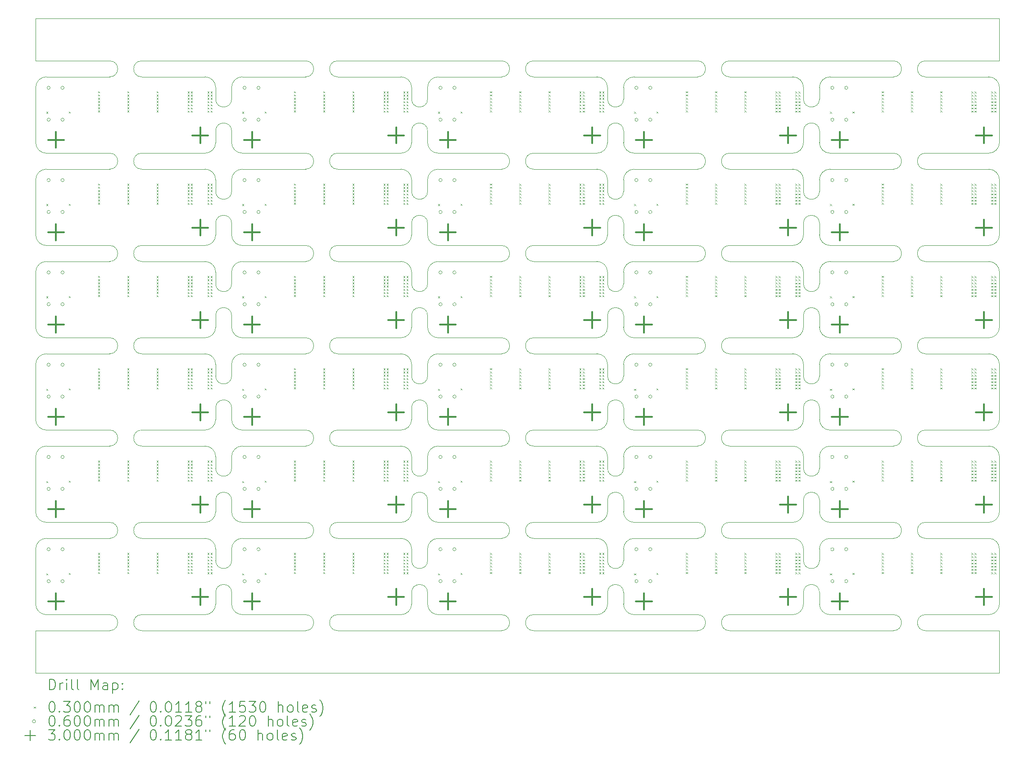
<source format=gbr>
%TF.GenerationSoftware,KiCad,Pcbnew,8.0.1*%
%TF.CreationDate,2024-05-29T13:53:18-05:00*%
%TF.ProjectId,eve PCB Project,65766520-5043-4422-9050-726f6a656374,rev?*%
%TF.SameCoordinates,Original*%
%TF.FileFunction,Drillmap*%
%TF.FilePolarity,Positive*%
%FSLAX45Y45*%
G04 Gerber Fmt 4.5, Leading zero omitted, Abs format (unit mm)*
G04 Created by KiCad (PCBNEW 8.0.1) date 2024-05-29 13:53:18*
%MOMM*%
%LPD*%
G01*
G04 APERTURE LIST*
%ADD10C,0.050000*%
%ADD11C,0.100000*%
%ADD12C,0.200000*%
%ADD13C,0.300000*%
G04 APERTURE END LIST*
D10*
X23120000Y-3464000D02*
X23120000Y-4264000D01*
X19736000Y-7318000D02*
X19736000Y-7536000D01*
X15552000Y-9472000D02*
X14360000Y-9472000D01*
X16052000Y-6500000D02*
X16052000Y-6718000D01*
X16252000Y-7736000D02*
G75*
G02*
X16052000Y-7536000I0J200000D01*
G01*
X10676000Y-6000000D02*
X11868000Y-6000000D01*
X14360000Y-4264000D02*
X17444000Y-4264000D01*
X8884000Y-6000000D02*
G75*
G02*
X8684000Y-5800000I0J200000D01*
G01*
X19436000Y-10790000D02*
X19436000Y-11008000D01*
X8684000Y-13444000D02*
X8684000Y-13662000D01*
X14360000Y-13244000D02*
X15552000Y-13244000D01*
X8684000Y-4764000D02*
G75*
G02*
X8884000Y-4564000I200000J0D01*
G01*
X8684000Y-14262000D02*
X8684000Y-14480000D01*
X19436000Y-9054000D02*
X19436000Y-9272000D01*
X15752000Y-10790000D02*
X15752000Y-11008000D01*
X8184000Y-13244000D02*
G75*
G02*
X8384000Y-13444000I0J-200000D01*
G01*
X12368000Y-8236000D02*
G75*
G02*
X12568000Y-8036000I200000J0D01*
G01*
X8884000Y-7736000D02*
G75*
G02*
X8684000Y-7536000I0J200000D01*
G01*
X10076000Y-7736000D02*
X8884000Y-7736000D01*
X10676000Y-4264000D02*
X13760000Y-4264000D01*
X19736000Y-13444000D02*
G75*
G02*
X19936000Y-13244000I200000J0D01*
G01*
X19936000Y-8036000D02*
X21128000Y-8036000D01*
X6992000Y-11508000D02*
X8184000Y-11508000D01*
X14360000Y-8036000D02*
X15552000Y-8036000D01*
X10076000Y-14980000D02*
X6992000Y-14980000D01*
X23120000Y-11708000D02*
X23120000Y-12744000D01*
X5000000Y-14980000D02*
X5000000Y-15780000D01*
X8384000Y-5582000D02*
X8384000Y-5800000D01*
X19736000Y-4764000D02*
X19736000Y-4982000D01*
X8684000Y-13444000D02*
G75*
G02*
X8884000Y-13244000I200000J0D01*
G01*
X5200000Y-8036000D02*
X6392000Y-8036000D01*
X12368000Y-12526000D02*
X12368000Y-12744000D01*
X12368000Y-5582000D02*
X12368000Y-5800000D01*
X16052000Y-7318000D02*
X16052000Y-7536000D01*
X19436000Y-7536000D02*
G75*
G02*
X19236000Y-7736000I-200000J0D01*
G01*
X23120000Y-12744000D02*
G75*
G02*
X22920000Y-12944000I-200000J0D01*
G01*
X5000000Y-3464000D02*
X5000000Y-4264000D01*
X21728000Y-6000000D02*
X22920000Y-6000000D01*
X15752000Y-13662000D02*
X15752000Y-13444000D01*
X6392000Y-12944000D02*
X5200000Y-12944000D01*
X12068000Y-9972000D02*
X12068000Y-10190000D01*
X12568000Y-9472000D02*
G75*
G02*
X12368000Y-9272000I0J200000D01*
G01*
X16252000Y-13244000D02*
X17444000Y-13244000D01*
X8384000Y-11008000D02*
G75*
G02*
X8184000Y-11208000I-200000J0D01*
G01*
X8684000Y-9972000D02*
G75*
G02*
X8884000Y-9772000I200000J0D01*
G01*
X10676000Y-8036000D02*
X11868000Y-8036000D01*
X19436000Y-5800000D02*
G75*
G02*
X19236000Y-6000000I-200000J0D01*
G01*
X23120000Y-14980000D02*
X21728000Y-14980000D01*
X6992000Y-9772000D02*
X8184000Y-9772000D01*
X16252000Y-6000000D02*
G75*
G02*
X16052000Y-5800000I0J200000D01*
G01*
X8384000Y-9972000D02*
X8384000Y-10190000D01*
X12368000Y-9054000D02*
X12368000Y-9272000D01*
X19436000Y-5582000D02*
X19436000Y-5800000D01*
X18044000Y-8036000D02*
X19236000Y-8036000D01*
X23120000Y-8236000D02*
X23120000Y-9272000D01*
X15752000Y-11008000D02*
G75*
G02*
X15552000Y-11208000I-200000J0D01*
G01*
X5200000Y-11508000D02*
X6392000Y-11508000D01*
X19736000Y-11708000D02*
G75*
G02*
X19936000Y-11508000I200000J0D01*
G01*
X8384000Y-10790000D02*
X8384000Y-11008000D01*
X8684000Y-8236000D02*
X8684000Y-8454000D01*
X19436000Y-13444000D02*
X19436000Y-13662000D01*
X8384000Y-8236000D02*
X8384000Y-8454000D01*
X8384000Y-12744000D02*
G75*
G02*
X8184000Y-12944000I-200000J0D01*
G01*
X12068000Y-10790000D02*
X12068000Y-11008000D01*
X15752000Y-14480000D02*
G75*
G02*
X15552000Y-14680000I-200000J0D01*
G01*
X21728000Y-14680000D02*
X22920000Y-14680000D01*
X5200000Y-12944000D02*
G75*
G02*
X5000000Y-12744000I0J200000D01*
G01*
X8884000Y-12944000D02*
G75*
G02*
X8684000Y-12744000I0J200000D01*
G01*
X16052000Y-4764000D02*
X16052000Y-4982000D01*
X8684000Y-11708000D02*
X8684000Y-11926000D01*
X8384000Y-12526000D02*
X8384000Y-12744000D01*
X5200000Y-14680000D02*
X6392000Y-14680000D01*
X18044000Y-11508000D02*
X19236000Y-11508000D01*
X15552000Y-8036000D02*
G75*
G02*
X15752000Y-8236000I0J-200000D01*
G01*
X8184000Y-12944000D02*
X6992000Y-12944000D01*
X11868000Y-8036000D02*
G75*
G02*
X12068000Y-8236000I0J-200000D01*
G01*
X16052000Y-10790000D02*
X16052000Y-11008000D01*
X16052000Y-11708000D02*
G75*
G02*
X16252000Y-11508000I200000J0D01*
G01*
X12368000Y-4764000D02*
X12368000Y-4982000D01*
X19936000Y-13244000D02*
X21128000Y-13244000D01*
X19236000Y-13244000D02*
G75*
G02*
X19436000Y-13444000I0J-200000D01*
G01*
X12068000Y-11708000D02*
X12068000Y-11926000D01*
X16052000Y-11708000D02*
X16052000Y-11926000D01*
X12368000Y-11708000D02*
X12368000Y-11926000D01*
X6992000Y-4564000D02*
X8184000Y-4564000D01*
X16052000Y-9972000D02*
G75*
G02*
X16252000Y-9772000I200000J0D01*
G01*
X5000000Y-7536000D02*
X5000000Y-6500000D01*
X19736000Y-10790000D02*
X19736000Y-11008000D01*
X19736000Y-5582000D02*
X19736000Y-5800000D01*
X16052000Y-4764000D02*
G75*
G02*
X16252000Y-4564000I200000J0D01*
G01*
X18044000Y-6300000D02*
X19236000Y-6300000D01*
X19436000Y-12744000D02*
G75*
G02*
X19236000Y-12944000I-200000J0D01*
G01*
X19436000Y-11008000D02*
G75*
G02*
X19236000Y-11208000I-200000J0D01*
G01*
X16252000Y-9472000D02*
G75*
G02*
X16052000Y-9272000I0J200000D01*
G01*
X11868000Y-12944000D02*
X10676000Y-12944000D01*
X23120000Y-4764000D02*
X23120000Y-5800000D01*
X5000000Y-9272000D02*
X5000000Y-8236000D01*
X16052000Y-9054000D02*
X16052000Y-9272000D01*
X19236000Y-4564000D02*
G75*
G02*
X19436000Y-4764000I0J-200000D01*
G01*
X11868000Y-11208000D02*
X10676000Y-11208000D01*
X19236000Y-9472000D02*
X18044000Y-9472000D01*
X6392000Y-7736000D02*
X5200000Y-7736000D01*
X19736000Y-13444000D02*
X19736000Y-13662000D01*
X8384000Y-14480000D02*
G75*
G02*
X8184000Y-14680000I-200000J0D01*
G01*
X13760000Y-14980000D02*
X10676000Y-14980000D01*
X12068000Y-6500000D02*
X12068000Y-6718000D01*
X19736000Y-12526000D02*
X19736000Y-12744000D01*
X16252000Y-6300000D02*
X17444000Y-6300000D01*
X6992000Y-4264000D02*
X10076000Y-4264000D01*
X18044000Y-14680000D02*
X19236000Y-14680000D01*
X17444000Y-11208000D02*
X16252000Y-11208000D01*
X15752000Y-9972000D02*
X15752000Y-10190000D01*
X12368000Y-9972000D02*
G75*
G02*
X12568000Y-9772000I200000J0D01*
G01*
X12368000Y-13444000D02*
X12368000Y-13662000D01*
X23120000Y-6500000D02*
X23120000Y-7536000D01*
X12068000Y-13444000D02*
X12068000Y-13662000D01*
X19736000Y-6500000D02*
X19736000Y-6718000D01*
X15752000Y-9272000D02*
G75*
G02*
X15552000Y-9472000I-200000J0D01*
G01*
X12368000Y-7318000D02*
X12368000Y-7536000D01*
X15752000Y-9054000D02*
X15752000Y-9272000D01*
X6392000Y-11208000D02*
X5200000Y-11208000D01*
X19436000Y-8236000D02*
X19436000Y-8454000D01*
X16052000Y-5582000D02*
X16052000Y-5800000D01*
X21128000Y-7736000D02*
X19936000Y-7736000D01*
X12068000Y-7318000D02*
X12068000Y-7536000D01*
X12068000Y-14262000D02*
X12068000Y-14480000D01*
X19236000Y-12944000D02*
X18044000Y-12944000D01*
X8384000Y-9054000D02*
X8384000Y-9272000D01*
X6992000Y-13244000D02*
X8184000Y-13244000D01*
X21128000Y-11208000D02*
X19936000Y-11208000D01*
X14360000Y-11508000D02*
X15552000Y-11508000D01*
X6392000Y-9472000D02*
X5200000Y-9472000D01*
X12568000Y-12944000D02*
G75*
G02*
X12368000Y-12744000I0J200000D01*
G01*
X15752000Y-5800000D02*
G75*
G02*
X15552000Y-6000000I-200000J0D01*
G01*
X14360000Y-9772000D02*
X15552000Y-9772000D01*
X16252000Y-11208000D02*
G75*
G02*
X16052000Y-11008000I0J200000D01*
G01*
X8384000Y-13444000D02*
X8384000Y-13662000D01*
X15752000Y-4764000D02*
X15752000Y-4982000D01*
X12568000Y-6000000D02*
G75*
G02*
X12368000Y-5800000I0J200000D01*
G01*
X19236000Y-7736000D02*
X18044000Y-7736000D01*
X12368000Y-6500000D02*
X12368000Y-6718000D01*
X5000000Y-11708000D02*
G75*
G02*
X5200000Y-11508000I200000J0D01*
G01*
X16052000Y-14262000D02*
X16052000Y-14480000D01*
X12068000Y-8236000D02*
X12068000Y-8454000D01*
X19436000Y-9972000D02*
X19436000Y-10190000D01*
X8684000Y-10790000D02*
X8684000Y-11008000D01*
X5200000Y-13244000D02*
X6392000Y-13244000D01*
X8884000Y-4564000D02*
X10076000Y-4564000D01*
X19436000Y-12526000D02*
X19436000Y-12744000D01*
X23120000Y-5800000D02*
G75*
G02*
X22920000Y-6000000I-200000J0D01*
G01*
X12368000Y-4764000D02*
G75*
G02*
X12568000Y-4564000I200000J0D01*
G01*
X19936000Y-6300000D02*
X21128000Y-6300000D01*
X17444000Y-9472000D02*
X16252000Y-9472000D01*
X8384000Y-6500000D02*
X8384000Y-6718000D01*
X14360000Y-4564000D02*
X15552000Y-4564000D01*
X8684000Y-9972000D02*
X8684000Y-10190000D01*
X12568000Y-8036000D02*
X13760000Y-8036000D01*
X11868000Y-13244000D02*
G75*
G02*
X12068000Y-13444000I0J-200000D01*
G01*
X23120000Y-9272000D02*
G75*
G02*
X22920000Y-9472000I-200000J0D01*
G01*
X23120000Y-14980000D02*
X23120000Y-15780000D01*
X5000000Y-6500000D02*
G75*
G02*
X5200000Y-6300000I200000J0D01*
G01*
X19936000Y-14680000D02*
X21128000Y-14680000D01*
X16252000Y-7736000D02*
X17444000Y-7736000D01*
X16052000Y-8236000D02*
G75*
G02*
X16252000Y-8036000I200000J0D01*
G01*
X11868000Y-4564000D02*
G75*
G02*
X12068000Y-4764000I0J-200000D01*
G01*
X18044000Y-4264000D02*
X21128000Y-4264000D01*
X15752000Y-6500000D02*
X15752000Y-6718000D01*
X10076000Y-11208000D02*
X8884000Y-11208000D01*
X8184000Y-11208000D02*
X6992000Y-11208000D01*
X10076000Y-9772000D02*
X8884000Y-9772000D01*
X16252000Y-14680000D02*
G75*
G02*
X16052000Y-14480000I0J200000D01*
G01*
X11868000Y-6300000D02*
G75*
G02*
X12068000Y-6500000I0J-200000D01*
G01*
X5000000Y-8236000D02*
G75*
G02*
X5200000Y-8036000I200000J0D01*
G01*
X12368000Y-13444000D02*
G75*
G02*
X12568000Y-13244000I200000J0D01*
G01*
X17444000Y-14980000D02*
X14360000Y-14980000D01*
X22920000Y-12944000D02*
X21728000Y-12944000D01*
X6992000Y-8036000D02*
X8184000Y-8036000D01*
X19236000Y-11208000D02*
X18044000Y-11208000D01*
X8684000Y-12526000D02*
X8684000Y-12744000D01*
X5000000Y-13444000D02*
G75*
G02*
X5200000Y-13244000I200000J0D01*
G01*
X21728000Y-9772000D02*
X22920000Y-9772000D01*
X8384000Y-7536000D02*
G75*
G02*
X8184000Y-7736000I-200000J0D01*
G01*
X19936000Y-9472000D02*
G75*
G02*
X19736000Y-9272000I0J200000D01*
G01*
X19436000Y-9272000D02*
G75*
G02*
X19236000Y-9472000I-200000J0D01*
G01*
X15752000Y-12526000D02*
X15752000Y-12744000D01*
X10676000Y-13244000D02*
X11868000Y-13244000D01*
X8684000Y-6500000D02*
X8684000Y-6718000D01*
X12368000Y-14262000D02*
X12368000Y-14480000D01*
X12068000Y-9054000D02*
X12068000Y-9272000D01*
X8884000Y-8036000D02*
X10076000Y-8036000D01*
X12568000Y-6000000D02*
X13760000Y-6000000D01*
X8884000Y-6300000D02*
X10076000Y-6300000D01*
X5000000Y-9972000D02*
G75*
G02*
X5200000Y-9772000I200000J0D01*
G01*
X6992000Y-6300000D02*
X8184000Y-6300000D01*
X21728000Y-11508000D02*
X22920000Y-11508000D01*
X6992000Y-6000000D02*
X8184000Y-6000000D01*
X19736000Y-9972000D02*
X19736000Y-10190000D01*
X14360000Y-11208000D02*
X15552000Y-11208000D01*
X5200000Y-6000000D02*
X6392000Y-6000000D01*
X5200000Y-7736000D02*
G75*
G02*
X5000000Y-7536000I0J200000D01*
G01*
X8884000Y-6000000D02*
X10076000Y-6000000D01*
X8384000Y-7318000D02*
X8384000Y-7536000D01*
X16252000Y-9772000D02*
X17444000Y-9772000D01*
X15552000Y-12944000D02*
X14360000Y-12944000D01*
X10676000Y-9472000D02*
X11868000Y-9472000D01*
X12068000Y-11008000D02*
G75*
G02*
X11868000Y-11208000I-200000J0D01*
G01*
X12568000Y-13244000D02*
X13760000Y-13244000D01*
X10676000Y-6300000D02*
X11868000Y-6300000D01*
X8384000Y-4764000D02*
X8384000Y-4982000D01*
X5200000Y-6000000D02*
G75*
G02*
X5000000Y-5800000I0J200000D01*
G01*
X19436000Y-6500000D02*
X19436000Y-6718000D01*
X22920000Y-11208000D02*
X21728000Y-11208000D01*
X16252000Y-12944000D02*
G75*
G02*
X16052000Y-12744000I0J200000D01*
G01*
X18044000Y-4564000D02*
X19236000Y-4564000D01*
X14360000Y-6000000D02*
X15552000Y-6000000D01*
X16052000Y-8236000D02*
X16052000Y-8454000D01*
X8884000Y-14680000D02*
X10076000Y-14680000D01*
X8684000Y-4764000D02*
X8684000Y-4982000D01*
X19936000Y-11508000D02*
X21128000Y-11508000D01*
X16252000Y-4564000D02*
X17444000Y-4564000D01*
X19236000Y-9772000D02*
G75*
G02*
X19436000Y-9972000I0J-200000D01*
G01*
X5200000Y-11208000D02*
G75*
G02*
X5000000Y-11008000I0J200000D01*
G01*
X8884000Y-9472000D02*
X10076000Y-9472000D01*
X8184000Y-7736000D02*
X6992000Y-7736000D01*
X8684000Y-7318000D02*
X8684000Y-7536000D01*
X10676000Y-4564000D02*
X11868000Y-4564000D01*
X12368000Y-10790000D02*
X12368000Y-11008000D01*
X15552000Y-4564000D02*
G75*
G02*
X15752000Y-4764000I0J-200000D01*
G01*
X19736000Y-8236000D02*
G75*
G02*
X19936000Y-8036000I200000J0D01*
G01*
X12568000Y-9772000D02*
X13760000Y-9772000D01*
X10676000Y-14680000D02*
X11868000Y-14680000D01*
X16252000Y-11508000D02*
X17444000Y-11508000D01*
X13760000Y-9472000D02*
X12568000Y-9472000D01*
X23120000Y-13444000D02*
X23120000Y-14480000D01*
X5000000Y-4264000D02*
X6392000Y-4264000D01*
X8184000Y-9772000D02*
G75*
G02*
X8384000Y-9972000I0J-200000D01*
G01*
X15752000Y-14262000D02*
X15752000Y-14480000D01*
X15752000Y-8236000D02*
X15752000Y-8454000D01*
X19736000Y-11708000D02*
X19736000Y-11926000D01*
X5200000Y-9772000D02*
X6392000Y-9772000D01*
X14360000Y-14680000D02*
X15552000Y-14680000D01*
X11868000Y-9772000D02*
G75*
G02*
X12068000Y-9972000I0J-200000D01*
G01*
X12068000Y-5582000D02*
X12068000Y-5800000D01*
X5000000Y-12744000D02*
X5000000Y-11708000D01*
X19736000Y-6500000D02*
G75*
G02*
X19936000Y-6300000I200000J0D01*
G01*
X12568000Y-6300000D02*
X13760000Y-6300000D01*
X12568000Y-7736000D02*
G75*
G02*
X12368000Y-7536000I0J200000D01*
G01*
X12068000Y-9272000D02*
G75*
G02*
X11868000Y-9472000I-200000J0D01*
G01*
X5000000Y-14480000D02*
X5000000Y-13444000D01*
X12068000Y-12526000D02*
X12068000Y-12744000D01*
X8184000Y-4564000D02*
G75*
G02*
X8384000Y-4764000I0J-200000D01*
G01*
X22920000Y-7736000D02*
X21728000Y-7736000D01*
X5200000Y-6300000D02*
X6392000Y-6300000D01*
X18044000Y-6000000D02*
X19236000Y-6000000D01*
X8384000Y-9272000D02*
G75*
G02*
X8184000Y-9472000I-200000J0D01*
G01*
X19936000Y-6000000D02*
G75*
G02*
X19736000Y-5800000I0J200000D01*
G01*
X6392000Y-14980000D02*
X5000000Y-14980000D01*
X8384000Y-11708000D02*
X8384000Y-11926000D01*
X22920000Y-8036000D02*
G75*
G02*
X23120000Y-8236000I0J-200000D01*
G01*
X16052000Y-9972000D02*
X16052000Y-10190000D01*
X23120000Y-7536000D02*
G75*
G02*
X22920000Y-7736000I-200000J0D01*
G01*
X21728000Y-4564000D02*
X22920000Y-4564000D01*
X11868000Y-11508000D02*
G75*
G02*
X12068000Y-11708000I0J-200000D01*
G01*
X5200000Y-9472000D02*
G75*
G02*
X5000000Y-9272000I0J200000D01*
G01*
X5200000Y-14680000D02*
G75*
G02*
X5000000Y-14480000I0J200000D01*
G01*
X22920000Y-4564000D02*
G75*
G02*
X23120000Y-4764000I0J-200000D01*
G01*
X22920000Y-11508000D02*
G75*
G02*
X23120000Y-11708000I0J-200000D01*
G01*
X19936000Y-6000000D02*
X21128000Y-6000000D01*
X8384000Y-5800000D02*
G75*
G02*
X8184000Y-6000000I-200000J0D01*
G01*
X13760000Y-7736000D02*
X12568000Y-7736000D01*
X19436000Y-7318000D02*
X19436000Y-7536000D01*
X16252000Y-14680000D02*
X17444000Y-14680000D01*
X16052000Y-6500000D02*
G75*
G02*
X16252000Y-6300000I200000J0D01*
G01*
X19236000Y-8036000D02*
G75*
G02*
X19436000Y-8236000I0J-200000D01*
G01*
X19236000Y-11508000D02*
G75*
G02*
X19436000Y-11708000I0J-200000D01*
G01*
X19736000Y-9054000D02*
X19736000Y-9272000D01*
X19436000Y-11708000D02*
X19436000Y-11926000D01*
X12568000Y-4564000D02*
X13760000Y-4564000D01*
X19736000Y-4764000D02*
G75*
G02*
X19936000Y-4564000I200000J0D01*
G01*
X15752000Y-11708000D02*
X15752000Y-11926000D01*
X15552000Y-7736000D02*
X14360000Y-7736000D01*
X15552000Y-11508000D02*
G75*
G02*
X15752000Y-11708000I0J-200000D01*
G01*
X8184000Y-8036000D02*
G75*
G02*
X8384000Y-8236000I0J-200000D01*
G01*
X11868000Y-7736000D02*
X10676000Y-7736000D01*
X23120000Y-11008000D02*
G75*
G02*
X22920000Y-11208000I-200000J0D01*
G01*
X8184000Y-6300000D02*
G75*
G02*
X8384000Y-6500000I0J-200000D01*
G01*
X12568000Y-14680000D02*
G75*
G02*
X12368000Y-14480000I0J200000D01*
G01*
X19736000Y-9972000D02*
G75*
G02*
X19936000Y-9772000I200000J0D01*
G01*
X8884000Y-13244000D02*
X10076000Y-13244000D01*
X10076000Y-12944000D02*
X8884000Y-12944000D01*
X8884000Y-9472000D02*
G75*
G02*
X8684000Y-9272000I0J200000D01*
G01*
X21728000Y-8036000D02*
X22920000Y-8036000D01*
X12568000Y-11208000D02*
G75*
G02*
X12368000Y-11008000I0J200000D01*
G01*
X19936000Y-11208000D02*
G75*
G02*
X19736000Y-11008000I0J200000D01*
G01*
X22920000Y-9472000D02*
X21728000Y-9472000D01*
X12068000Y-14480000D02*
G75*
G02*
X11868000Y-14680000I-200000J0D01*
G01*
X19736000Y-14262000D02*
X19736000Y-14480000D01*
X6992000Y-14680000D02*
X8184000Y-14680000D01*
X16252000Y-8036000D02*
X17444000Y-8036000D01*
X19936000Y-4564000D02*
X21128000Y-4564000D01*
X11868000Y-9772000D02*
X10676000Y-9772000D01*
X19936000Y-12944000D02*
G75*
G02*
X19736000Y-12744000I0J200000D01*
G01*
X19936000Y-9472000D02*
X21128000Y-9472000D01*
X19436000Y-4764000D02*
X19436000Y-4982000D01*
X13760000Y-12944000D02*
X12568000Y-12944000D01*
X15752000Y-5582000D02*
X15752000Y-5800000D01*
X21728000Y-13244000D02*
X22920000Y-13244000D01*
X5200000Y-4564000D02*
X6392000Y-4564000D01*
X8684000Y-6500000D02*
G75*
G02*
X8884000Y-6300000I200000J0D01*
G01*
X12368000Y-6500000D02*
G75*
G02*
X12568000Y-6300000I200000J0D01*
G01*
X16052000Y-12526000D02*
X16052000Y-12744000D01*
X8184000Y-9472000D02*
X6992000Y-9472000D01*
X12068000Y-4764000D02*
X12068000Y-4982000D01*
X18044000Y-13244000D02*
X19236000Y-13244000D01*
X5000000Y-11008000D02*
X5000000Y-9972000D01*
X5000000Y-15780000D02*
X23120000Y-15780000D01*
X22920000Y-6300000D02*
G75*
G02*
X23120000Y-6500000I0J-200000D01*
G01*
X22920000Y-13244000D02*
G75*
G02*
X23120000Y-13444000I0J-200000D01*
G01*
X12368000Y-8236000D02*
X12368000Y-8454000D01*
X8884000Y-11508000D02*
X10076000Y-11508000D01*
X19436000Y-14262000D02*
X19436000Y-14480000D01*
X19936000Y-9772000D02*
X21128000Y-9772000D01*
X15552000Y-6300000D02*
G75*
G02*
X15752000Y-6500000I0J-200000D01*
G01*
X15752000Y-7536000D02*
G75*
G02*
X15552000Y-7736000I-200000J0D01*
G01*
X15752000Y-12744000D02*
G75*
G02*
X15552000Y-12944000I-200000J0D01*
G01*
X16252000Y-6000000D02*
X17444000Y-6000000D01*
X22920000Y-9772000D02*
G75*
G02*
X23120000Y-9972000I0J-200000D01*
G01*
X23120000Y-9972000D02*
X23120000Y-11008000D01*
X19236000Y-6300000D02*
G75*
G02*
X19436000Y-6500000I0J-200000D01*
G01*
X19436000Y-14480000D02*
G75*
G02*
X19236000Y-14680000I-200000J0D01*
G01*
X16052000Y-13662000D02*
X16052000Y-13444000D01*
X8884000Y-11208000D02*
G75*
G02*
X8684000Y-11008000I0J200000D01*
G01*
X5000000Y-3464000D02*
X23120000Y-3464000D01*
X8684000Y-5582000D02*
X8684000Y-5800000D01*
X5000000Y-4764000D02*
G75*
G02*
X5200000Y-4564000I200000J0D01*
G01*
X12068000Y-12744000D02*
G75*
G02*
X11868000Y-12944000I-200000J0D01*
G01*
X19736000Y-8236000D02*
X19736000Y-8454000D01*
X23120000Y-14480000D02*
G75*
G02*
X22920000Y-14680000I-200000J0D01*
G01*
X14360000Y-6300000D02*
X15552000Y-6300000D01*
X16052000Y-13444000D02*
G75*
G02*
X16252000Y-13244000I200000J0D01*
G01*
X8884000Y-14680000D02*
G75*
G02*
X8684000Y-14480000I0J200000D01*
G01*
X19936000Y-14680000D02*
G75*
G02*
X19736000Y-14480000I0J200000D01*
G01*
X8184000Y-11508000D02*
G75*
G02*
X8384000Y-11708000I0J-200000D01*
G01*
X5000000Y-5800000D02*
X5000000Y-4764000D01*
X8684000Y-11708000D02*
G75*
G02*
X8884000Y-11508000I200000J0D01*
G01*
X21728000Y-6300000D02*
X22920000Y-6300000D01*
X8684000Y-8236000D02*
G75*
G02*
X8884000Y-8036000I200000J0D01*
G01*
X12568000Y-11208000D02*
X13760000Y-11208000D01*
X15752000Y-7318000D02*
X15752000Y-7536000D01*
X8684000Y-9054000D02*
X8684000Y-9272000D01*
X15552000Y-9772000D02*
G75*
G02*
X15752000Y-9972000I0J-200000D01*
G01*
X21128000Y-12944000D02*
X19936000Y-12944000D01*
X12568000Y-14680000D02*
X13760000Y-14680000D01*
X19936000Y-7736000D02*
G75*
G02*
X19736000Y-7536000I0J200000D01*
G01*
X10676000Y-11508000D02*
X11868000Y-11508000D01*
X21728000Y-4264000D02*
X23120000Y-4264000D01*
X12068000Y-5800000D02*
G75*
G02*
X11868000Y-6000000I-200000J0D01*
G01*
X12368000Y-11708000D02*
G75*
G02*
X12568000Y-11508000I200000J0D01*
G01*
X12568000Y-11508000D02*
X13760000Y-11508000D01*
X8384000Y-14262000D02*
X8384000Y-14480000D01*
X15552000Y-13244000D02*
G75*
G02*
X15752000Y-13444000I0J-200000D01*
G01*
X17444000Y-12944000D02*
X16252000Y-12944000D01*
X21128000Y-14980000D02*
X18044000Y-14980000D01*
X12068000Y-7536000D02*
G75*
G02*
X11868000Y-7736000I-200000J0D01*
G01*
X12368000Y-9972000D02*
X12368000Y-10190000D01*
X18044000Y-9772000D02*
X19236000Y-9772000D01*
X17444000Y-9472000D02*
G75*
G02*
X17444000Y-9772000I0J-150000D01*
G01*
X18044000Y-9772000D02*
G75*
G02*
X18044000Y-9472000I0J150000D01*
G01*
X17444000Y-11208000D02*
G75*
G02*
X17444000Y-11508000I0J-150000D01*
G01*
X18044000Y-11508000D02*
G75*
G02*
X18044000Y-11208000I0J150000D01*
G01*
X21128000Y-4264000D02*
G75*
G02*
X21128000Y-4564000I0J-150000D01*
G01*
X21728000Y-4564000D02*
G75*
G02*
X21728000Y-4264000I0J150000D01*
G01*
D11*
X15752000Y-9054000D02*
G75*
G02*
X16052000Y-9054000I150000J0D01*
G01*
X16052000Y-8454000D02*
G75*
G02*
X15752000Y-8454000I-150000J0D01*
G01*
X12068000Y-9054000D02*
G75*
G02*
X12368000Y-9054000I150000J0D01*
G01*
X12368000Y-8454000D02*
G75*
G02*
X12068000Y-8454000I-150000J0D01*
G01*
D10*
X10076000Y-9472000D02*
G75*
G02*
X10076000Y-9772000I0J-150000D01*
G01*
X10676000Y-9772000D02*
G75*
G02*
X10676000Y-9472000I0J150000D01*
G01*
D11*
X19436000Y-14262000D02*
G75*
G02*
X19736000Y-14262000I150000J0D01*
G01*
X19736000Y-13662000D02*
G75*
G02*
X19436000Y-13662000I-150000J0D01*
G01*
D10*
X10076000Y-11208000D02*
G75*
G02*
X10076000Y-11508000I0J-150000D01*
G01*
X10676000Y-11508000D02*
G75*
G02*
X10676000Y-11208000I0J150000D01*
G01*
D11*
X12068000Y-7318000D02*
G75*
G02*
X12368000Y-7318000I150000J0D01*
G01*
X12368000Y-6718000D02*
G75*
G02*
X12068000Y-6718000I-150000J0D01*
G01*
D10*
X6392000Y-4264000D02*
G75*
G02*
X6392000Y-4564000I0J-150000D01*
G01*
X6992000Y-4564000D02*
G75*
G02*
X6992000Y-4264000I0J150000D01*
G01*
D11*
X19436000Y-12526000D02*
G75*
G02*
X19736000Y-12526000I150000J0D01*
G01*
X19736000Y-11926000D02*
G75*
G02*
X19436000Y-11926000I-150000J0D01*
G01*
X15752000Y-7318000D02*
G75*
G02*
X16052000Y-7318000I150000J0D01*
G01*
X16052000Y-6718000D02*
G75*
G02*
X15752000Y-6718000I-150000J0D01*
G01*
X15752000Y-14262000D02*
G75*
G02*
X16052000Y-14262000I150000J0D01*
G01*
X16052000Y-13662000D02*
G75*
G02*
X15752000Y-13662000I-150000J0D01*
G01*
D10*
X13760000Y-9472000D02*
G75*
G02*
X13760000Y-9772000I0J-150000D01*
G01*
X14360000Y-9772000D02*
G75*
G02*
X14360000Y-9472000I0J150000D01*
G01*
D11*
X12068000Y-5582000D02*
G75*
G02*
X12368000Y-5582000I150000J0D01*
G01*
X12368000Y-4982000D02*
G75*
G02*
X12068000Y-4982000I-150000J0D01*
G01*
D10*
X21128000Y-11208000D02*
G75*
G02*
X21128000Y-11508000I0J-150000D01*
G01*
X21728000Y-11508000D02*
G75*
G02*
X21728000Y-11208000I0J150000D01*
G01*
X10076000Y-6000000D02*
G75*
G02*
X10076000Y-6300000I0J-150000D01*
G01*
X10676000Y-6300000D02*
G75*
G02*
X10676000Y-6000000I0J150000D01*
G01*
X21128000Y-9472000D02*
G75*
G02*
X21128000Y-9772000I0J-150000D01*
G01*
X21728000Y-9772000D02*
G75*
G02*
X21728000Y-9472000I0J150000D01*
G01*
X21128000Y-14680000D02*
G75*
G02*
X21128000Y-14980000I0J-150000D01*
G01*
X21728000Y-14980000D02*
G75*
G02*
X21728000Y-14680000I0J150000D01*
G01*
X10076000Y-7736000D02*
G75*
G02*
X10076000Y-8036000I0J-150000D01*
G01*
X10676000Y-8036000D02*
G75*
G02*
X10676000Y-7736000I0J150000D01*
G01*
X19436000Y-5582000D02*
G75*
G02*
X19736000Y-5582000I150000J0D01*
G01*
X19736000Y-4982000D02*
G75*
G02*
X19436000Y-4982000I-150000J0D01*
G01*
D11*
X15752000Y-10790000D02*
G75*
G02*
X16052000Y-10790000I150000J0D01*
G01*
X16052000Y-10190000D02*
G75*
G02*
X15752000Y-10190000I-150000J0D01*
G01*
D10*
X13760000Y-11208000D02*
G75*
G02*
X13760000Y-11508000I0J-150000D01*
G01*
X14360000Y-11508000D02*
G75*
G02*
X14360000Y-11208000I0J150000D01*
G01*
X21128000Y-12944000D02*
G75*
G02*
X21128000Y-13244000I0J-150000D01*
G01*
X21728000Y-13244000D02*
G75*
G02*
X21728000Y-12944000I0J150000D01*
G01*
D11*
X19436000Y-9054000D02*
G75*
G02*
X19736000Y-9054000I150000J0D01*
G01*
X19736000Y-8454000D02*
G75*
G02*
X19436000Y-8454000I-150000J0D01*
G01*
D10*
X6392000Y-14680000D02*
G75*
G02*
X6392000Y-14980000I0J-150000D01*
G01*
X6992000Y-14980000D02*
G75*
G02*
X6992000Y-14680000I0J150000D01*
G01*
X17444000Y-6000000D02*
G75*
G02*
X17444000Y-6300000I0J-150000D01*
G01*
X18044000Y-6300000D02*
G75*
G02*
X18044000Y-6000000I0J150000D01*
G01*
D11*
X8384000Y-12526000D02*
G75*
G02*
X8684000Y-12526000I150000J0D01*
G01*
X8684000Y-11926000D02*
G75*
G02*
X8384000Y-11926000I-150000J0D01*
G01*
D10*
X10076000Y-12944000D02*
G75*
G02*
X10076000Y-13244000I0J-150000D01*
G01*
X10676000Y-13244000D02*
G75*
G02*
X10676000Y-12944000I0J150000D01*
G01*
X10076000Y-14680000D02*
G75*
G02*
X10076000Y-14980000I0J-150000D01*
G01*
X10676000Y-14980000D02*
G75*
G02*
X10676000Y-14680000I0J150000D01*
G01*
X13760000Y-14680000D02*
G75*
G02*
X13760000Y-14980000I0J-150000D01*
G01*
X14360000Y-14980000D02*
G75*
G02*
X14360000Y-14680000I0J150000D01*
G01*
X21128000Y-6000000D02*
G75*
G02*
X21128000Y-6300000I0J-150000D01*
G01*
X21728000Y-6300000D02*
G75*
G02*
X21728000Y-6000000I0J150000D01*
G01*
X6392000Y-6000000D02*
G75*
G02*
X6392000Y-6300000I0J-150000D01*
G01*
X6992000Y-6300000D02*
G75*
G02*
X6992000Y-6000000I0J150000D01*
G01*
X8384000Y-7318000D02*
G75*
G02*
X8684000Y-7318000I150000J0D01*
G01*
X8684000Y-6718000D02*
G75*
G02*
X8384000Y-6718000I-150000J0D01*
G01*
X10076000Y-4264000D02*
G75*
G02*
X10076000Y-4564000I0J-150000D01*
G01*
X10676000Y-4564000D02*
G75*
G02*
X10676000Y-4264000I0J150000D01*
G01*
X13760000Y-6000000D02*
G75*
G02*
X13760000Y-6300000I0J-150000D01*
G01*
X14360000Y-6300000D02*
G75*
G02*
X14360000Y-6000000I0J150000D01*
G01*
X6392000Y-11208000D02*
G75*
G02*
X6392000Y-11508000I0J-150000D01*
G01*
X6992000Y-11508000D02*
G75*
G02*
X6992000Y-11208000I0J150000D01*
G01*
D11*
X15752000Y-5582000D02*
G75*
G02*
X16052000Y-5582000I150000J0D01*
G01*
X16052000Y-4982000D02*
G75*
G02*
X15752000Y-4982000I-150000J0D01*
G01*
D10*
X21128000Y-7736000D02*
G75*
G02*
X21128000Y-8036000I0J-150000D01*
G01*
X21728000Y-8036000D02*
G75*
G02*
X21728000Y-7736000I0J150000D01*
G01*
D11*
X19436000Y-10790000D02*
G75*
G02*
X19736000Y-10790000I150000J0D01*
G01*
X19736000Y-10190000D02*
G75*
G02*
X19436000Y-10190000I-150000J0D01*
G01*
X8384000Y-9054000D02*
G75*
G02*
X8684000Y-9054000I150000J0D01*
G01*
X8684000Y-8454000D02*
G75*
G02*
X8384000Y-8454000I-150000J0D01*
G01*
D10*
X17444000Y-4264000D02*
G75*
G02*
X17444000Y-4564000I0J-150000D01*
G01*
X18044000Y-4564000D02*
G75*
G02*
X18044000Y-4264000I0J150000D01*
G01*
X6392000Y-9472000D02*
G75*
G02*
X6392000Y-9772000I0J-150000D01*
G01*
X6992000Y-9772000D02*
G75*
G02*
X6992000Y-9472000I0J150000D01*
G01*
X17444000Y-12944000D02*
G75*
G02*
X17444000Y-13244000I0J-150000D01*
G01*
X18044000Y-13244000D02*
G75*
G02*
X18044000Y-12944000I0J150000D01*
G01*
D11*
X8384000Y-14262000D02*
G75*
G02*
X8684000Y-14262000I150000J0D01*
G01*
X8684000Y-13662000D02*
G75*
G02*
X8384000Y-13662000I-150000J0D01*
G01*
X8384000Y-10790000D02*
G75*
G02*
X8684000Y-10790000I150000J0D01*
G01*
X8684000Y-10190000D02*
G75*
G02*
X8384000Y-10190000I-150000J0D01*
G01*
X8384000Y-5582000D02*
G75*
G02*
X8684000Y-5582000I150000J0D01*
G01*
X8684000Y-4982000D02*
G75*
G02*
X8384000Y-4982000I-150000J0D01*
G01*
X15752000Y-12526000D02*
G75*
G02*
X16052000Y-12526000I150000J0D01*
G01*
X16052000Y-11926000D02*
G75*
G02*
X15752000Y-11926000I-150000J0D01*
G01*
D10*
X13760000Y-7736000D02*
G75*
G02*
X13760000Y-8036000I0J-150000D01*
G01*
X14360000Y-8036000D02*
G75*
G02*
X14360000Y-7736000I0J150000D01*
G01*
X13760000Y-4264000D02*
G75*
G02*
X13760000Y-4564000I0J-150000D01*
G01*
X14360000Y-4564000D02*
G75*
G02*
X14360000Y-4264000I0J150000D01*
G01*
D11*
X12068000Y-10790000D02*
G75*
G02*
X12368000Y-10790000I150000J0D01*
G01*
X12368000Y-10190000D02*
G75*
G02*
X12068000Y-10190000I-150000J0D01*
G01*
D10*
X13760000Y-12944000D02*
G75*
G02*
X13760000Y-13244000I0J-150000D01*
G01*
X14360000Y-13244000D02*
G75*
G02*
X14360000Y-12944000I0J150000D01*
G01*
X6392000Y-7736000D02*
G75*
G02*
X6392000Y-8036000I0J-150000D01*
G01*
X6992000Y-8036000D02*
G75*
G02*
X6992000Y-7736000I0J150000D01*
G01*
X17444000Y-7736000D02*
G75*
G02*
X17444000Y-8036000I0J-150000D01*
G01*
X18044000Y-8036000D02*
G75*
G02*
X18044000Y-7736000I0J150000D01*
G01*
D11*
X12068000Y-14262000D02*
G75*
G02*
X12368000Y-14262000I150000J0D01*
G01*
X12368000Y-13662000D02*
G75*
G02*
X12068000Y-13662000I-150000J0D01*
G01*
X19436000Y-7318000D02*
G75*
G02*
X19736000Y-7318000I150000J0D01*
G01*
X19736000Y-6718000D02*
G75*
G02*
X19436000Y-6718000I-150000J0D01*
G01*
D10*
X6392000Y-12944000D02*
G75*
G02*
X6392000Y-13244000I0J-150000D01*
G01*
X6992000Y-13244000D02*
G75*
G02*
X6992000Y-12944000I0J150000D01*
G01*
X17444000Y-14680000D02*
G75*
G02*
X17444000Y-14980000I0J-150000D01*
G01*
X18044000Y-14980000D02*
G75*
G02*
X18044000Y-14680000I0J150000D01*
G01*
D11*
X12068000Y-12526000D02*
G75*
G02*
X12368000Y-12526000I150000J0D01*
G01*
X12368000Y-11926000D02*
G75*
G02*
X12068000Y-11926000I-150000J0D01*
G01*
D12*
D11*
X5198084Y-5222000D02*
X5228084Y-5252000D01*
X5228084Y-5222000D02*
X5198084Y-5252000D01*
X5198084Y-6958000D02*
X5228084Y-6988000D01*
X5228084Y-6958000D02*
X5198084Y-6988000D01*
X5198084Y-8694000D02*
X5228084Y-8724000D01*
X5228084Y-8694000D02*
X5198084Y-8724000D01*
X5198084Y-10430000D02*
X5228084Y-10460000D01*
X5228084Y-10430000D02*
X5198084Y-10460000D01*
X5198084Y-12166000D02*
X5228084Y-12196000D01*
X5228084Y-12166000D02*
X5198084Y-12196000D01*
X5198084Y-13902000D02*
X5228084Y-13932000D01*
X5228084Y-13902000D02*
X5198084Y-13932000D01*
X5621000Y-5216000D02*
X5651000Y-5246000D01*
X5651000Y-5216000D02*
X5621000Y-5246000D01*
X5621000Y-6952000D02*
X5651000Y-6982000D01*
X5651000Y-6952000D02*
X5621000Y-6982000D01*
X5621000Y-8688000D02*
X5651000Y-8718000D01*
X5651000Y-8688000D02*
X5621000Y-8718000D01*
X5621000Y-10424000D02*
X5651000Y-10454000D01*
X5651000Y-10424000D02*
X5621000Y-10454000D01*
X5621000Y-12160000D02*
X5651000Y-12190000D01*
X5651000Y-12160000D02*
X5621000Y-12190000D01*
X5621000Y-13896000D02*
X5651000Y-13926000D01*
X5651000Y-13896000D02*
X5621000Y-13926000D01*
X6173000Y-4836000D02*
X6203000Y-4866000D01*
X6203000Y-4836000D02*
X6173000Y-4866000D01*
X6173000Y-4896000D02*
X6203000Y-4926000D01*
X6203000Y-4896000D02*
X6173000Y-4926000D01*
X6173000Y-4956000D02*
X6203000Y-4986000D01*
X6203000Y-4956000D02*
X6173000Y-4986000D01*
X6173000Y-5016000D02*
X6203000Y-5046000D01*
X6203000Y-5016000D02*
X6173000Y-5046000D01*
X6173000Y-5076000D02*
X6203000Y-5106000D01*
X6203000Y-5076000D02*
X6173000Y-5106000D01*
X6173000Y-5136000D02*
X6203000Y-5166000D01*
X6203000Y-5136000D02*
X6173000Y-5166000D01*
X6173000Y-5196000D02*
X6203000Y-5226000D01*
X6203000Y-5196000D02*
X6173000Y-5226000D01*
X6173000Y-6572000D02*
X6203000Y-6602000D01*
X6203000Y-6572000D02*
X6173000Y-6602000D01*
X6173000Y-6632000D02*
X6203000Y-6662000D01*
X6203000Y-6632000D02*
X6173000Y-6662000D01*
X6173000Y-6692000D02*
X6203000Y-6722000D01*
X6203000Y-6692000D02*
X6173000Y-6722000D01*
X6173000Y-6752000D02*
X6203000Y-6782000D01*
X6203000Y-6752000D02*
X6173000Y-6782000D01*
X6173000Y-6812000D02*
X6203000Y-6842000D01*
X6203000Y-6812000D02*
X6173000Y-6842000D01*
X6173000Y-6872000D02*
X6203000Y-6902000D01*
X6203000Y-6872000D02*
X6173000Y-6902000D01*
X6173000Y-6932000D02*
X6203000Y-6962000D01*
X6203000Y-6932000D02*
X6173000Y-6962000D01*
X6173000Y-8308000D02*
X6203000Y-8338000D01*
X6203000Y-8308000D02*
X6173000Y-8338000D01*
X6173000Y-8368000D02*
X6203000Y-8398000D01*
X6203000Y-8368000D02*
X6173000Y-8398000D01*
X6173000Y-8428000D02*
X6203000Y-8458000D01*
X6203000Y-8428000D02*
X6173000Y-8458000D01*
X6173000Y-8488000D02*
X6203000Y-8518000D01*
X6203000Y-8488000D02*
X6173000Y-8518000D01*
X6173000Y-8548000D02*
X6203000Y-8578000D01*
X6203000Y-8548000D02*
X6173000Y-8578000D01*
X6173000Y-8608000D02*
X6203000Y-8638000D01*
X6203000Y-8608000D02*
X6173000Y-8638000D01*
X6173000Y-8668000D02*
X6203000Y-8698000D01*
X6203000Y-8668000D02*
X6173000Y-8698000D01*
X6173000Y-10044000D02*
X6203000Y-10074000D01*
X6203000Y-10044000D02*
X6173000Y-10074000D01*
X6173000Y-10104000D02*
X6203000Y-10134000D01*
X6203000Y-10104000D02*
X6173000Y-10134000D01*
X6173000Y-10164000D02*
X6203000Y-10194000D01*
X6203000Y-10164000D02*
X6173000Y-10194000D01*
X6173000Y-10224000D02*
X6203000Y-10254000D01*
X6203000Y-10224000D02*
X6173000Y-10254000D01*
X6173000Y-10284000D02*
X6203000Y-10314000D01*
X6203000Y-10284000D02*
X6173000Y-10314000D01*
X6173000Y-10344000D02*
X6203000Y-10374000D01*
X6203000Y-10344000D02*
X6173000Y-10374000D01*
X6173000Y-10404000D02*
X6203000Y-10434000D01*
X6203000Y-10404000D02*
X6173000Y-10434000D01*
X6173000Y-11780000D02*
X6203000Y-11810000D01*
X6203000Y-11780000D02*
X6173000Y-11810000D01*
X6173000Y-11840000D02*
X6203000Y-11870000D01*
X6203000Y-11840000D02*
X6173000Y-11870000D01*
X6173000Y-11900000D02*
X6203000Y-11930000D01*
X6203000Y-11900000D02*
X6173000Y-11930000D01*
X6173000Y-11960000D02*
X6203000Y-11990000D01*
X6203000Y-11960000D02*
X6173000Y-11990000D01*
X6173000Y-12020000D02*
X6203000Y-12050000D01*
X6203000Y-12020000D02*
X6173000Y-12050000D01*
X6173000Y-12080000D02*
X6203000Y-12110000D01*
X6203000Y-12080000D02*
X6173000Y-12110000D01*
X6173000Y-12140000D02*
X6203000Y-12170000D01*
X6203000Y-12140000D02*
X6173000Y-12170000D01*
X6173000Y-13516000D02*
X6203000Y-13546000D01*
X6203000Y-13516000D02*
X6173000Y-13546000D01*
X6173000Y-13576000D02*
X6203000Y-13606000D01*
X6203000Y-13576000D02*
X6173000Y-13606000D01*
X6173000Y-13636000D02*
X6203000Y-13666000D01*
X6203000Y-13636000D02*
X6173000Y-13666000D01*
X6173000Y-13696000D02*
X6203000Y-13726000D01*
X6203000Y-13696000D02*
X6173000Y-13726000D01*
X6173000Y-13756000D02*
X6203000Y-13786000D01*
X6203000Y-13756000D02*
X6173000Y-13786000D01*
X6173000Y-13816000D02*
X6203000Y-13846000D01*
X6203000Y-13816000D02*
X6173000Y-13846000D01*
X6173000Y-13876000D02*
X6203000Y-13906000D01*
X6203000Y-13876000D02*
X6173000Y-13906000D01*
X6723000Y-4837000D02*
X6753000Y-4867000D01*
X6753000Y-4837000D02*
X6723000Y-4867000D01*
X6723000Y-4897000D02*
X6753000Y-4927000D01*
X6753000Y-4897000D02*
X6723000Y-4927000D01*
X6723000Y-4957000D02*
X6753000Y-4987000D01*
X6753000Y-4957000D02*
X6723000Y-4987000D01*
X6723000Y-5017000D02*
X6753000Y-5047000D01*
X6753000Y-5017000D02*
X6723000Y-5047000D01*
X6723000Y-5077000D02*
X6753000Y-5107000D01*
X6753000Y-5077000D02*
X6723000Y-5107000D01*
X6723000Y-5137000D02*
X6753000Y-5167000D01*
X6753000Y-5137000D02*
X6723000Y-5167000D01*
X6723000Y-5197000D02*
X6753000Y-5227000D01*
X6753000Y-5197000D02*
X6723000Y-5227000D01*
X6723000Y-6573000D02*
X6753000Y-6603000D01*
X6753000Y-6573000D02*
X6723000Y-6603000D01*
X6723000Y-6633000D02*
X6753000Y-6663000D01*
X6753000Y-6633000D02*
X6723000Y-6663000D01*
X6723000Y-6693000D02*
X6753000Y-6723000D01*
X6753000Y-6693000D02*
X6723000Y-6723000D01*
X6723000Y-6753000D02*
X6753000Y-6783000D01*
X6753000Y-6753000D02*
X6723000Y-6783000D01*
X6723000Y-6813000D02*
X6753000Y-6843000D01*
X6753000Y-6813000D02*
X6723000Y-6843000D01*
X6723000Y-6873000D02*
X6753000Y-6903000D01*
X6753000Y-6873000D02*
X6723000Y-6903000D01*
X6723000Y-6933000D02*
X6753000Y-6963000D01*
X6753000Y-6933000D02*
X6723000Y-6963000D01*
X6723000Y-8309000D02*
X6753000Y-8339000D01*
X6753000Y-8309000D02*
X6723000Y-8339000D01*
X6723000Y-8369000D02*
X6753000Y-8399000D01*
X6753000Y-8369000D02*
X6723000Y-8399000D01*
X6723000Y-8429000D02*
X6753000Y-8459000D01*
X6753000Y-8429000D02*
X6723000Y-8459000D01*
X6723000Y-8489000D02*
X6753000Y-8519000D01*
X6753000Y-8489000D02*
X6723000Y-8519000D01*
X6723000Y-8549000D02*
X6753000Y-8579000D01*
X6753000Y-8549000D02*
X6723000Y-8579000D01*
X6723000Y-8609000D02*
X6753000Y-8639000D01*
X6753000Y-8609000D02*
X6723000Y-8639000D01*
X6723000Y-8669000D02*
X6753000Y-8699000D01*
X6753000Y-8669000D02*
X6723000Y-8699000D01*
X6723000Y-10045000D02*
X6753000Y-10075000D01*
X6753000Y-10045000D02*
X6723000Y-10075000D01*
X6723000Y-10105000D02*
X6753000Y-10135000D01*
X6753000Y-10105000D02*
X6723000Y-10135000D01*
X6723000Y-10165000D02*
X6753000Y-10195000D01*
X6753000Y-10165000D02*
X6723000Y-10195000D01*
X6723000Y-10225000D02*
X6753000Y-10255000D01*
X6753000Y-10225000D02*
X6723000Y-10255000D01*
X6723000Y-10285000D02*
X6753000Y-10315000D01*
X6753000Y-10285000D02*
X6723000Y-10315000D01*
X6723000Y-10345000D02*
X6753000Y-10375000D01*
X6753000Y-10345000D02*
X6723000Y-10375000D01*
X6723000Y-10405000D02*
X6753000Y-10435000D01*
X6753000Y-10405000D02*
X6723000Y-10435000D01*
X6723000Y-11781000D02*
X6753000Y-11811000D01*
X6753000Y-11781000D02*
X6723000Y-11811000D01*
X6723000Y-11841000D02*
X6753000Y-11871000D01*
X6753000Y-11841000D02*
X6723000Y-11871000D01*
X6723000Y-11901000D02*
X6753000Y-11931000D01*
X6753000Y-11901000D02*
X6723000Y-11931000D01*
X6723000Y-11961000D02*
X6753000Y-11991000D01*
X6753000Y-11961000D02*
X6723000Y-11991000D01*
X6723000Y-12021000D02*
X6753000Y-12051000D01*
X6753000Y-12021000D02*
X6723000Y-12051000D01*
X6723000Y-12081000D02*
X6753000Y-12111000D01*
X6753000Y-12081000D02*
X6723000Y-12111000D01*
X6723000Y-12141000D02*
X6753000Y-12171000D01*
X6753000Y-12141000D02*
X6723000Y-12171000D01*
X6723000Y-13517000D02*
X6753000Y-13547000D01*
X6753000Y-13517000D02*
X6723000Y-13547000D01*
X6723000Y-13577000D02*
X6753000Y-13607000D01*
X6753000Y-13577000D02*
X6723000Y-13607000D01*
X6723000Y-13637000D02*
X6753000Y-13667000D01*
X6753000Y-13637000D02*
X6723000Y-13667000D01*
X6723000Y-13697000D02*
X6753000Y-13727000D01*
X6753000Y-13697000D02*
X6723000Y-13727000D01*
X6723000Y-13757000D02*
X6753000Y-13787000D01*
X6753000Y-13757000D02*
X6723000Y-13787000D01*
X6723000Y-13817000D02*
X6753000Y-13847000D01*
X6753000Y-13817000D02*
X6723000Y-13847000D01*
X6723000Y-13877000D02*
X6753000Y-13907000D01*
X6753000Y-13877000D02*
X6723000Y-13907000D01*
X7274000Y-4837000D02*
X7304000Y-4867000D01*
X7304000Y-4837000D02*
X7274000Y-4867000D01*
X7274000Y-4897000D02*
X7304000Y-4927000D01*
X7304000Y-4897000D02*
X7274000Y-4927000D01*
X7274000Y-4957000D02*
X7304000Y-4987000D01*
X7304000Y-4957000D02*
X7274000Y-4987000D01*
X7274000Y-5017000D02*
X7304000Y-5047000D01*
X7304000Y-5017000D02*
X7274000Y-5047000D01*
X7274000Y-5077000D02*
X7304000Y-5107000D01*
X7304000Y-5077000D02*
X7274000Y-5107000D01*
X7274000Y-5137000D02*
X7304000Y-5167000D01*
X7304000Y-5137000D02*
X7274000Y-5167000D01*
X7274000Y-5197000D02*
X7304000Y-5227000D01*
X7304000Y-5197000D02*
X7274000Y-5227000D01*
X7274000Y-6573000D02*
X7304000Y-6603000D01*
X7304000Y-6573000D02*
X7274000Y-6603000D01*
X7274000Y-6633000D02*
X7304000Y-6663000D01*
X7304000Y-6633000D02*
X7274000Y-6663000D01*
X7274000Y-6693000D02*
X7304000Y-6723000D01*
X7304000Y-6693000D02*
X7274000Y-6723000D01*
X7274000Y-6753000D02*
X7304000Y-6783000D01*
X7304000Y-6753000D02*
X7274000Y-6783000D01*
X7274000Y-6813000D02*
X7304000Y-6843000D01*
X7304000Y-6813000D02*
X7274000Y-6843000D01*
X7274000Y-6873000D02*
X7304000Y-6903000D01*
X7304000Y-6873000D02*
X7274000Y-6903000D01*
X7274000Y-6933000D02*
X7304000Y-6963000D01*
X7304000Y-6933000D02*
X7274000Y-6963000D01*
X7274000Y-8309000D02*
X7304000Y-8339000D01*
X7304000Y-8309000D02*
X7274000Y-8339000D01*
X7274000Y-8369000D02*
X7304000Y-8399000D01*
X7304000Y-8369000D02*
X7274000Y-8399000D01*
X7274000Y-8429000D02*
X7304000Y-8459000D01*
X7304000Y-8429000D02*
X7274000Y-8459000D01*
X7274000Y-8489000D02*
X7304000Y-8519000D01*
X7304000Y-8489000D02*
X7274000Y-8519000D01*
X7274000Y-8549000D02*
X7304000Y-8579000D01*
X7304000Y-8549000D02*
X7274000Y-8579000D01*
X7274000Y-8609000D02*
X7304000Y-8639000D01*
X7304000Y-8609000D02*
X7274000Y-8639000D01*
X7274000Y-8669000D02*
X7304000Y-8699000D01*
X7304000Y-8669000D02*
X7274000Y-8699000D01*
X7274000Y-10045000D02*
X7304000Y-10075000D01*
X7304000Y-10045000D02*
X7274000Y-10075000D01*
X7274000Y-10105000D02*
X7304000Y-10135000D01*
X7304000Y-10105000D02*
X7274000Y-10135000D01*
X7274000Y-10165000D02*
X7304000Y-10195000D01*
X7304000Y-10165000D02*
X7274000Y-10195000D01*
X7274000Y-10225000D02*
X7304000Y-10255000D01*
X7304000Y-10225000D02*
X7274000Y-10255000D01*
X7274000Y-10285000D02*
X7304000Y-10315000D01*
X7304000Y-10285000D02*
X7274000Y-10315000D01*
X7274000Y-10345000D02*
X7304000Y-10375000D01*
X7304000Y-10345000D02*
X7274000Y-10375000D01*
X7274000Y-10405000D02*
X7304000Y-10435000D01*
X7304000Y-10405000D02*
X7274000Y-10435000D01*
X7274000Y-11781000D02*
X7304000Y-11811000D01*
X7304000Y-11781000D02*
X7274000Y-11811000D01*
X7274000Y-11841000D02*
X7304000Y-11871000D01*
X7304000Y-11841000D02*
X7274000Y-11871000D01*
X7274000Y-11901000D02*
X7304000Y-11931000D01*
X7304000Y-11901000D02*
X7274000Y-11931000D01*
X7274000Y-11961000D02*
X7304000Y-11991000D01*
X7304000Y-11961000D02*
X7274000Y-11991000D01*
X7274000Y-12021000D02*
X7304000Y-12051000D01*
X7304000Y-12021000D02*
X7274000Y-12051000D01*
X7274000Y-12081000D02*
X7304000Y-12111000D01*
X7304000Y-12081000D02*
X7274000Y-12111000D01*
X7274000Y-12141000D02*
X7304000Y-12171000D01*
X7304000Y-12141000D02*
X7274000Y-12171000D01*
X7274000Y-13517000D02*
X7304000Y-13547000D01*
X7304000Y-13517000D02*
X7274000Y-13547000D01*
X7274000Y-13577000D02*
X7304000Y-13607000D01*
X7304000Y-13577000D02*
X7274000Y-13607000D01*
X7274000Y-13637000D02*
X7304000Y-13667000D01*
X7304000Y-13637000D02*
X7274000Y-13667000D01*
X7274000Y-13697000D02*
X7304000Y-13727000D01*
X7304000Y-13697000D02*
X7274000Y-13727000D01*
X7274000Y-13757000D02*
X7304000Y-13787000D01*
X7304000Y-13757000D02*
X7274000Y-13787000D01*
X7274000Y-13817000D02*
X7304000Y-13847000D01*
X7304000Y-13817000D02*
X7274000Y-13847000D01*
X7274000Y-13877000D02*
X7304000Y-13907000D01*
X7304000Y-13877000D02*
X7274000Y-13907000D01*
X7857000Y-4839000D02*
X7887000Y-4869000D01*
X7887000Y-4839000D02*
X7857000Y-4869000D01*
X7857000Y-4899000D02*
X7887000Y-4929000D01*
X7887000Y-4899000D02*
X7857000Y-4929000D01*
X7857000Y-4959000D02*
X7887000Y-4989000D01*
X7887000Y-4959000D02*
X7857000Y-4989000D01*
X7857000Y-5019000D02*
X7887000Y-5049000D01*
X7887000Y-5019000D02*
X7857000Y-5049000D01*
X7857000Y-5079000D02*
X7887000Y-5109000D01*
X7887000Y-5079000D02*
X7857000Y-5109000D01*
X7857000Y-5139000D02*
X7887000Y-5169000D01*
X7887000Y-5139000D02*
X7857000Y-5169000D01*
X7857000Y-5199000D02*
X7887000Y-5229000D01*
X7887000Y-5199000D02*
X7857000Y-5229000D01*
X7857000Y-6575000D02*
X7887000Y-6605000D01*
X7887000Y-6575000D02*
X7857000Y-6605000D01*
X7857000Y-6635000D02*
X7887000Y-6665000D01*
X7887000Y-6635000D02*
X7857000Y-6665000D01*
X7857000Y-6695000D02*
X7887000Y-6725000D01*
X7887000Y-6695000D02*
X7857000Y-6725000D01*
X7857000Y-6755000D02*
X7887000Y-6785000D01*
X7887000Y-6755000D02*
X7857000Y-6785000D01*
X7857000Y-6815000D02*
X7887000Y-6845000D01*
X7887000Y-6815000D02*
X7857000Y-6845000D01*
X7857000Y-6875000D02*
X7887000Y-6905000D01*
X7887000Y-6875000D02*
X7857000Y-6905000D01*
X7857000Y-6935000D02*
X7887000Y-6965000D01*
X7887000Y-6935000D02*
X7857000Y-6965000D01*
X7857000Y-8311000D02*
X7887000Y-8341000D01*
X7887000Y-8311000D02*
X7857000Y-8341000D01*
X7857000Y-8371000D02*
X7887000Y-8401000D01*
X7887000Y-8371000D02*
X7857000Y-8401000D01*
X7857000Y-8431000D02*
X7887000Y-8461000D01*
X7887000Y-8431000D02*
X7857000Y-8461000D01*
X7857000Y-8491000D02*
X7887000Y-8521000D01*
X7887000Y-8491000D02*
X7857000Y-8521000D01*
X7857000Y-8551000D02*
X7887000Y-8581000D01*
X7887000Y-8551000D02*
X7857000Y-8581000D01*
X7857000Y-8611000D02*
X7887000Y-8641000D01*
X7887000Y-8611000D02*
X7857000Y-8641000D01*
X7857000Y-8671000D02*
X7887000Y-8701000D01*
X7887000Y-8671000D02*
X7857000Y-8701000D01*
X7857000Y-10047000D02*
X7887000Y-10077000D01*
X7887000Y-10047000D02*
X7857000Y-10077000D01*
X7857000Y-10107000D02*
X7887000Y-10137000D01*
X7887000Y-10107000D02*
X7857000Y-10137000D01*
X7857000Y-10167000D02*
X7887000Y-10197000D01*
X7887000Y-10167000D02*
X7857000Y-10197000D01*
X7857000Y-10227000D02*
X7887000Y-10257000D01*
X7887000Y-10227000D02*
X7857000Y-10257000D01*
X7857000Y-10287000D02*
X7887000Y-10317000D01*
X7887000Y-10287000D02*
X7857000Y-10317000D01*
X7857000Y-10347000D02*
X7887000Y-10377000D01*
X7887000Y-10347000D02*
X7857000Y-10377000D01*
X7857000Y-10407000D02*
X7887000Y-10437000D01*
X7887000Y-10407000D02*
X7857000Y-10437000D01*
X7857000Y-11783000D02*
X7887000Y-11813000D01*
X7887000Y-11783000D02*
X7857000Y-11813000D01*
X7857000Y-11843000D02*
X7887000Y-11873000D01*
X7887000Y-11843000D02*
X7857000Y-11873000D01*
X7857000Y-11903000D02*
X7887000Y-11933000D01*
X7887000Y-11903000D02*
X7857000Y-11933000D01*
X7857000Y-11963000D02*
X7887000Y-11993000D01*
X7887000Y-11963000D02*
X7857000Y-11993000D01*
X7857000Y-12023000D02*
X7887000Y-12053000D01*
X7887000Y-12023000D02*
X7857000Y-12053000D01*
X7857000Y-12083000D02*
X7887000Y-12113000D01*
X7887000Y-12083000D02*
X7857000Y-12113000D01*
X7857000Y-12143000D02*
X7887000Y-12173000D01*
X7887000Y-12143000D02*
X7857000Y-12173000D01*
X7857000Y-13519000D02*
X7887000Y-13549000D01*
X7887000Y-13519000D02*
X7857000Y-13549000D01*
X7857000Y-13579000D02*
X7887000Y-13609000D01*
X7887000Y-13579000D02*
X7857000Y-13609000D01*
X7857000Y-13639000D02*
X7887000Y-13669000D01*
X7887000Y-13639000D02*
X7857000Y-13669000D01*
X7857000Y-13699000D02*
X7887000Y-13729000D01*
X7887000Y-13699000D02*
X7857000Y-13729000D01*
X7857000Y-13759000D02*
X7887000Y-13789000D01*
X7887000Y-13759000D02*
X7857000Y-13789000D01*
X7857000Y-13819000D02*
X7887000Y-13849000D01*
X7887000Y-13819000D02*
X7857000Y-13849000D01*
X7857000Y-13879000D02*
X7887000Y-13909000D01*
X7887000Y-13879000D02*
X7857000Y-13909000D01*
X7917000Y-4839000D02*
X7947000Y-4869000D01*
X7947000Y-4839000D02*
X7917000Y-4869000D01*
X7917000Y-4899000D02*
X7947000Y-4929000D01*
X7947000Y-4899000D02*
X7917000Y-4929000D01*
X7917000Y-4959000D02*
X7947000Y-4989000D01*
X7947000Y-4959000D02*
X7917000Y-4989000D01*
X7917000Y-5019000D02*
X7947000Y-5049000D01*
X7947000Y-5019000D02*
X7917000Y-5049000D01*
X7917000Y-5079000D02*
X7947000Y-5109000D01*
X7947000Y-5079000D02*
X7917000Y-5109000D01*
X7917000Y-5139000D02*
X7947000Y-5169000D01*
X7947000Y-5139000D02*
X7917000Y-5169000D01*
X7917000Y-5199000D02*
X7947000Y-5229000D01*
X7947000Y-5199000D02*
X7917000Y-5229000D01*
X7917000Y-6575000D02*
X7947000Y-6605000D01*
X7947000Y-6575000D02*
X7917000Y-6605000D01*
X7917000Y-6635000D02*
X7947000Y-6665000D01*
X7947000Y-6635000D02*
X7917000Y-6665000D01*
X7917000Y-6695000D02*
X7947000Y-6725000D01*
X7947000Y-6695000D02*
X7917000Y-6725000D01*
X7917000Y-6755000D02*
X7947000Y-6785000D01*
X7947000Y-6755000D02*
X7917000Y-6785000D01*
X7917000Y-6815000D02*
X7947000Y-6845000D01*
X7947000Y-6815000D02*
X7917000Y-6845000D01*
X7917000Y-6875000D02*
X7947000Y-6905000D01*
X7947000Y-6875000D02*
X7917000Y-6905000D01*
X7917000Y-6935000D02*
X7947000Y-6965000D01*
X7947000Y-6935000D02*
X7917000Y-6965000D01*
X7917000Y-8311000D02*
X7947000Y-8341000D01*
X7947000Y-8311000D02*
X7917000Y-8341000D01*
X7917000Y-8371000D02*
X7947000Y-8401000D01*
X7947000Y-8371000D02*
X7917000Y-8401000D01*
X7917000Y-8431000D02*
X7947000Y-8461000D01*
X7947000Y-8431000D02*
X7917000Y-8461000D01*
X7917000Y-8491000D02*
X7947000Y-8521000D01*
X7947000Y-8491000D02*
X7917000Y-8521000D01*
X7917000Y-8551000D02*
X7947000Y-8581000D01*
X7947000Y-8551000D02*
X7917000Y-8581000D01*
X7917000Y-8611000D02*
X7947000Y-8641000D01*
X7947000Y-8611000D02*
X7917000Y-8641000D01*
X7917000Y-8671000D02*
X7947000Y-8701000D01*
X7947000Y-8671000D02*
X7917000Y-8701000D01*
X7917000Y-10047000D02*
X7947000Y-10077000D01*
X7947000Y-10047000D02*
X7917000Y-10077000D01*
X7917000Y-10107000D02*
X7947000Y-10137000D01*
X7947000Y-10107000D02*
X7917000Y-10137000D01*
X7917000Y-10167000D02*
X7947000Y-10197000D01*
X7947000Y-10167000D02*
X7917000Y-10197000D01*
X7917000Y-10227000D02*
X7947000Y-10257000D01*
X7947000Y-10227000D02*
X7917000Y-10257000D01*
X7917000Y-10287000D02*
X7947000Y-10317000D01*
X7947000Y-10287000D02*
X7917000Y-10317000D01*
X7917000Y-10347000D02*
X7947000Y-10377000D01*
X7947000Y-10347000D02*
X7917000Y-10377000D01*
X7917000Y-10407000D02*
X7947000Y-10437000D01*
X7947000Y-10407000D02*
X7917000Y-10437000D01*
X7917000Y-11783000D02*
X7947000Y-11813000D01*
X7947000Y-11783000D02*
X7917000Y-11813000D01*
X7917000Y-11843000D02*
X7947000Y-11873000D01*
X7947000Y-11843000D02*
X7917000Y-11873000D01*
X7917000Y-11903000D02*
X7947000Y-11933000D01*
X7947000Y-11903000D02*
X7917000Y-11933000D01*
X7917000Y-11963000D02*
X7947000Y-11993000D01*
X7947000Y-11963000D02*
X7917000Y-11993000D01*
X7917000Y-12023000D02*
X7947000Y-12053000D01*
X7947000Y-12023000D02*
X7917000Y-12053000D01*
X7917000Y-12083000D02*
X7947000Y-12113000D01*
X7947000Y-12083000D02*
X7917000Y-12113000D01*
X7917000Y-12143000D02*
X7947000Y-12173000D01*
X7947000Y-12143000D02*
X7917000Y-12173000D01*
X7917000Y-13519000D02*
X7947000Y-13549000D01*
X7947000Y-13519000D02*
X7917000Y-13549000D01*
X7917000Y-13579000D02*
X7947000Y-13609000D01*
X7947000Y-13579000D02*
X7917000Y-13609000D01*
X7917000Y-13639000D02*
X7947000Y-13669000D01*
X7947000Y-13639000D02*
X7917000Y-13669000D01*
X7917000Y-13699000D02*
X7947000Y-13729000D01*
X7947000Y-13699000D02*
X7917000Y-13729000D01*
X7917000Y-13759000D02*
X7947000Y-13789000D01*
X7947000Y-13759000D02*
X7917000Y-13789000D01*
X7917000Y-13819000D02*
X7947000Y-13849000D01*
X7947000Y-13819000D02*
X7917000Y-13849000D01*
X7917000Y-13879000D02*
X7947000Y-13909000D01*
X7947000Y-13879000D02*
X7917000Y-13909000D01*
X8229000Y-4840000D02*
X8259000Y-4870000D01*
X8259000Y-4840000D02*
X8229000Y-4870000D01*
X8229000Y-4900000D02*
X8259000Y-4930000D01*
X8259000Y-4900000D02*
X8229000Y-4930000D01*
X8229000Y-4960000D02*
X8259000Y-4990000D01*
X8259000Y-4960000D02*
X8229000Y-4990000D01*
X8229000Y-5020000D02*
X8259000Y-5050000D01*
X8259000Y-5020000D02*
X8229000Y-5050000D01*
X8229000Y-5080000D02*
X8259000Y-5110000D01*
X8259000Y-5080000D02*
X8229000Y-5110000D01*
X8229000Y-5140000D02*
X8259000Y-5170000D01*
X8259000Y-5140000D02*
X8229000Y-5170000D01*
X8229000Y-5200000D02*
X8259000Y-5230000D01*
X8259000Y-5200000D02*
X8229000Y-5230000D01*
X8229000Y-6576000D02*
X8259000Y-6606000D01*
X8259000Y-6576000D02*
X8229000Y-6606000D01*
X8229000Y-6636000D02*
X8259000Y-6666000D01*
X8259000Y-6636000D02*
X8229000Y-6666000D01*
X8229000Y-6696000D02*
X8259000Y-6726000D01*
X8259000Y-6696000D02*
X8229000Y-6726000D01*
X8229000Y-6756000D02*
X8259000Y-6786000D01*
X8259000Y-6756000D02*
X8229000Y-6786000D01*
X8229000Y-6816000D02*
X8259000Y-6846000D01*
X8259000Y-6816000D02*
X8229000Y-6846000D01*
X8229000Y-6876000D02*
X8259000Y-6906000D01*
X8259000Y-6876000D02*
X8229000Y-6906000D01*
X8229000Y-6936000D02*
X8259000Y-6966000D01*
X8259000Y-6936000D02*
X8229000Y-6966000D01*
X8229000Y-8312000D02*
X8259000Y-8342000D01*
X8259000Y-8312000D02*
X8229000Y-8342000D01*
X8229000Y-8372000D02*
X8259000Y-8402000D01*
X8259000Y-8372000D02*
X8229000Y-8402000D01*
X8229000Y-8432000D02*
X8259000Y-8462000D01*
X8259000Y-8432000D02*
X8229000Y-8462000D01*
X8229000Y-8492000D02*
X8259000Y-8522000D01*
X8259000Y-8492000D02*
X8229000Y-8522000D01*
X8229000Y-8552000D02*
X8259000Y-8582000D01*
X8259000Y-8552000D02*
X8229000Y-8582000D01*
X8229000Y-8612000D02*
X8259000Y-8642000D01*
X8259000Y-8612000D02*
X8229000Y-8642000D01*
X8229000Y-8672000D02*
X8259000Y-8702000D01*
X8259000Y-8672000D02*
X8229000Y-8702000D01*
X8229000Y-10048000D02*
X8259000Y-10078000D01*
X8259000Y-10048000D02*
X8229000Y-10078000D01*
X8229000Y-10108000D02*
X8259000Y-10138000D01*
X8259000Y-10108000D02*
X8229000Y-10138000D01*
X8229000Y-10168000D02*
X8259000Y-10198000D01*
X8259000Y-10168000D02*
X8229000Y-10198000D01*
X8229000Y-10228000D02*
X8259000Y-10258000D01*
X8259000Y-10228000D02*
X8229000Y-10258000D01*
X8229000Y-10288000D02*
X8259000Y-10318000D01*
X8259000Y-10288000D02*
X8229000Y-10318000D01*
X8229000Y-10348000D02*
X8259000Y-10378000D01*
X8259000Y-10348000D02*
X8229000Y-10378000D01*
X8229000Y-10408000D02*
X8259000Y-10438000D01*
X8259000Y-10408000D02*
X8229000Y-10438000D01*
X8229000Y-11784000D02*
X8259000Y-11814000D01*
X8259000Y-11784000D02*
X8229000Y-11814000D01*
X8229000Y-11844000D02*
X8259000Y-11874000D01*
X8259000Y-11844000D02*
X8229000Y-11874000D01*
X8229000Y-11904000D02*
X8259000Y-11934000D01*
X8259000Y-11904000D02*
X8229000Y-11934000D01*
X8229000Y-11964000D02*
X8259000Y-11994000D01*
X8259000Y-11964000D02*
X8229000Y-11994000D01*
X8229000Y-12024000D02*
X8259000Y-12054000D01*
X8259000Y-12024000D02*
X8229000Y-12054000D01*
X8229000Y-12084000D02*
X8259000Y-12114000D01*
X8259000Y-12084000D02*
X8229000Y-12114000D01*
X8229000Y-12144000D02*
X8259000Y-12174000D01*
X8259000Y-12144000D02*
X8229000Y-12174000D01*
X8229000Y-13520000D02*
X8259000Y-13550000D01*
X8259000Y-13520000D02*
X8229000Y-13550000D01*
X8229000Y-13580000D02*
X8259000Y-13610000D01*
X8259000Y-13580000D02*
X8229000Y-13610000D01*
X8229000Y-13640000D02*
X8259000Y-13670000D01*
X8259000Y-13640000D02*
X8229000Y-13670000D01*
X8229000Y-13700000D02*
X8259000Y-13730000D01*
X8259000Y-13700000D02*
X8229000Y-13730000D01*
X8229000Y-13760000D02*
X8259000Y-13790000D01*
X8259000Y-13760000D02*
X8229000Y-13790000D01*
X8229000Y-13820000D02*
X8259000Y-13850000D01*
X8259000Y-13820000D02*
X8229000Y-13850000D01*
X8229000Y-13880000D02*
X8259000Y-13910000D01*
X8259000Y-13880000D02*
X8229000Y-13910000D01*
X8289000Y-4840000D02*
X8319000Y-4870000D01*
X8319000Y-4840000D02*
X8289000Y-4870000D01*
X8289000Y-4900000D02*
X8319000Y-4930000D01*
X8319000Y-4900000D02*
X8289000Y-4930000D01*
X8289000Y-4960000D02*
X8319000Y-4990000D01*
X8319000Y-4960000D02*
X8289000Y-4990000D01*
X8289000Y-5020000D02*
X8319000Y-5050000D01*
X8319000Y-5020000D02*
X8289000Y-5050000D01*
X8289000Y-5080000D02*
X8319000Y-5110000D01*
X8319000Y-5080000D02*
X8289000Y-5110000D01*
X8289000Y-5140000D02*
X8319000Y-5170000D01*
X8319000Y-5140000D02*
X8289000Y-5170000D01*
X8289000Y-5200000D02*
X8319000Y-5230000D01*
X8319000Y-5200000D02*
X8289000Y-5230000D01*
X8289000Y-6576000D02*
X8319000Y-6606000D01*
X8319000Y-6576000D02*
X8289000Y-6606000D01*
X8289000Y-6636000D02*
X8319000Y-6666000D01*
X8319000Y-6636000D02*
X8289000Y-6666000D01*
X8289000Y-6696000D02*
X8319000Y-6726000D01*
X8319000Y-6696000D02*
X8289000Y-6726000D01*
X8289000Y-6756000D02*
X8319000Y-6786000D01*
X8319000Y-6756000D02*
X8289000Y-6786000D01*
X8289000Y-6816000D02*
X8319000Y-6846000D01*
X8319000Y-6816000D02*
X8289000Y-6846000D01*
X8289000Y-6876000D02*
X8319000Y-6906000D01*
X8319000Y-6876000D02*
X8289000Y-6906000D01*
X8289000Y-6936000D02*
X8319000Y-6966000D01*
X8319000Y-6936000D02*
X8289000Y-6966000D01*
X8289000Y-8312000D02*
X8319000Y-8342000D01*
X8319000Y-8312000D02*
X8289000Y-8342000D01*
X8289000Y-8372000D02*
X8319000Y-8402000D01*
X8319000Y-8372000D02*
X8289000Y-8402000D01*
X8289000Y-8432000D02*
X8319000Y-8462000D01*
X8319000Y-8432000D02*
X8289000Y-8462000D01*
X8289000Y-8492000D02*
X8319000Y-8522000D01*
X8319000Y-8492000D02*
X8289000Y-8522000D01*
X8289000Y-8552000D02*
X8319000Y-8582000D01*
X8319000Y-8552000D02*
X8289000Y-8582000D01*
X8289000Y-8612000D02*
X8319000Y-8642000D01*
X8319000Y-8612000D02*
X8289000Y-8642000D01*
X8289000Y-8672000D02*
X8319000Y-8702000D01*
X8319000Y-8672000D02*
X8289000Y-8702000D01*
X8289000Y-10048000D02*
X8319000Y-10078000D01*
X8319000Y-10048000D02*
X8289000Y-10078000D01*
X8289000Y-10108000D02*
X8319000Y-10138000D01*
X8319000Y-10108000D02*
X8289000Y-10138000D01*
X8289000Y-10168000D02*
X8319000Y-10198000D01*
X8319000Y-10168000D02*
X8289000Y-10198000D01*
X8289000Y-10228000D02*
X8319000Y-10258000D01*
X8319000Y-10228000D02*
X8289000Y-10258000D01*
X8289000Y-10288000D02*
X8319000Y-10318000D01*
X8319000Y-10288000D02*
X8289000Y-10318000D01*
X8289000Y-10348000D02*
X8319000Y-10378000D01*
X8319000Y-10348000D02*
X8289000Y-10378000D01*
X8289000Y-10408000D02*
X8319000Y-10438000D01*
X8319000Y-10408000D02*
X8289000Y-10438000D01*
X8289000Y-11784000D02*
X8319000Y-11814000D01*
X8319000Y-11784000D02*
X8289000Y-11814000D01*
X8289000Y-11844000D02*
X8319000Y-11874000D01*
X8319000Y-11844000D02*
X8289000Y-11874000D01*
X8289000Y-11904000D02*
X8319000Y-11934000D01*
X8319000Y-11904000D02*
X8289000Y-11934000D01*
X8289000Y-11964000D02*
X8319000Y-11994000D01*
X8319000Y-11964000D02*
X8289000Y-11994000D01*
X8289000Y-12024000D02*
X8319000Y-12054000D01*
X8319000Y-12024000D02*
X8289000Y-12054000D01*
X8289000Y-12084000D02*
X8319000Y-12114000D01*
X8319000Y-12084000D02*
X8289000Y-12114000D01*
X8289000Y-12144000D02*
X8319000Y-12174000D01*
X8319000Y-12144000D02*
X8289000Y-12174000D01*
X8289000Y-13520000D02*
X8319000Y-13550000D01*
X8319000Y-13520000D02*
X8289000Y-13550000D01*
X8289000Y-13580000D02*
X8319000Y-13610000D01*
X8319000Y-13580000D02*
X8289000Y-13610000D01*
X8289000Y-13640000D02*
X8319000Y-13670000D01*
X8319000Y-13640000D02*
X8289000Y-13670000D01*
X8289000Y-13700000D02*
X8319000Y-13730000D01*
X8319000Y-13700000D02*
X8289000Y-13730000D01*
X8289000Y-13760000D02*
X8319000Y-13790000D01*
X8319000Y-13760000D02*
X8289000Y-13790000D01*
X8289000Y-13820000D02*
X8319000Y-13850000D01*
X8319000Y-13820000D02*
X8289000Y-13850000D01*
X8289000Y-13880000D02*
X8319000Y-13910000D01*
X8319000Y-13880000D02*
X8289000Y-13910000D01*
X8882084Y-5222000D02*
X8912084Y-5252000D01*
X8912084Y-5222000D02*
X8882084Y-5252000D01*
X8882084Y-6958000D02*
X8912084Y-6988000D01*
X8912084Y-6958000D02*
X8882084Y-6988000D01*
X8882084Y-8694000D02*
X8912084Y-8724000D01*
X8912084Y-8694000D02*
X8882084Y-8724000D01*
X8882084Y-10430000D02*
X8912084Y-10460000D01*
X8912084Y-10430000D02*
X8882084Y-10460000D01*
X8882084Y-12166000D02*
X8912084Y-12196000D01*
X8912084Y-12166000D02*
X8882084Y-12196000D01*
X8882084Y-13902000D02*
X8912084Y-13932000D01*
X8912084Y-13902000D02*
X8882084Y-13932000D01*
X9305000Y-5216000D02*
X9335000Y-5246000D01*
X9335000Y-5216000D02*
X9305000Y-5246000D01*
X9305000Y-6952000D02*
X9335000Y-6982000D01*
X9335000Y-6952000D02*
X9305000Y-6982000D01*
X9305000Y-8688000D02*
X9335000Y-8718000D01*
X9335000Y-8688000D02*
X9305000Y-8718000D01*
X9305000Y-10424000D02*
X9335000Y-10454000D01*
X9335000Y-10424000D02*
X9305000Y-10454000D01*
X9305000Y-12160000D02*
X9335000Y-12190000D01*
X9335000Y-12160000D02*
X9305000Y-12190000D01*
X9305000Y-13896000D02*
X9335000Y-13926000D01*
X9335000Y-13896000D02*
X9305000Y-13926000D01*
X9857000Y-4836000D02*
X9887000Y-4866000D01*
X9887000Y-4836000D02*
X9857000Y-4866000D01*
X9857000Y-4896000D02*
X9887000Y-4926000D01*
X9887000Y-4896000D02*
X9857000Y-4926000D01*
X9857000Y-4956000D02*
X9887000Y-4986000D01*
X9887000Y-4956000D02*
X9857000Y-4986000D01*
X9857000Y-5016000D02*
X9887000Y-5046000D01*
X9887000Y-5016000D02*
X9857000Y-5046000D01*
X9857000Y-5076000D02*
X9887000Y-5106000D01*
X9887000Y-5076000D02*
X9857000Y-5106000D01*
X9857000Y-5136000D02*
X9887000Y-5166000D01*
X9887000Y-5136000D02*
X9857000Y-5166000D01*
X9857000Y-5196000D02*
X9887000Y-5226000D01*
X9887000Y-5196000D02*
X9857000Y-5226000D01*
X9857000Y-6572000D02*
X9887000Y-6602000D01*
X9887000Y-6572000D02*
X9857000Y-6602000D01*
X9857000Y-6632000D02*
X9887000Y-6662000D01*
X9887000Y-6632000D02*
X9857000Y-6662000D01*
X9857000Y-6692000D02*
X9887000Y-6722000D01*
X9887000Y-6692000D02*
X9857000Y-6722000D01*
X9857000Y-6752000D02*
X9887000Y-6782000D01*
X9887000Y-6752000D02*
X9857000Y-6782000D01*
X9857000Y-6812000D02*
X9887000Y-6842000D01*
X9887000Y-6812000D02*
X9857000Y-6842000D01*
X9857000Y-6872000D02*
X9887000Y-6902000D01*
X9887000Y-6872000D02*
X9857000Y-6902000D01*
X9857000Y-6932000D02*
X9887000Y-6962000D01*
X9887000Y-6932000D02*
X9857000Y-6962000D01*
X9857000Y-8308000D02*
X9887000Y-8338000D01*
X9887000Y-8308000D02*
X9857000Y-8338000D01*
X9857000Y-8368000D02*
X9887000Y-8398000D01*
X9887000Y-8368000D02*
X9857000Y-8398000D01*
X9857000Y-8428000D02*
X9887000Y-8458000D01*
X9887000Y-8428000D02*
X9857000Y-8458000D01*
X9857000Y-8488000D02*
X9887000Y-8518000D01*
X9887000Y-8488000D02*
X9857000Y-8518000D01*
X9857000Y-8548000D02*
X9887000Y-8578000D01*
X9887000Y-8548000D02*
X9857000Y-8578000D01*
X9857000Y-8608000D02*
X9887000Y-8638000D01*
X9887000Y-8608000D02*
X9857000Y-8638000D01*
X9857000Y-8668000D02*
X9887000Y-8698000D01*
X9887000Y-8668000D02*
X9857000Y-8698000D01*
X9857000Y-10044000D02*
X9887000Y-10074000D01*
X9887000Y-10044000D02*
X9857000Y-10074000D01*
X9857000Y-10104000D02*
X9887000Y-10134000D01*
X9887000Y-10104000D02*
X9857000Y-10134000D01*
X9857000Y-10164000D02*
X9887000Y-10194000D01*
X9887000Y-10164000D02*
X9857000Y-10194000D01*
X9857000Y-10224000D02*
X9887000Y-10254000D01*
X9887000Y-10224000D02*
X9857000Y-10254000D01*
X9857000Y-10284000D02*
X9887000Y-10314000D01*
X9887000Y-10284000D02*
X9857000Y-10314000D01*
X9857000Y-10344000D02*
X9887000Y-10374000D01*
X9887000Y-10344000D02*
X9857000Y-10374000D01*
X9857000Y-10404000D02*
X9887000Y-10434000D01*
X9887000Y-10404000D02*
X9857000Y-10434000D01*
X9857000Y-11780000D02*
X9887000Y-11810000D01*
X9887000Y-11780000D02*
X9857000Y-11810000D01*
X9857000Y-11840000D02*
X9887000Y-11870000D01*
X9887000Y-11840000D02*
X9857000Y-11870000D01*
X9857000Y-11900000D02*
X9887000Y-11930000D01*
X9887000Y-11900000D02*
X9857000Y-11930000D01*
X9857000Y-11960000D02*
X9887000Y-11990000D01*
X9887000Y-11960000D02*
X9857000Y-11990000D01*
X9857000Y-12020000D02*
X9887000Y-12050000D01*
X9887000Y-12020000D02*
X9857000Y-12050000D01*
X9857000Y-12080000D02*
X9887000Y-12110000D01*
X9887000Y-12080000D02*
X9857000Y-12110000D01*
X9857000Y-12140000D02*
X9887000Y-12170000D01*
X9887000Y-12140000D02*
X9857000Y-12170000D01*
X9857000Y-13516000D02*
X9887000Y-13546000D01*
X9887000Y-13516000D02*
X9857000Y-13546000D01*
X9857000Y-13576000D02*
X9887000Y-13606000D01*
X9887000Y-13576000D02*
X9857000Y-13606000D01*
X9857000Y-13636000D02*
X9887000Y-13666000D01*
X9887000Y-13636000D02*
X9857000Y-13666000D01*
X9857000Y-13696000D02*
X9887000Y-13726000D01*
X9887000Y-13696000D02*
X9857000Y-13726000D01*
X9857000Y-13756000D02*
X9887000Y-13786000D01*
X9887000Y-13756000D02*
X9857000Y-13786000D01*
X9857000Y-13816000D02*
X9887000Y-13846000D01*
X9887000Y-13816000D02*
X9857000Y-13846000D01*
X9857000Y-13876000D02*
X9887000Y-13906000D01*
X9887000Y-13876000D02*
X9857000Y-13906000D01*
X10407000Y-4837000D02*
X10437000Y-4867000D01*
X10437000Y-4837000D02*
X10407000Y-4867000D01*
X10407000Y-4897000D02*
X10437000Y-4927000D01*
X10437000Y-4897000D02*
X10407000Y-4927000D01*
X10407000Y-4957000D02*
X10437000Y-4987000D01*
X10437000Y-4957000D02*
X10407000Y-4987000D01*
X10407000Y-5017000D02*
X10437000Y-5047000D01*
X10437000Y-5017000D02*
X10407000Y-5047000D01*
X10407000Y-5077000D02*
X10437000Y-5107000D01*
X10437000Y-5077000D02*
X10407000Y-5107000D01*
X10407000Y-5137000D02*
X10437000Y-5167000D01*
X10437000Y-5137000D02*
X10407000Y-5167000D01*
X10407000Y-5197000D02*
X10437000Y-5227000D01*
X10437000Y-5197000D02*
X10407000Y-5227000D01*
X10407000Y-6573000D02*
X10437000Y-6603000D01*
X10437000Y-6573000D02*
X10407000Y-6603000D01*
X10407000Y-6633000D02*
X10437000Y-6663000D01*
X10437000Y-6633000D02*
X10407000Y-6663000D01*
X10407000Y-6693000D02*
X10437000Y-6723000D01*
X10437000Y-6693000D02*
X10407000Y-6723000D01*
X10407000Y-6753000D02*
X10437000Y-6783000D01*
X10437000Y-6753000D02*
X10407000Y-6783000D01*
X10407000Y-6813000D02*
X10437000Y-6843000D01*
X10437000Y-6813000D02*
X10407000Y-6843000D01*
X10407000Y-6873000D02*
X10437000Y-6903000D01*
X10437000Y-6873000D02*
X10407000Y-6903000D01*
X10407000Y-6933000D02*
X10437000Y-6963000D01*
X10437000Y-6933000D02*
X10407000Y-6963000D01*
X10407000Y-8309000D02*
X10437000Y-8339000D01*
X10437000Y-8309000D02*
X10407000Y-8339000D01*
X10407000Y-8369000D02*
X10437000Y-8399000D01*
X10437000Y-8369000D02*
X10407000Y-8399000D01*
X10407000Y-8429000D02*
X10437000Y-8459000D01*
X10437000Y-8429000D02*
X10407000Y-8459000D01*
X10407000Y-8489000D02*
X10437000Y-8519000D01*
X10437000Y-8489000D02*
X10407000Y-8519000D01*
X10407000Y-8549000D02*
X10437000Y-8579000D01*
X10437000Y-8549000D02*
X10407000Y-8579000D01*
X10407000Y-8609000D02*
X10437000Y-8639000D01*
X10437000Y-8609000D02*
X10407000Y-8639000D01*
X10407000Y-8669000D02*
X10437000Y-8699000D01*
X10437000Y-8669000D02*
X10407000Y-8699000D01*
X10407000Y-10045000D02*
X10437000Y-10075000D01*
X10437000Y-10045000D02*
X10407000Y-10075000D01*
X10407000Y-10105000D02*
X10437000Y-10135000D01*
X10437000Y-10105000D02*
X10407000Y-10135000D01*
X10407000Y-10165000D02*
X10437000Y-10195000D01*
X10437000Y-10165000D02*
X10407000Y-10195000D01*
X10407000Y-10225000D02*
X10437000Y-10255000D01*
X10437000Y-10225000D02*
X10407000Y-10255000D01*
X10407000Y-10285000D02*
X10437000Y-10315000D01*
X10437000Y-10285000D02*
X10407000Y-10315000D01*
X10407000Y-10345000D02*
X10437000Y-10375000D01*
X10437000Y-10345000D02*
X10407000Y-10375000D01*
X10407000Y-10405000D02*
X10437000Y-10435000D01*
X10437000Y-10405000D02*
X10407000Y-10435000D01*
X10407000Y-11781000D02*
X10437000Y-11811000D01*
X10437000Y-11781000D02*
X10407000Y-11811000D01*
X10407000Y-11841000D02*
X10437000Y-11871000D01*
X10437000Y-11841000D02*
X10407000Y-11871000D01*
X10407000Y-11901000D02*
X10437000Y-11931000D01*
X10437000Y-11901000D02*
X10407000Y-11931000D01*
X10407000Y-11961000D02*
X10437000Y-11991000D01*
X10437000Y-11961000D02*
X10407000Y-11991000D01*
X10407000Y-12021000D02*
X10437000Y-12051000D01*
X10437000Y-12021000D02*
X10407000Y-12051000D01*
X10407000Y-12081000D02*
X10437000Y-12111000D01*
X10437000Y-12081000D02*
X10407000Y-12111000D01*
X10407000Y-12141000D02*
X10437000Y-12171000D01*
X10437000Y-12141000D02*
X10407000Y-12171000D01*
X10407000Y-13517000D02*
X10437000Y-13547000D01*
X10437000Y-13517000D02*
X10407000Y-13547000D01*
X10407000Y-13577000D02*
X10437000Y-13607000D01*
X10437000Y-13577000D02*
X10407000Y-13607000D01*
X10407000Y-13637000D02*
X10437000Y-13667000D01*
X10437000Y-13637000D02*
X10407000Y-13667000D01*
X10407000Y-13697000D02*
X10437000Y-13727000D01*
X10437000Y-13697000D02*
X10407000Y-13727000D01*
X10407000Y-13757000D02*
X10437000Y-13787000D01*
X10437000Y-13757000D02*
X10407000Y-13787000D01*
X10407000Y-13817000D02*
X10437000Y-13847000D01*
X10437000Y-13817000D02*
X10407000Y-13847000D01*
X10407000Y-13877000D02*
X10437000Y-13907000D01*
X10437000Y-13877000D02*
X10407000Y-13907000D01*
X10958000Y-4837000D02*
X10988000Y-4867000D01*
X10988000Y-4837000D02*
X10958000Y-4867000D01*
X10958000Y-4897000D02*
X10988000Y-4927000D01*
X10988000Y-4897000D02*
X10958000Y-4927000D01*
X10958000Y-4957000D02*
X10988000Y-4987000D01*
X10988000Y-4957000D02*
X10958000Y-4987000D01*
X10958000Y-5017000D02*
X10988000Y-5047000D01*
X10988000Y-5017000D02*
X10958000Y-5047000D01*
X10958000Y-5077000D02*
X10988000Y-5107000D01*
X10988000Y-5077000D02*
X10958000Y-5107000D01*
X10958000Y-5137000D02*
X10988000Y-5167000D01*
X10988000Y-5137000D02*
X10958000Y-5167000D01*
X10958000Y-5197000D02*
X10988000Y-5227000D01*
X10988000Y-5197000D02*
X10958000Y-5227000D01*
X10958000Y-6573000D02*
X10988000Y-6603000D01*
X10988000Y-6573000D02*
X10958000Y-6603000D01*
X10958000Y-6633000D02*
X10988000Y-6663000D01*
X10988000Y-6633000D02*
X10958000Y-6663000D01*
X10958000Y-6693000D02*
X10988000Y-6723000D01*
X10988000Y-6693000D02*
X10958000Y-6723000D01*
X10958000Y-6753000D02*
X10988000Y-6783000D01*
X10988000Y-6753000D02*
X10958000Y-6783000D01*
X10958000Y-6813000D02*
X10988000Y-6843000D01*
X10988000Y-6813000D02*
X10958000Y-6843000D01*
X10958000Y-6873000D02*
X10988000Y-6903000D01*
X10988000Y-6873000D02*
X10958000Y-6903000D01*
X10958000Y-6933000D02*
X10988000Y-6963000D01*
X10988000Y-6933000D02*
X10958000Y-6963000D01*
X10958000Y-8309000D02*
X10988000Y-8339000D01*
X10988000Y-8309000D02*
X10958000Y-8339000D01*
X10958000Y-8369000D02*
X10988000Y-8399000D01*
X10988000Y-8369000D02*
X10958000Y-8399000D01*
X10958000Y-8429000D02*
X10988000Y-8459000D01*
X10988000Y-8429000D02*
X10958000Y-8459000D01*
X10958000Y-8489000D02*
X10988000Y-8519000D01*
X10988000Y-8489000D02*
X10958000Y-8519000D01*
X10958000Y-8549000D02*
X10988000Y-8579000D01*
X10988000Y-8549000D02*
X10958000Y-8579000D01*
X10958000Y-8609000D02*
X10988000Y-8639000D01*
X10988000Y-8609000D02*
X10958000Y-8639000D01*
X10958000Y-8669000D02*
X10988000Y-8699000D01*
X10988000Y-8669000D02*
X10958000Y-8699000D01*
X10958000Y-10045000D02*
X10988000Y-10075000D01*
X10988000Y-10045000D02*
X10958000Y-10075000D01*
X10958000Y-10105000D02*
X10988000Y-10135000D01*
X10988000Y-10105000D02*
X10958000Y-10135000D01*
X10958000Y-10165000D02*
X10988000Y-10195000D01*
X10988000Y-10165000D02*
X10958000Y-10195000D01*
X10958000Y-10225000D02*
X10988000Y-10255000D01*
X10988000Y-10225000D02*
X10958000Y-10255000D01*
X10958000Y-10285000D02*
X10988000Y-10315000D01*
X10988000Y-10285000D02*
X10958000Y-10315000D01*
X10958000Y-10345000D02*
X10988000Y-10375000D01*
X10988000Y-10345000D02*
X10958000Y-10375000D01*
X10958000Y-10405000D02*
X10988000Y-10435000D01*
X10988000Y-10405000D02*
X10958000Y-10435000D01*
X10958000Y-11781000D02*
X10988000Y-11811000D01*
X10988000Y-11781000D02*
X10958000Y-11811000D01*
X10958000Y-11841000D02*
X10988000Y-11871000D01*
X10988000Y-11841000D02*
X10958000Y-11871000D01*
X10958000Y-11901000D02*
X10988000Y-11931000D01*
X10988000Y-11901000D02*
X10958000Y-11931000D01*
X10958000Y-11961000D02*
X10988000Y-11991000D01*
X10988000Y-11961000D02*
X10958000Y-11991000D01*
X10958000Y-12021000D02*
X10988000Y-12051000D01*
X10988000Y-12021000D02*
X10958000Y-12051000D01*
X10958000Y-12081000D02*
X10988000Y-12111000D01*
X10988000Y-12081000D02*
X10958000Y-12111000D01*
X10958000Y-12141000D02*
X10988000Y-12171000D01*
X10988000Y-12141000D02*
X10958000Y-12171000D01*
X10958000Y-13517000D02*
X10988000Y-13547000D01*
X10988000Y-13517000D02*
X10958000Y-13547000D01*
X10958000Y-13577000D02*
X10988000Y-13607000D01*
X10988000Y-13577000D02*
X10958000Y-13607000D01*
X10958000Y-13637000D02*
X10988000Y-13667000D01*
X10988000Y-13637000D02*
X10958000Y-13667000D01*
X10958000Y-13697000D02*
X10988000Y-13727000D01*
X10988000Y-13697000D02*
X10958000Y-13727000D01*
X10958000Y-13757000D02*
X10988000Y-13787000D01*
X10988000Y-13757000D02*
X10958000Y-13787000D01*
X10958000Y-13817000D02*
X10988000Y-13847000D01*
X10988000Y-13817000D02*
X10958000Y-13847000D01*
X10958000Y-13877000D02*
X10988000Y-13907000D01*
X10988000Y-13877000D02*
X10958000Y-13907000D01*
X11541000Y-4839000D02*
X11571000Y-4869000D01*
X11571000Y-4839000D02*
X11541000Y-4869000D01*
X11541000Y-4899000D02*
X11571000Y-4929000D01*
X11571000Y-4899000D02*
X11541000Y-4929000D01*
X11541000Y-4959000D02*
X11571000Y-4989000D01*
X11571000Y-4959000D02*
X11541000Y-4989000D01*
X11541000Y-5019000D02*
X11571000Y-5049000D01*
X11571000Y-5019000D02*
X11541000Y-5049000D01*
X11541000Y-5079000D02*
X11571000Y-5109000D01*
X11571000Y-5079000D02*
X11541000Y-5109000D01*
X11541000Y-5139000D02*
X11571000Y-5169000D01*
X11571000Y-5139000D02*
X11541000Y-5169000D01*
X11541000Y-5199000D02*
X11571000Y-5229000D01*
X11571000Y-5199000D02*
X11541000Y-5229000D01*
X11541000Y-6575000D02*
X11571000Y-6605000D01*
X11571000Y-6575000D02*
X11541000Y-6605000D01*
X11541000Y-6635000D02*
X11571000Y-6665000D01*
X11571000Y-6635000D02*
X11541000Y-6665000D01*
X11541000Y-6695000D02*
X11571000Y-6725000D01*
X11571000Y-6695000D02*
X11541000Y-6725000D01*
X11541000Y-6755000D02*
X11571000Y-6785000D01*
X11571000Y-6755000D02*
X11541000Y-6785000D01*
X11541000Y-6815000D02*
X11571000Y-6845000D01*
X11571000Y-6815000D02*
X11541000Y-6845000D01*
X11541000Y-6875000D02*
X11571000Y-6905000D01*
X11571000Y-6875000D02*
X11541000Y-6905000D01*
X11541000Y-6935000D02*
X11571000Y-6965000D01*
X11571000Y-6935000D02*
X11541000Y-6965000D01*
X11541000Y-8311000D02*
X11571000Y-8341000D01*
X11571000Y-8311000D02*
X11541000Y-8341000D01*
X11541000Y-8371000D02*
X11571000Y-8401000D01*
X11571000Y-8371000D02*
X11541000Y-8401000D01*
X11541000Y-8431000D02*
X11571000Y-8461000D01*
X11571000Y-8431000D02*
X11541000Y-8461000D01*
X11541000Y-8491000D02*
X11571000Y-8521000D01*
X11571000Y-8491000D02*
X11541000Y-8521000D01*
X11541000Y-8551000D02*
X11571000Y-8581000D01*
X11571000Y-8551000D02*
X11541000Y-8581000D01*
X11541000Y-8611000D02*
X11571000Y-8641000D01*
X11571000Y-8611000D02*
X11541000Y-8641000D01*
X11541000Y-8671000D02*
X11571000Y-8701000D01*
X11571000Y-8671000D02*
X11541000Y-8701000D01*
X11541000Y-10047000D02*
X11571000Y-10077000D01*
X11571000Y-10047000D02*
X11541000Y-10077000D01*
X11541000Y-10107000D02*
X11571000Y-10137000D01*
X11571000Y-10107000D02*
X11541000Y-10137000D01*
X11541000Y-10167000D02*
X11571000Y-10197000D01*
X11571000Y-10167000D02*
X11541000Y-10197000D01*
X11541000Y-10227000D02*
X11571000Y-10257000D01*
X11571000Y-10227000D02*
X11541000Y-10257000D01*
X11541000Y-10287000D02*
X11571000Y-10317000D01*
X11571000Y-10287000D02*
X11541000Y-10317000D01*
X11541000Y-10347000D02*
X11571000Y-10377000D01*
X11571000Y-10347000D02*
X11541000Y-10377000D01*
X11541000Y-10407000D02*
X11571000Y-10437000D01*
X11571000Y-10407000D02*
X11541000Y-10437000D01*
X11541000Y-11783000D02*
X11571000Y-11813000D01*
X11571000Y-11783000D02*
X11541000Y-11813000D01*
X11541000Y-11843000D02*
X11571000Y-11873000D01*
X11571000Y-11843000D02*
X11541000Y-11873000D01*
X11541000Y-11903000D02*
X11571000Y-11933000D01*
X11571000Y-11903000D02*
X11541000Y-11933000D01*
X11541000Y-11963000D02*
X11571000Y-11993000D01*
X11571000Y-11963000D02*
X11541000Y-11993000D01*
X11541000Y-12023000D02*
X11571000Y-12053000D01*
X11571000Y-12023000D02*
X11541000Y-12053000D01*
X11541000Y-12083000D02*
X11571000Y-12113000D01*
X11571000Y-12083000D02*
X11541000Y-12113000D01*
X11541000Y-12143000D02*
X11571000Y-12173000D01*
X11571000Y-12143000D02*
X11541000Y-12173000D01*
X11541000Y-13519000D02*
X11571000Y-13549000D01*
X11571000Y-13519000D02*
X11541000Y-13549000D01*
X11541000Y-13579000D02*
X11571000Y-13609000D01*
X11571000Y-13579000D02*
X11541000Y-13609000D01*
X11541000Y-13639000D02*
X11571000Y-13669000D01*
X11571000Y-13639000D02*
X11541000Y-13669000D01*
X11541000Y-13699000D02*
X11571000Y-13729000D01*
X11571000Y-13699000D02*
X11541000Y-13729000D01*
X11541000Y-13759000D02*
X11571000Y-13789000D01*
X11571000Y-13759000D02*
X11541000Y-13789000D01*
X11541000Y-13819000D02*
X11571000Y-13849000D01*
X11571000Y-13819000D02*
X11541000Y-13849000D01*
X11541000Y-13879000D02*
X11571000Y-13909000D01*
X11571000Y-13879000D02*
X11541000Y-13909000D01*
X11601000Y-4839000D02*
X11631000Y-4869000D01*
X11631000Y-4839000D02*
X11601000Y-4869000D01*
X11601000Y-4899000D02*
X11631000Y-4929000D01*
X11631000Y-4899000D02*
X11601000Y-4929000D01*
X11601000Y-4959000D02*
X11631000Y-4989000D01*
X11631000Y-4959000D02*
X11601000Y-4989000D01*
X11601000Y-5019000D02*
X11631000Y-5049000D01*
X11631000Y-5019000D02*
X11601000Y-5049000D01*
X11601000Y-5079000D02*
X11631000Y-5109000D01*
X11631000Y-5079000D02*
X11601000Y-5109000D01*
X11601000Y-5139000D02*
X11631000Y-5169000D01*
X11631000Y-5139000D02*
X11601000Y-5169000D01*
X11601000Y-5199000D02*
X11631000Y-5229000D01*
X11631000Y-5199000D02*
X11601000Y-5229000D01*
X11601000Y-6575000D02*
X11631000Y-6605000D01*
X11631000Y-6575000D02*
X11601000Y-6605000D01*
X11601000Y-6635000D02*
X11631000Y-6665000D01*
X11631000Y-6635000D02*
X11601000Y-6665000D01*
X11601000Y-6695000D02*
X11631000Y-6725000D01*
X11631000Y-6695000D02*
X11601000Y-6725000D01*
X11601000Y-6755000D02*
X11631000Y-6785000D01*
X11631000Y-6755000D02*
X11601000Y-6785000D01*
X11601000Y-6815000D02*
X11631000Y-6845000D01*
X11631000Y-6815000D02*
X11601000Y-6845000D01*
X11601000Y-6875000D02*
X11631000Y-6905000D01*
X11631000Y-6875000D02*
X11601000Y-6905000D01*
X11601000Y-6935000D02*
X11631000Y-6965000D01*
X11631000Y-6935000D02*
X11601000Y-6965000D01*
X11601000Y-8311000D02*
X11631000Y-8341000D01*
X11631000Y-8311000D02*
X11601000Y-8341000D01*
X11601000Y-8371000D02*
X11631000Y-8401000D01*
X11631000Y-8371000D02*
X11601000Y-8401000D01*
X11601000Y-8431000D02*
X11631000Y-8461000D01*
X11631000Y-8431000D02*
X11601000Y-8461000D01*
X11601000Y-8491000D02*
X11631000Y-8521000D01*
X11631000Y-8491000D02*
X11601000Y-8521000D01*
X11601000Y-8551000D02*
X11631000Y-8581000D01*
X11631000Y-8551000D02*
X11601000Y-8581000D01*
X11601000Y-8611000D02*
X11631000Y-8641000D01*
X11631000Y-8611000D02*
X11601000Y-8641000D01*
X11601000Y-8671000D02*
X11631000Y-8701000D01*
X11631000Y-8671000D02*
X11601000Y-8701000D01*
X11601000Y-10047000D02*
X11631000Y-10077000D01*
X11631000Y-10047000D02*
X11601000Y-10077000D01*
X11601000Y-10107000D02*
X11631000Y-10137000D01*
X11631000Y-10107000D02*
X11601000Y-10137000D01*
X11601000Y-10167000D02*
X11631000Y-10197000D01*
X11631000Y-10167000D02*
X11601000Y-10197000D01*
X11601000Y-10227000D02*
X11631000Y-10257000D01*
X11631000Y-10227000D02*
X11601000Y-10257000D01*
X11601000Y-10287000D02*
X11631000Y-10317000D01*
X11631000Y-10287000D02*
X11601000Y-10317000D01*
X11601000Y-10347000D02*
X11631000Y-10377000D01*
X11631000Y-10347000D02*
X11601000Y-10377000D01*
X11601000Y-10407000D02*
X11631000Y-10437000D01*
X11631000Y-10407000D02*
X11601000Y-10437000D01*
X11601000Y-11783000D02*
X11631000Y-11813000D01*
X11631000Y-11783000D02*
X11601000Y-11813000D01*
X11601000Y-11843000D02*
X11631000Y-11873000D01*
X11631000Y-11843000D02*
X11601000Y-11873000D01*
X11601000Y-11903000D02*
X11631000Y-11933000D01*
X11631000Y-11903000D02*
X11601000Y-11933000D01*
X11601000Y-11963000D02*
X11631000Y-11993000D01*
X11631000Y-11963000D02*
X11601000Y-11993000D01*
X11601000Y-12023000D02*
X11631000Y-12053000D01*
X11631000Y-12023000D02*
X11601000Y-12053000D01*
X11601000Y-12083000D02*
X11631000Y-12113000D01*
X11631000Y-12083000D02*
X11601000Y-12113000D01*
X11601000Y-12143000D02*
X11631000Y-12173000D01*
X11631000Y-12143000D02*
X11601000Y-12173000D01*
X11601000Y-13519000D02*
X11631000Y-13549000D01*
X11631000Y-13519000D02*
X11601000Y-13549000D01*
X11601000Y-13579000D02*
X11631000Y-13609000D01*
X11631000Y-13579000D02*
X11601000Y-13609000D01*
X11601000Y-13639000D02*
X11631000Y-13669000D01*
X11631000Y-13639000D02*
X11601000Y-13669000D01*
X11601000Y-13699000D02*
X11631000Y-13729000D01*
X11631000Y-13699000D02*
X11601000Y-13729000D01*
X11601000Y-13759000D02*
X11631000Y-13789000D01*
X11631000Y-13759000D02*
X11601000Y-13789000D01*
X11601000Y-13819000D02*
X11631000Y-13849000D01*
X11631000Y-13819000D02*
X11601000Y-13849000D01*
X11601000Y-13879000D02*
X11631000Y-13909000D01*
X11631000Y-13879000D02*
X11601000Y-13909000D01*
X11913000Y-4840000D02*
X11943000Y-4870000D01*
X11943000Y-4840000D02*
X11913000Y-4870000D01*
X11913000Y-4900000D02*
X11943000Y-4930000D01*
X11943000Y-4900000D02*
X11913000Y-4930000D01*
X11913000Y-4960000D02*
X11943000Y-4990000D01*
X11943000Y-4960000D02*
X11913000Y-4990000D01*
X11913000Y-5020000D02*
X11943000Y-5050000D01*
X11943000Y-5020000D02*
X11913000Y-5050000D01*
X11913000Y-5080000D02*
X11943000Y-5110000D01*
X11943000Y-5080000D02*
X11913000Y-5110000D01*
X11913000Y-5140000D02*
X11943000Y-5170000D01*
X11943000Y-5140000D02*
X11913000Y-5170000D01*
X11913000Y-5200000D02*
X11943000Y-5230000D01*
X11943000Y-5200000D02*
X11913000Y-5230000D01*
X11913000Y-6576000D02*
X11943000Y-6606000D01*
X11943000Y-6576000D02*
X11913000Y-6606000D01*
X11913000Y-6636000D02*
X11943000Y-6666000D01*
X11943000Y-6636000D02*
X11913000Y-6666000D01*
X11913000Y-6696000D02*
X11943000Y-6726000D01*
X11943000Y-6696000D02*
X11913000Y-6726000D01*
X11913000Y-6756000D02*
X11943000Y-6786000D01*
X11943000Y-6756000D02*
X11913000Y-6786000D01*
X11913000Y-6816000D02*
X11943000Y-6846000D01*
X11943000Y-6816000D02*
X11913000Y-6846000D01*
X11913000Y-6876000D02*
X11943000Y-6906000D01*
X11943000Y-6876000D02*
X11913000Y-6906000D01*
X11913000Y-6936000D02*
X11943000Y-6966000D01*
X11943000Y-6936000D02*
X11913000Y-6966000D01*
X11913000Y-8312000D02*
X11943000Y-8342000D01*
X11943000Y-8312000D02*
X11913000Y-8342000D01*
X11913000Y-8372000D02*
X11943000Y-8402000D01*
X11943000Y-8372000D02*
X11913000Y-8402000D01*
X11913000Y-8432000D02*
X11943000Y-8462000D01*
X11943000Y-8432000D02*
X11913000Y-8462000D01*
X11913000Y-8492000D02*
X11943000Y-8522000D01*
X11943000Y-8492000D02*
X11913000Y-8522000D01*
X11913000Y-8552000D02*
X11943000Y-8582000D01*
X11943000Y-8552000D02*
X11913000Y-8582000D01*
X11913000Y-8612000D02*
X11943000Y-8642000D01*
X11943000Y-8612000D02*
X11913000Y-8642000D01*
X11913000Y-8672000D02*
X11943000Y-8702000D01*
X11943000Y-8672000D02*
X11913000Y-8702000D01*
X11913000Y-10048000D02*
X11943000Y-10078000D01*
X11943000Y-10048000D02*
X11913000Y-10078000D01*
X11913000Y-10108000D02*
X11943000Y-10138000D01*
X11943000Y-10108000D02*
X11913000Y-10138000D01*
X11913000Y-10168000D02*
X11943000Y-10198000D01*
X11943000Y-10168000D02*
X11913000Y-10198000D01*
X11913000Y-10228000D02*
X11943000Y-10258000D01*
X11943000Y-10228000D02*
X11913000Y-10258000D01*
X11913000Y-10288000D02*
X11943000Y-10318000D01*
X11943000Y-10288000D02*
X11913000Y-10318000D01*
X11913000Y-10348000D02*
X11943000Y-10378000D01*
X11943000Y-10348000D02*
X11913000Y-10378000D01*
X11913000Y-10408000D02*
X11943000Y-10438000D01*
X11943000Y-10408000D02*
X11913000Y-10438000D01*
X11913000Y-11784000D02*
X11943000Y-11814000D01*
X11943000Y-11784000D02*
X11913000Y-11814000D01*
X11913000Y-11844000D02*
X11943000Y-11874000D01*
X11943000Y-11844000D02*
X11913000Y-11874000D01*
X11913000Y-11904000D02*
X11943000Y-11934000D01*
X11943000Y-11904000D02*
X11913000Y-11934000D01*
X11913000Y-11964000D02*
X11943000Y-11994000D01*
X11943000Y-11964000D02*
X11913000Y-11994000D01*
X11913000Y-12024000D02*
X11943000Y-12054000D01*
X11943000Y-12024000D02*
X11913000Y-12054000D01*
X11913000Y-12084000D02*
X11943000Y-12114000D01*
X11943000Y-12084000D02*
X11913000Y-12114000D01*
X11913000Y-12144000D02*
X11943000Y-12174000D01*
X11943000Y-12144000D02*
X11913000Y-12174000D01*
X11913000Y-13520000D02*
X11943000Y-13550000D01*
X11943000Y-13520000D02*
X11913000Y-13550000D01*
X11913000Y-13580000D02*
X11943000Y-13610000D01*
X11943000Y-13580000D02*
X11913000Y-13610000D01*
X11913000Y-13640000D02*
X11943000Y-13670000D01*
X11943000Y-13640000D02*
X11913000Y-13670000D01*
X11913000Y-13700000D02*
X11943000Y-13730000D01*
X11943000Y-13700000D02*
X11913000Y-13730000D01*
X11913000Y-13760000D02*
X11943000Y-13790000D01*
X11943000Y-13760000D02*
X11913000Y-13790000D01*
X11913000Y-13820000D02*
X11943000Y-13850000D01*
X11943000Y-13820000D02*
X11913000Y-13850000D01*
X11913000Y-13880000D02*
X11943000Y-13910000D01*
X11943000Y-13880000D02*
X11913000Y-13910000D01*
X11973000Y-4840000D02*
X12003000Y-4870000D01*
X12003000Y-4840000D02*
X11973000Y-4870000D01*
X11973000Y-4900000D02*
X12003000Y-4930000D01*
X12003000Y-4900000D02*
X11973000Y-4930000D01*
X11973000Y-4960000D02*
X12003000Y-4990000D01*
X12003000Y-4960000D02*
X11973000Y-4990000D01*
X11973000Y-5020000D02*
X12003000Y-5050000D01*
X12003000Y-5020000D02*
X11973000Y-5050000D01*
X11973000Y-5080000D02*
X12003000Y-5110000D01*
X12003000Y-5080000D02*
X11973000Y-5110000D01*
X11973000Y-5140000D02*
X12003000Y-5170000D01*
X12003000Y-5140000D02*
X11973000Y-5170000D01*
X11973000Y-5200000D02*
X12003000Y-5230000D01*
X12003000Y-5200000D02*
X11973000Y-5230000D01*
X11973000Y-6576000D02*
X12003000Y-6606000D01*
X12003000Y-6576000D02*
X11973000Y-6606000D01*
X11973000Y-6636000D02*
X12003000Y-6666000D01*
X12003000Y-6636000D02*
X11973000Y-6666000D01*
X11973000Y-6696000D02*
X12003000Y-6726000D01*
X12003000Y-6696000D02*
X11973000Y-6726000D01*
X11973000Y-6756000D02*
X12003000Y-6786000D01*
X12003000Y-6756000D02*
X11973000Y-6786000D01*
X11973000Y-6816000D02*
X12003000Y-6846000D01*
X12003000Y-6816000D02*
X11973000Y-6846000D01*
X11973000Y-6876000D02*
X12003000Y-6906000D01*
X12003000Y-6876000D02*
X11973000Y-6906000D01*
X11973000Y-6936000D02*
X12003000Y-6966000D01*
X12003000Y-6936000D02*
X11973000Y-6966000D01*
X11973000Y-8312000D02*
X12003000Y-8342000D01*
X12003000Y-8312000D02*
X11973000Y-8342000D01*
X11973000Y-8372000D02*
X12003000Y-8402000D01*
X12003000Y-8372000D02*
X11973000Y-8402000D01*
X11973000Y-8432000D02*
X12003000Y-8462000D01*
X12003000Y-8432000D02*
X11973000Y-8462000D01*
X11973000Y-8492000D02*
X12003000Y-8522000D01*
X12003000Y-8492000D02*
X11973000Y-8522000D01*
X11973000Y-8552000D02*
X12003000Y-8582000D01*
X12003000Y-8552000D02*
X11973000Y-8582000D01*
X11973000Y-8612000D02*
X12003000Y-8642000D01*
X12003000Y-8612000D02*
X11973000Y-8642000D01*
X11973000Y-8672000D02*
X12003000Y-8702000D01*
X12003000Y-8672000D02*
X11973000Y-8702000D01*
X11973000Y-10048000D02*
X12003000Y-10078000D01*
X12003000Y-10048000D02*
X11973000Y-10078000D01*
X11973000Y-10108000D02*
X12003000Y-10138000D01*
X12003000Y-10108000D02*
X11973000Y-10138000D01*
X11973000Y-10168000D02*
X12003000Y-10198000D01*
X12003000Y-10168000D02*
X11973000Y-10198000D01*
X11973000Y-10228000D02*
X12003000Y-10258000D01*
X12003000Y-10228000D02*
X11973000Y-10258000D01*
X11973000Y-10288000D02*
X12003000Y-10318000D01*
X12003000Y-10288000D02*
X11973000Y-10318000D01*
X11973000Y-10348000D02*
X12003000Y-10378000D01*
X12003000Y-10348000D02*
X11973000Y-10378000D01*
X11973000Y-10408000D02*
X12003000Y-10438000D01*
X12003000Y-10408000D02*
X11973000Y-10438000D01*
X11973000Y-11784000D02*
X12003000Y-11814000D01*
X12003000Y-11784000D02*
X11973000Y-11814000D01*
X11973000Y-11844000D02*
X12003000Y-11874000D01*
X12003000Y-11844000D02*
X11973000Y-11874000D01*
X11973000Y-11904000D02*
X12003000Y-11934000D01*
X12003000Y-11904000D02*
X11973000Y-11934000D01*
X11973000Y-11964000D02*
X12003000Y-11994000D01*
X12003000Y-11964000D02*
X11973000Y-11994000D01*
X11973000Y-12024000D02*
X12003000Y-12054000D01*
X12003000Y-12024000D02*
X11973000Y-12054000D01*
X11973000Y-12084000D02*
X12003000Y-12114000D01*
X12003000Y-12084000D02*
X11973000Y-12114000D01*
X11973000Y-12144000D02*
X12003000Y-12174000D01*
X12003000Y-12144000D02*
X11973000Y-12174000D01*
X11973000Y-13520000D02*
X12003000Y-13550000D01*
X12003000Y-13520000D02*
X11973000Y-13550000D01*
X11973000Y-13580000D02*
X12003000Y-13610000D01*
X12003000Y-13580000D02*
X11973000Y-13610000D01*
X11973000Y-13640000D02*
X12003000Y-13670000D01*
X12003000Y-13640000D02*
X11973000Y-13670000D01*
X11973000Y-13700000D02*
X12003000Y-13730000D01*
X12003000Y-13700000D02*
X11973000Y-13730000D01*
X11973000Y-13760000D02*
X12003000Y-13790000D01*
X12003000Y-13760000D02*
X11973000Y-13790000D01*
X11973000Y-13820000D02*
X12003000Y-13850000D01*
X12003000Y-13820000D02*
X11973000Y-13850000D01*
X11973000Y-13880000D02*
X12003000Y-13910000D01*
X12003000Y-13880000D02*
X11973000Y-13910000D01*
X12566084Y-5222000D02*
X12596084Y-5252000D01*
X12596084Y-5222000D02*
X12566084Y-5252000D01*
X12566084Y-6958000D02*
X12596084Y-6988000D01*
X12596084Y-6958000D02*
X12566084Y-6988000D01*
X12566084Y-8694000D02*
X12596084Y-8724000D01*
X12596084Y-8694000D02*
X12566084Y-8724000D01*
X12566084Y-10430000D02*
X12596084Y-10460000D01*
X12596084Y-10430000D02*
X12566084Y-10460000D01*
X12566084Y-12166000D02*
X12596084Y-12196000D01*
X12596084Y-12166000D02*
X12566084Y-12196000D01*
X12566084Y-13902000D02*
X12596084Y-13932000D01*
X12596084Y-13902000D02*
X12566084Y-13932000D01*
X12989000Y-5216000D02*
X13019000Y-5246000D01*
X13019000Y-5216000D02*
X12989000Y-5246000D01*
X12989000Y-6952000D02*
X13019000Y-6982000D01*
X13019000Y-6952000D02*
X12989000Y-6982000D01*
X12989000Y-8688000D02*
X13019000Y-8718000D01*
X13019000Y-8688000D02*
X12989000Y-8718000D01*
X12989000Y-10424000D02*
X13019000Y-10454000D01*
X13019000Y-10424000D02*
X12989000Y-10454000D01*
X12989000Y-12160000D02*
X13019000Y-12190000D01*
X13019000Y-12160000D02*
X12989000Y-12190000D01*
X12989000Y-13896000D02*
X13019000Y-13926000D01*
X13019000Y-13896000D02*
X12989000Y-13926000D01*
X13541000Y-4836000D02*
X13571000Y-4866000D01*
X13571000Y-4836000D02*
X13541000Y-4866000D01*
X13541000Y-4896000D02*
X13571000Y-4926000D01*
X13571000Y-4896000D02*
X13541000Y-4926000D01*
X13541000Y-4956000D02*
X13571000Y-4986000D01*
X13571000Y-4956000D02*
X13541000Y-4986000D01*
X13541000Y-5016000D02*
X13571000Y-5046000D01*
X13571000Y-5016000D02*
X13541000Y-5046000D01*
X13541000Y-5076000D02*
X13571000Y-5106000D01*
X13571000Y-5076000D02*
X13541000Y-5106000D01*
X13541000Y-5136000D02*
X13571000Y-5166000D01*
X13571000Y-5136000D02*
X13541000Y-5166000D01*
X13541000Y-5196000D02*
X13571000Y-5226000D01*
X13571000Y-5196000D02*
X13541000Y-5226000D01*
X13541000Y-6572000D02*
X13571000Y-6602000D01*
X13571000Y-6572000D02*
X13541000Y-6602000D01*
X13541000Y-6632000D02*
X13571000Y-6662000D01*
X13571000Y-6632000D02*
X13541000Y-6662000D01*
X13541000Y-6692000D02*
X13571000Y-6722000D01*
X13571000Y-6692000D02*
X13541000Y-6722000D01*
X13541000Y-6752000D02*
X13571000Y-6782000D01*
X13571000Y-6752000D02*
X13541000Y-6782000D01*
X13541000Y-6812000D02*
X13571000Y-6842000D01*
X13571000Y-6812000D02*
X13541000Y-6842000D01*
X13541000Y-6872000D02*
X13571000Y-6902000D01*
X13571000Y-6872000D02*
X13541000Y-6902000D01*
X13541000Y-6932000D02*
X13571000Y-6962000D01*
X13571000Y-6932000D02*
X13541000Y-6962000D01*
X13541000Y-8308000D02*
X13571000Y-8338000D01*
X13571000Y-8308000D02*
X13541000Y-8338000D01*
X13541000Y-8368000D02*
X13571000Y-8398000D01*
X13571000Y-8368000D02*
X13541000Y-8398000D01*
X13541000Y-8428000D02*
X13571000Y-8458000D01*
X13571000Y-8428000D02*
X13541000Y-8458000D01*
X13541000Y-8488000D02*
X13571000Y-8518000D01*
X13571000Y-8488000D02*
X13541000Y-8518000D01*
X13541000Y-8548000D02*
X13571000Y-8578000D01*
X13571000Y-8548000D02*
X13541000Y-8578000D01*
X13541000Y-8608000D02*
X13571000Y-8638000D01*
X13571000Y-8608000D02*
X13541000Y-8638000D01*
X13541000Y-8668000D02*
X13571000Y-8698000D01*
X13571000Y-8668000D02*
X13541000Y-8698000D01*
X13541000Y-10044000D02*
X13571000Y-10074000D01*
X13571000Y-10044000D02*
X13541000Y-10074000D01*
X13541000Y-10104000D02*
X13571000Y-10134000D01*
X13571000Y-10104000D02*
X13541000Y-10134000D01*
X13541000Y-10164000D02*
X13571000Y-10194000D01*
X13571000Y-10164000D02*
X13541000Y-10194000D01*
X13541000Y-10224000D02*
X13571000Y-10254000D01*
X13571000Y-10224000D02*
X13541000Y-10254000D01*
X13541000Y-10284000D02*
X13571000Y-10314000D01*
X13571000Y-10284000D02*
X13541000Y-10314000D01*
X13541000Y-10344000D02*
X13571000Y-10374000D01*
X13571000Y-10344000D02*
X13541000Y-10374000D01*
X13541000Y-10404000D02*
X13571000Y-10434000D01*
X13571000Y-10404000D02*
X13541000Y-10434000D01*
X13541000Y-11780000D02*
X13571000Y-11810000D01*
X13571000Y-11780000D02*
X13541000Y-11810000D01*
X13541000Y-11840000D02*
X13571000Y-11870000D01*
X13571000Y-11840000D02*
X13541000Y-11870000D01*
X13541000Y-11900000D02*
X13571000Y-11930000D01*
X13571000Y-11900000D02*
X13541000Y-11930000D01*
X13541000Y-11960000D02*
X13571000Y-11990000D01*
X13571000Y-11960000D02*
X13541000Y-11990000D01*
X13541000Y-12020000D02*
X13571000Y-12050000D01*
X13571000Y-12020000D02*
X13541000Y-12050000D01*
X13541000Y-12080000D02*
X13571000Y-12110000D01*
X13571000Y-12080000D02*
X13541000Y-12110000D01*
X13541000Y-12140000D02*
X13571000Y-12170000D01*
X13571000Y-12140000D02*
X13541000Y-12170000D01*
X13541000Y-13516000D02*
X13571000Y-13546000D01*
X13571000Y-13516000D02*
X13541000Y-13546000D01*
X13541000Y-13576000D02*
X13571000Y-13606000D01*
X13571000Y-13576000D02*
X13541000Y-13606000D01*
X13541000Y-13636000D02*
X13571000Y-13666000D01*
X13571000Y-13636000D02*
X13541000Y-13666000D01*
X13541000Y-13696000D02*
X13571000Y-13726000D01*
X13571000Y-13696000D02*
X13541000Y-13726000D01*
X13541000Y-13756000D02*
X13571000Y-13786000D01*
X13571000Y-13756000D02*
X13541000Y-13786000D01*
X13541000Y-13816000D02*
X13571000Y-13846000D01*
X13571000Y-13816000D02*
X13541000Y-13846000D01*
X13541000Y-13876000D02*
X13571000Y-13906000D01*
X13571000Y-13876000D02*
X13541000Y-13906000D01*
X14091000Y-4837000D02*
X14121000Y-4867000D01*
X14121000Y-4837000D02*
X14091000Y-4867000D01*
X14091000Y-4897000D02*
X14121000Y-4927000D01*
X14121000Y-4897000D02*
X14091000Y-4927000D01*
X14091000Y-4957000D02*
X14121000Y-4987000D01*
X14121000Y-4957000D02*
X14091000Y-4987000D01*
X14091000Y-5017000D02*
X14121000Y-5047000D01*
X14121000Y-5017000D02*
X14091000Y-5047000D01*
X14091000Y-5077000D02*
X14121000Y-5107000D01*
X14121000Y-5077000D02*
X14091000Y-5107000D01*
X14091000Y-5137000D02*
X14121000Y-5167000D01*
X14121000Y-5137000D02*
X14091000Y-5167000D01*
X14091000Y-5197000D02*
X14121000Y-5227000D01*
X14121000Y-5197000D02*
X14091000Y-5227000D01*
X14091000Y-6573000D02*
X14121000Y-6603000D01*
X14121000Y-6573000D02*
X14091000Y-6603000D01*
X14091000Y-6633000D02*
X14121000Y-6663000D01*
X14121000Y-6633000D02*
X14091000Y-6663000D01*
X14091000Y-6693000D02*
X14121000Y-6723000D01*
X14121000Y-6693000D02*
X14091000Y-6723000D01*
X14091000Y-6753000D02*
X14121000Y-6783000D01*
X14121000Y-6753000D02*
X14091000Y-6783000D01*
X14091000Y-6813000D02*
X14121000Y-6843000D01*
X14121000Y-6813000D02*
X14091000Y-6843000D01*
X14091000Y-6873000D02*
X14121000Y-6903000D01*
X14121000Y-6873000D02*
X14091000Y-6903000D01*
X14091000Y-6933000D02*
X14121000Y-6963000D01*
X14121000Y-6933000D02*
X14091000Y-6963000D01*
X14091000Y-8309000D02*
X14121000Y-8339000D01*
X14121000Y-8309000D02*
X14091000Y-8339000D01*
X14091000Y-8369000D02*
X14121000Y-8399000D01*
X14121000Y-8369000D02*
X14091000Y-8399000D01*
X14091000Y-8429000D02*
X14121000Y-8459000D01*
X14121000Y-8429000D02*
X14091000Y-8459000D01*
X14091000Y-8489000D02*
X14121000Y-8519000D01*
X14121000Y-8489000D02*
X14091000Y-8519000D01*
X14091000Y-8549000D02*
X14121000Y-8579000D01*
X14121000Y-8549000D02*
X14091000Y-8579000D01*
X14091000Y-8609000D02*
X14121000Y-8639000D01*
X14121000Y-8609000D02*
X14091000Y-8639000D01*
X14091000Y-8669000D02*
X14121000Y-8699000D01*
X14121000Y-8669000D02*
X14091000Y-8699000D01*
X14091000Y-10045000D02*
X14121000Y-10075000D01*
X14121000Y-10045000D02*
X14091000Y-10075000D01*
X14091000Y-10105000D02*
X14121000Y-10135000D01*
X14121000Y-10105000D02*
X14091000Y-10135000D01*
X14091000Y-10165000D02*
X14121000Y-10195000D01*
X14121000Y-10165000D02*
X14091000Y-10195000D01*
X14091000Y-10225000D02*
X14121000Y-10255000D01*
X14121000Y-10225000D02*
X14091000Y-10255000D01*
X14091000Y-10285000D02*
X14121000Y-10315000D01*
X14121000Y-10285000D02*
X14091000Y-10315000D01*
X14091000Y-10345000D02*
X14121000Y-10375000D01*
X14121000Y-10345000D02*
X14091000Y-10375000D01*
X14091000Y-10405000D02*
X14121000Y-10435000D01*
X14121000Y-10405000D02*
X14091000Y-10435000D01*
X14091000Y-11781000D02*
X14121000Y-11811000D01*
X14121000Y-11781000D02*
X14091000Y-11811000D01*
X14091000Y-11841000D02*
X14121000Y-11871000D01*
X14121000Y-11841000D02*
X14091000Y-11871000D01*
X14091000Y-11901000D02*
X14121000Y-11931000D01*
X14121000Y-11901000D02*
X14091000Y-11931000D01*
X14091000Y-11961000D02*
X14121000Y-11991000D01*
X14121000Y-11961000D02*
X14091000Y-11991000D01*
X14091000Y-12021000D02*
X14121000Y-12051000D01*
X14121000Y-12021000D02*
X14091000Y-12051000D01*
X14091000Y-12081000D02*
X14121000Y-12111000D01*
X14121000Y-12081000D02*
X14091000Y-12111000D01*
X14091000Y-12141000D02*
X14121000Y-12171000D01*
X14121000Y-12141000D02*
X14091000Y-12171000D01*
X14091000Y-13517000D02*
X14121000Y-13547000D01*
X14121000Y-13517000D02*
X14091000Y-13547000D01*
X14091000Y-13577000D02*
X14121000Y-13607000D01*
X14121000Y-13577000D02*
X14091000Y-13607000D01*
X14091000Y-13637000D02*
X14121000Y-13667000D01*
X14121000Y-13637000D02*
X14091000Y-13667000D01*
X14091000Y-13697000D02*
X14121000Y-13727000D01*
X14121000Y-13697000D02*
X14091000Y-13727000D01*
X14091000Y-13757000D02*
X14121000Y-13787000D01*
X14121000Y-13757000D02*
X14091000Y-13787000D01*
X14091000Y-13817000D02*
X14121000Y-13847000D01*
X14121000Y-13817000D02*
X14091000Y-13847000D01*
X14091000Y-13877000D02*
X14121000Y-13907000D01*
X14121000Y-13877000D02*
X14091000Y-13907000D01*
X14642000Y-4837000D02*
X14672000Y-4867000D01*
X14672000Y-4837000D02*
X14642000Y-4867000D01*
X14642000Y-4897000D02*
X14672000Y-4927000D01*
X14672000Y-4897000D02*
X14642000Y-4927000D01*
X14642000Y-4957000D02*
X14672000Y-4987000D01*
X14672000Y-4957000D02*
X14642000Y-4987000D01*
X14642000Y-5017000D02*
X14672000Y-5047000D01*
X14672000Y-5017000D02*
X14642000Y-5047000D01*
X14642000Y-5077000D02*
X14672000Y-5107000D01*
X14672000Y-5077000D02*
X14642000Y-5107000D01*
X14642000Y-5137000D02*
X14672000Y-5167000D01*
X14672000Y-5137000D02*
X14642000Y-5167000D01*
X14642000Y-5197000D02*
X14672000Y-5227000D01*
X14672000Y-5197000D02*
X14642000Y-5227000D01*
X14642000Y-6573000D02*
X14672000Y-6603000D01*
X14672000Y-6573000D02*
X14642000Y-6603000D01*
X14642000Y-6633000D02*
X14672000Y-6663000D01*
X14672000Y-6633000D02*
X14642000Y-6663000D01*
X14642000Y-6693000D02*
X14672000Y-6723000D01*
X14672000Y-6693000D02*
X14642000Y-6723000D01*
X14642000Y-6753000D02*
X14672000Y-6783000D01*
X14672000Y-6753000D02*
X14642000Y-6783000D01*
X14642000Y-6813000D02*
X14672000Y-6843000D01*
X14672000Y-6813000D02*
X14642000Y-6843000D01*
X14642000Y-6873000D02*
X14672000Y-6903000D01*
X14672000Y-6873000D02*
X14642000Y-6903000D01*
X14642000Y-6933000D02*
X14672000Y-6963000D01*
X14672000Y-6933000D02*
X14642000Y-6963000D01*
X14642000Y-8309000D02*
X14672000Y-8339000D01*
X14672000Y-8309000D02*
X14642000Y-8339000D01*
X14642000Y-8369000D02*
X14672000Y-8399000D01*
X14672000Y-8369000D02*
X14642000Y-8399000D01*
X14642000Y-8429000D02*
X14672000Y-8459000D01*
X14672000Y-8429000D02*
X14642000Y-8459000D01*
X14642000Y-8489000D02*
X14672000Y-8519000D01*
X14672000Y-8489000D02*
X14642000Y-8519000D01*
X14642000Y-8549000D02*
X14672000Y-8579000D01*
X14672000Y-8549000D02*
X14642000Y-8579000D01*
X14642000Y-8609000D02*
X14672000Y-8639000D01*
X14672000Y-8609000D02*
X14642000Y-8639000D01*
X14642000Y-8669000D02*
X14672000Y-8699000D01*
X14672000Y-8669000D02*
X14642000Y-8699000D01*
X14642000Y-10045000D02*
X14672000Y-10075000D01*
X14672000Y-10045000D02*
X14642000Y-10075000D01*
X14642000Y-10105000D02*
X14672000Y-10135000D01*
X14672000Y-10105000D02*
X14642000Y-10135000D01*
X14642000Y-10165000D02*
X14672000Y-10195000D01*
X14672000Y-10165000D02*
X14642000Y-10195000D01*
X14642000Y-10225000D02*
X14672000Y-10255000D01*
X14672000Y-10225000D02*
X14642000Y-10255000D01*
X14642000Y-10285000D02*
X14672000Y-10315000D01*
X14672000Y-10285000D02*
X14642000Y-10315000D01*
X14642000Y-10345000D02*
X14672000Y-10375000D01*
X14672000Y-10345000D02*
X14642000Y-10375000D01*
X14642000Y-10405000D02*
X14672000Y-10435000D01*
X14672000Y-10405000D02*
X14642000Y-10435000D01*
X14642000Y-11781000D02*
X14672000Y-11811000D01*
X14672000Y-11781000D02*
X14642000Y-11811000D01*
X14642000Y-11841000D02*
X14672000Y-11871000D01*
X14672000Y-11841000D02*
X14642000Y-11871000D01*
X14642000Y-11901000D02*
X14672000Y-11931000D01*
X14672000Y-11901000D02*
X14642000Y-11931000D01*
X14642000Y-11961000D02*
X14672000Y-11991000D01*
X14672000Y-11961000D02*
X14642000Y-11991000D01*
X14642000Y-12021000D02*
X14672000Y-12051000D01*
X14672000Y-12021000D02*
X14642000Y-12051000D01*
X14642000Y-12081000D02*
X14672000Y-12111000D01*
X14672000Y-12081000D02*
X14642000Y-12111000D01*
X14642000Y-12141000D02*
X14672000Y-12171000D01*
X14672000Y-12141000D02*
X14642000Y-12171000D01*
X14642000Y-13517000D02*
X14672000Y-13547000D01*
X14672000Y-13517000D02*
X14642000Y-13547000D01*
X14642000Y-13577000D02*
X14672000Y-13607000D01*
X14672000Y-13577000D02*
X14642000Y-13607000D01*
X14642000Y-13637000D02*
X14672000Y-13667000D01*
X14672000Y-13637000D02*
X14642000Y-13667000D01*
X14642000Y-13697000D02*
X14672000Y-13727000D01*
X14672000Y-13697000D02*
X14642000Y-13727000D01*
X14642000Y-13757000D02*
X14672000Y-13787000D01*
X14672000Y-13757000D02*
X14642000Y-13787000D01*
X14642000Y-13817000D02*
X14672000Y-13847000D01*
X14672000Y-13817000D02*
X14642000Y-13847000D01*
X14642000Y-13877000D02*
X14672000Y-13907000D01*
X14672000Y-13877000D02*
X14642000Y-13907000D01*
X15225000Y-4839000D02*
X15255000Y-4869000D01*
X15255000Y-4839000D02*
X15225000Y-4869000D01*
X15225000Y-4899000D02*
X15255000Y-4929000D01*
X15255000Y-4899000D02*
X15225000Y-4929000D01*
X15225000Y-4959000D02*
X15255000Y-4989000D01*
X15255000Y-4959000D02*
X15225000Y-4989000D01*
X15225000Y-5019000D02*
X15255000Y-5049000D01*
X15255000Y-5019000D02*
X15225000Y-5049000D01*
X15225000Y-5079000D02*
X15255000Y-5109000D01*
X15255000Y-5079000D02*
X15225000Y-5109000D01*
X15225000Y-5139000D02*
X15255000Y-5169000D01*
X15255000Y-5139000D02*
X15225000Y-5169000D01*
X15225000Y-5199000D02*
X15255000Y-5229000D01*
X15255000Y-5199000D02*
X15225000Y-5229000D01*
X15225000Y-6575000D02*
X15255000Y-6605000D01*
X15255000Y-6575000D02*
X15225000Y-6605000D01*
X15225000Y-6635000D02*
X15255000Y-6665000D01*
X15255000Y-6635000D02*
X15225000Y-6665000D01*
X15225000Y-6695000D02*
X15255000Y-6725000D01*
X15255000Y-6695000D02*
X15225000Y-6725000D01*
X15225000Y-6755000D02*
X15255000Y-6785000D01*
X15255000Y-6755000D02*
X15225000Y-6785000D01*
X15225000Y-6815000D02*
X15255000Y-6845000D01*
X15255000Y-6815000D02*
X15225000Y-6845000D01*
X15225000Y-6875000D02*
X15255000Y-6905000D01*
X15255000Y-6875000D02*
X15225000Y-6905000D01*
X15225000Y-6935000D02*
X15255000Y-6965000D01*
X15255000Y-6935000D02*
X15225000Y-6965000D01*
X15225000Y-8311000D02*
X15255000Y-8341000D01*
X15255000Y-8311000D02*
X15225000Y-8341000D01*
X15225000Y-8371000D02*
X15255000Y-8401000D01*
X15255000Y-8371000D02*
X15225000Y-8401000D01*
X15225000Y-8431000D02*
X15255000Y-8461000D01*
X15255000Y-8431000D02*
X15225000Y-8461000D01*
X15225000Y-8491000D02*
X15255000Y-8521000D01*
X15255000Y-8491000D02*
X15225000Y-8521000D01*
X15225000Y-8551000D02*
X15255000Y-8581000D01*
X15255000Y-8551000D02*
X15225000Y-8581000D01*
X15225000Y-8611000D02*
X15255000Y-8641000D01*
X15255000Y-8611000D02*
X15225000Y-8641000D01*
X15225000Y-8671000D02*
X15255000Y-8701000D01*
X15255000Y-8671000D02*
X15225000Y-8701000D01*
X15225000Y-10047000D02*
X15255000Y-10077000D01*
X15255000Y-10047000D02*
X15225000Y-10077000D01*
X15225000Y-10107000D02*
X15255000Y-10137000D01*
X15255000Y-10107000D02*
X15225000Y-10137000D01*
X15225000Y-10167000D02*
X15255000Y-10197000D01*
X15255000Y-10167000D02*
X15225000Y-10197000D01*
X15225000Y-10227000D02*
X15255000Y-10257000D01*
X15255000Y-10227000D02*
X15225000Y-10257000D01*
X15225000Y-10287000D02*
X15255000Y-10317000D01*
X15255000Y-10287000D02*
X15225000Y-10317000D01*
X15225000Y-10347000D02*
X15255000Y-10377000D01*
X15255000Y-10347000D02*
X15225000Y-10377000D01*
X15225000Y-10407000D02*
X15255000Y-10437000D01*
X15255000Y-10407000D02*
X15225000Y-10437000D01*
X15225000Y-11783000D02*
X15255000Y-11813000D01*
X15255000Y-11783000D02*
X15225000Y-11813000D01*
X15225000Y-11843000D02*
X15255000Y-11873000D01*
X15255000Y-11843000D02*
X15225000Y-11873000D01*
X15225000Y-11903000D02*
X15255000Y-11933000D01*
X15255000Y-11903000D02*
X15225000Y-11933000D01*
X15225000Y-11963000D02*
X15255000Y-11993000D01*
X15255000Y-11963000D02*
X15225000Y-11993000D01*
X15225000Y-12023000D02*
X15255000Y-12053000D01*
X15255000Y-12023000D02*
X15225000Y-12053000D01*
X15225000Y-12083000D02*
X15255000Y-12113000D01*
X15255000Y-12083000D02*
X15225000Y-12113000D01*
X15225000Y-12143000D02*
X15255000Y-12173000D01*
X15255000Y-12143000D02*
X15225000Y-12173000D01*
X15225000Y-13519000D02*
X15255000Y-13549000D01*
X15255000Y-13519000D02*
X15225000Y-13549000D01*
X15225000Y-13579000D02*
X15255000Y-13609000D01*
X15255000Y-13579000D02*
X15225000Y-13609000D01*
X15225000Y-13639000D02*
X15255000Y-13669000D01*
X15255000Y-13639000D02*
X15225000Y-13669000D01*
X15225000Y-13699000D02*
X15255000Y-13729000D01*
X15255000Y-13699000D02*
X15225000Y-13729000D01*
X15225000Y-13759000D02*
X15255000Y-13789000D01*
X15255000Y-13759000D02*
X15225000Y-13789000D01*
X15225000Y-13819000D02*
X15255000Y-13849000D01*
X15255000Y-13819000D02*
X15225000Y-13849000D01*
X15225000Y-13879000D02*
X15255000Y-13909000D01*
X15255000Y-13879000D02*
X15225000Y-13909000D01*
X15285000Y-4839000D02*
X15315000Y-4869000D01*
X15315000Y-4839000D02*
X15285000Y-4869000D01*
X15285000Y-4899000D02*
X15315000Y-4929000D01*
X15315000Y-4899000D02*
X15285000Y-4929000D01*
X15285000Y-4959000D02*
X15315000Y-4989000D01*
X15315000Y-4959000D02*
X15285000Y-4989000D01*
X15285000Y-5019000D02*
X15315000Y-5049000D01*
X15315000Y-5019000D02*
X15285000Y-5049000D01*
X15285000Y-5079000D02*
X15315000Y-5109000D01*
X15315000Y-5079000D02*
X15285000Y-5109000D01*
X15285000Y-5139000D02*
X15315000Y-5169000D01*
X15315000Y-5139000D02*
X15285000Y-5169000D01*
X15285000Y-5199000D02*
X15315000Y-5229000D01*
X15315000Y-5199000D02*
X15285000Y-5229000D01*
X15285000Y-6575000D02*
X15315000Y-6605000D01*
X15315000Y-6575000D02*
X15285000Y-6605000D01*
X15285000Y-6635000D02*
X15315000Y-6665000D01*
X15315000Y-6635000D02*
X15285000Y-6665000D01*
X15285000Y-6695000D02*
X15315000Y-6725000D01*
X15315000Y-6695000D02*
X15285000Y-6725000D01*
X15285000Y-6755000D02*
X15315000Y-6785000D01*
X15315000Y-6755000D02*
X15285000Y-6785000D01*
X15285000Y-6815000D02*
X15315000Y-6845000D01*
X15315000Y-6815000D02*
X15285000Y-6845000D01*
X15285000Y-6875000D02*
X15315000Y-6905000D01*
X15315000Y-6875000D02*
X15285000Y-6905000D01*
X15285000Y-6935000D02*
X15315000Y-6965000D01*
X15315000Y-6935000D02*
X15285000Y-6965000D01*
X15285000Y-8311000D02*
X15315000Y-8341000D01*
X15315000Y-8311000D02*
X15285000Y-8341000D01*
X15285000Y-8371000D02*
X15315000Y-8401000D01*
X15315000Y-8371000D02*
X15285000Y-8401000D01*
X15285000Y-8431000D02*
X15315000Y-8461000D01*
X15315000Y-8431000D02*
X15285000Y-8461000D01*
X15285000Y-8491000D02*
X15315000Y-8521000D01*
X15315000Y-8491000D02*
X15285000Y-8521000D01*
X15285000Y-8551000D02*
X15315000Y-8581000D01*
X15315000Y-8551000D02*
X15285000Y-8581000D01*
X15285000Y-8611000D02*
X15315000Y-8641000D01*
X15315000Y-8611000D02*
X15285000Y-8641000D01*
X15285000Y-8671000D02*
X15315000Y-8701000D01*
X15315000Y-8671000D02*
X15285000Y-8701000D01*
X15285000Y-10047000D02*
X15315000Y-10077000D01*
X15315000Y-10047000D02*
X15285000Y-10077000D01*
X15285000Y-10107000D02*
X15315000Y-10137000D01*
X15315000Y-10107000D02*
X15285000Y-10137000D01*
X15285000Y-10167000D02*
X15315000Y-10197000D01*
X15315000Y-10167000D02*
X15285000Y-10197000D01*
X15285000Y-10227000D02*
X15315000Y-10257000D01*
X15315000Y-10227000D02*
X15285000Y-10257000D01*
X15285000Y-10287000D02*
X15315000Y-10317000D01*
X15315000Y-10287000D02*
X15285000Y-10317000D01*
X15285000Y-10347000D02*
X15315000Y-10377000D01*
X15315000Y-10347000D02*
X15285000Y-10377000D01*
X15285000Y-10407000D02*
X15315000Y-10437000D01*
X15315000Y-10407000D02*
X15285000Y-10437000D01*
X15285000Y-11783000D02*
X15315000Y-11813000D01*
X15315000Y-11783000D02*
X15285000Y-11813000D01*
X15285000Y-11843000D02*
X15315000Y-11873000D01*
X15315000Y-11843000D02*
X15285000Y-11873000D01*
X15285000Y-11903000D02*
X15315000Y-11933000D01*
X15315000Y-11903000D02*
X15285000Y-11933000D01*
X15285000Y-11963000D02*
X15315000Y-11993000D01*
X15315000Y-11963000D02*
X15285000Y-11993000D01*
X15285000Y-12023000D02*
X15315000Y-12053000D01*
X15315000Y-12023000D02*
X15285000Y-12053000D01*
X15285000Y-12083000D02*
X15315000Y-12113000D01*
X15315000Y-12083000D02*
X15285000Y-12113000D01*
X15285000Y-12143000D02*
X15315000Y-12173000D01*
X15315000Y-12143000D02*
X15285000Y-12173000D01*
X15285000Y-13519000D02*
X15315000Y-13549000D01*
X15315000Y-13519000D02*
X15285000Y-13549000D01*
X15285000Y-13579000D02*
X15315000Y-13609000D01*
X15315000Y-13579000D02*
X15285000Y-13609000D01*
X15285000Y-13639000D02*
X15315000Y-13669000D01*
X15315000Y-13639000D02*
X15285000Y-13669000D01*
X15285000Y-13699000D02*
X15315000Y-13729000D01*
X15315000Y-13699000D02*
X15285000Y-13729000D01*
X15285000Y-13759000D02*
X15315000Y-13789000D01*
X15315000Y-13759000D02*
X15285000Y-13789000D01*
X15285000Y-13819000D02*
X15315000Y-13849000D01*
X15315000Y-13819000D02*
X15285000Y-13849000D01*
X15285000Y-13879000D02*
X15315000Y-13909000D01*
X15315000Y-13879000D02*
X15285000Y-13909000D01*
X15597000Y-4840000D02*
X15627000Y-4870000D01*
X15627000Y-4840000D02*
X15597000Y-4870000D01*
X15597000Y-4900000D02*
X15627000Y-4930000D01*
X15627000Y-4900000D02*
X15597000Y-4930000D01*
X15597000Y-4960000D02*
X15627000Y-4990000D01*
X15627000Y-4960000D02*
X15597000Y-4990000D01*
X15597000Y-5020000D02*
X15627000Y-5050000D01*
X15627000Y-5020000D02*
X15597000Y-5050000D01*
X15597000Y-5080000D02*
X15627000Y-5110000D01*
X15627000Y-5080000D02*
X15597000Y-5110000D01*
X15597000Y-5140000D02*
X15627000Y-5170000D01*
X15627000Y-5140000D02*
X15597000Y-5170000D01*
X15597000Y-5200000D02*
X15627000Y-5230000D01*
X15627000Y-5200000D02*
X15597000Y-5230000D01*
X15597000Y-6576000D02*
X15627000Y-6606000D01*
X15627000Y-6576000D02*
X15597000Y-6606000D01*
X15597000Y-6636000D02*
X15627000Y-6666000D01*
X15627000Y-6636000D02*
X15597000Y-6666000D01*
X15597000Y-6696000D02*
X15627000Y-6726000D01*
X15627000Y-6696000D02*
X15597000Y-6726000D01*
X15597000Y-6756000D02*
X15627000Y-6786000D01*
X15627000Y-6756000D02*
X15597000Y-6786000D01*
X15597000Y-6816000D02*
X15627000Y-6846000D01*
X15627000Y-6816000D02*
X15597000Y-6846000D01*
X15597000Y-6876000D02*
X15627000Y-6906000D01*
X15627000Y-6876000D02*
X15597000Y-6906000D01*
X15597000Y-6936000D02*
X15627000Y-6966000D01*
X15627000Y-6936000D02*
X15597000Y-6966000D01*
X15597000Y-8312000D02*
X15627000Y-8342000D01*
X15627000Y-8312000D02*
X15597000Y-8342000D01*
X15597000Y-8372000D02*
X15627000Y-8402000D01*
X15627000Y-8372000D02*
X15597000Y-8402000D01*
X15597000Y-8432000D02*
X15627000Y-8462000D01*
X15627000Y-8432000D02*
X15597000Y-8462000D01*
X15597000Y-8492000D02*
X15627000Y-8522000D01*
X15627000Y-8492000D02*
X15597000Y-8522000D01*
X15597000Y-8552000D02*
X15627000Y-8582000D01*
X15627000Y-8552000D02*
X15597000Y-8582000D01*
X15597000Y-8612000D02*
X15627000Y-8642000D01*
X15627000Y-8612000D02*
X15597000Y-8642000D01*
X15597000Y-8672000D02*
X15627000Y-8702000D01*
X15627000Y-8672000D02*
X15597000Y-8702000D01*
X15597000Y-10048000D02*
X15627000Y-10078000D01*
X15627000Y-10048000D02*
X15597000Y-10078000D01*
X15597000Y-10108000D02*
X15627000Y-10138000D01*
X15627000Y-10108000D02*
X15597000Y-10138000D01*
X15597000Y-10168000D02*
X15627000Y-10198000D01*
X15627000Y-10168000D02*
X15597000Y-10198000D01*
X15597000Y-10228000D02*
X15627000Y-10258000D01*
X15627000Y-10228000D02*
X15597000Y-10258000D01*
X15597000Y-10288000D02*
X15627000Y-10318000D01*
X15627000Y-10288000D02*
X15597000Y-10318000D01*
X15597000Y-10348000D02*
X15627000Y-10378000D01*
X15627000Y-10348000D02*
X15597000Y-10378000D01*
X15597000Y-10408000D02*
X15627000Y-10438000D01*
X15627000Y-10408000D02*
X15597000Y-10438000D01*
X15597000Y-11784000D02*
X15627000Y-11814000D01*
X15627000Y-11784000D02*
X15597000Y-11814000D01*
X15597000Y-11844000D02*
X15627000Y-11874000D01*
X15627000Y-11844000D02*
X15597000Y-11874000D01*
X15597000Y-11904000D02*
X15627000Y-11934000D01*
X15627000Y-11904000D02*
X15597000Y-11934000D01*
X15597000Y-11964000D02*
X15627000Y-11994000D01*
X15627000Y-11964000D02*
X15597000Y-11994000D01*
X15597000Y-12024000D02*
X15627000Y-12054000D01*
X15627000Y-12024000D02*
X15597000Y-12054000D01*
X15597000Y-12084000D02*
X15627000Y-12114000D01*
X15627000Y-12084000D02*
X15597000Y-12114000D01*
X15597000Y-12144000D02*
X15627000Y-12174000D01*
X15627000Y-12144000D02*
X15597000Y-12174000D01*
X15597000Y-13520000D02*
X15627000Y-13550000D01*
X15627000Y-13520000D02*
X15597000Y-13550000D01*
X15597000Y-13580000D02*
X15627000Y-13610000D01*
X15627000Y-13580000D02*
X15597000Y-13610000D01*
X15597000Y-13640000D02*
X15627000Y-13670000D01*
X15627000Y-13640000D02*
X15597000Y-13670000D01*
X15597000Y-13700000D02*
X15627000Y-13730000D01*
X15627000Y-13700000D02*
X15597000Y-13730000D01*
X15597000Y-13760000D02*
X15627000Y-13790000D01*
X15627000Y-13760000D02*
X15597000Y-13790000D01*
X15597000Y-13820000D02*
X15627000Y-13850000D01*
X15627000Y-13820000D02*
X15597000Y-13850000D01*
X15597000Y-13880000D02*
X15627000Y-13910000D01*
X15627000Y-13880000D02*
X15597000Y-13910000D01*
X15657000Y-4840000D02*
X15687000Y-4870000D01*
X15687000Y-4840000D02*
X15657000Y-4870000D01*
X15657000Y-4900000D02*
X15687000Y-4930000D01*
X15687000Y-4900000D02*
X15657000Y-4930000D01*
X15657000Y-4960000D02*
X15687000Y-4990000D01*
X15687000Y-4960000D02*
X15657000Y-4990000D01*
X15657000Y-5020000D02*
X15687000Y-5050000D01*
X15687000Y-5020000D02*
X15657000Y-5050000D01*
X15657000Y-5080000D02*
X15687000Y-5110000D01*
X15687000Y-5080000D02*
X15657000Y-5110000D01*
X15657000Y-5140000D02*
X15687000Y-5170000D01*
X15687000Y-5140000D02*
X15657000Y-5170000D01*
X15657000Y-5200000D02*
X15687000Y-5230000D01*
X15687000Y-5200000D02*
X15657000Y-5230000D01*
X15657000Y-6576000D02*
X15687000Y-6606000D01*
X15687000Y-6576000D02*
X15657000Y-6606000D01*
X15657000Y-6636000D02*
X15687000Y-6666000D01*
X15687000Y-6636000D02*
X15657000Y-6666000D01*
X15657000Y-6696000D02*
X15687000Y-6726000D01*
X15687000Y-6696000D02*
X15657000Y-6726000D01*
X15657000Y-6756000D02*
X15687000Y-6786000D01*
X15687000Y-6756000D02*
X15657000Y-6786000D01*
X15657000Y-6816000D02*
X15687000Y-6846000D01*
X15687000Y-6816000D02*
X15657000Y-6846000D01*
X15657000Y-6876000D02*
X15687000Y-6906000D01*
X15687000Y-6876000D02*
X15657000Y-6906000D01*
X15657000Y-6936000D02*
X15687000Y-6966000D01*
X15687000Y-6936000D02*
X15657000Y-6966000D01*
X15657000Y-8312000D02*
X15687000Y-8342000D01*
X15687000Y-8312000D02*
X15657000Y-8342000D01*
X15657000Y-8372000D02*
X15687000Y-8402000D01*
X15687000Y-8372000D02*
X15657000Y-8402000D01*
X15657000Y-8432000D02*
X15687000Y-8462000D01*
X15687000Y-8432000D02*
X15657000Y-8462000D01*
X15657000Y-8492000D02*
X15687000Y-8522000D01*
X15687000Y-8492000D02*
X15657000Y-8522000D01*
X15657000Y-8552000D02*
X15687000Y-8582000D01*
X15687000Y-8552000D02*
X15657000Y-8582000D01*
X15657000Y-8612000D02*
X15687000Y-8642000D01*
X15687000Y-8612000D02*
X15657000Y-8642000D01*
X15657000Y-8672000D02*
X15687000Y-8702000D01*
X15687000Y-8672000D02*
X15657000Y-8702000D01*
X15657000Y-10048000D02*
X15687000Y-10078000D01*
X15687000Y-10048000D02*
X15657000Y-10078000D01*
X15657000Y-10108000D02*
X15687000Y-10138000D01*
X15687000Y-10108000D02*
X15657000Y-10138000D01*
X15657000Y-10168000D02*
X15687000Y-10198000D01*
X15687000Y-10168000D02*
X15657000Y-10198000D01*
X15657000Y-10228000D02*
X15687000Y-10258000D01*
X15687000Y-10228000D02*
X15657000Y-10258000D01*
X15657000Y-10288000D02*
X15687000Y-10318000D01*
X15687000Y-10288000D02*
X15657000Y-10318000D01*
X15657000Y-10348000D02*
X15687000Y-10378000D01*
X15687000Y-10348000D02*
X15657000Y-10378000D01*
X15657000Y-10408000D02*
X15687000Y-10438000D01*
X15687000Y-10408000D02*
X15657000Y-10438000D01*
X15657000Y-11784000D02*
X15687000Y-11814000D01*
X15687000Y-11784000D02*
X15657000Y-11814000D01*
X15657000Y-11844000D02*
X15687000Y-11874000D01*
X15687000Y-11844000D02*
X15657000Y-11874000D01*
X15657000Y-11904000D02*
X15687000Y-11934000D01*
X15687000Y-11904000D02*
X15657000Y-11934000D01*
X15657000Y-11964000D02*
X15687000Y-11994000D01*
X15687000Y-11964000D02*
X15657000Y-11994000D01*
X15657000Y-12024000D02*
X15687000Y-12054000D01*
X15687000Y-12024000D02*
X15657000Y-12054000D01*
X15657000Y-12084000D02*
X15687000Y-12114000D01*
X15687000Y-12084000D02*
X15657000Y-12114000D01*
X15657000Y-12144000D02*
X15687000Y-12174000D01*
X15687000Y-12144000D02*
X15657000Y-12174000D01*
X15657000Y-13520000D02*
X15687000Y-13550000D01*
X15687000Y-13520000D02*
X15657000Y-13550000D01*
X15657000Y-13580000D02*
X15687000Y-13610000D01*
X15687000Y-13580000D02*
X15657000Y-13610000D01*
X15657000Y-13640000D02*
X15687000Y-13670000D01*
X15687000Y-13640000D02*
X15657000Y-13670000D01*
X15657000Y-13700000D02*
X15687000Y-13730000D01*
X15687000Y-13700000D02*
X15657000Y-13730000D01*
X15657000Y-13760000D02*
X15687000Y-13790000D01*
X15687000Y-13760000D02*
X15657000Y-13790000D01*
X15657000Y-13820000D02*
X15687000Y-13850000D01*
X15687000Y-13820000D02*
X15657000Y-13850000D01*
X15657000Y-13880000D02*
X15687000Y-13910000D01*
X15687000Y-13880000D02*
X15657000Y-13910000D01*
X16250084Y-5222000D02*
X16280084Y-5252000D01*
X16280084Y-5222000D02*
X16250084Y-5252000D01*
X16250084Y-6958000D02*
X16280084Y-6988000D01*
X16280084Y-6958000D02*
X16250084Y-6988000D01*
X16250084Y-8694000D02*
X16280084Y-8724000D01*
X16280084Y-8694000D02*
X16250084Y-8724000D01*
X16250084Y-10430000D02*
X16280084Y-10460000D01*
X16280084Y-10430000D02*
X16250084Y-10460000D01*
X16250084Y-12166000D02*
X16280084Y-12196000D01*
X16280084Y-12166000D02*
X16250084Y-12196000D01*
X16250084Y-13902000D02*
X16280084Y-13932000D01*
X16280084Y-13902000D02*
X16250084Y-13932000D01*
X16673000Y-5216000D02*
X16703000Y-5246000D01*
X16703000Y-5216000D02*
X16673000Y-5246000D01*
X16673000Y-6952000D02*
X16703000Y-6982000D01*
X16703000Y-6952000D02*
X16673000Y-6982000D01*
X16673000Y-8688000D02*
X16703000Y-8718000D01*
X16703000Y-8688000D02*
X16673000Y-8718000D01*
X16673000Y-10424000D02*
X16703000Y-10454000D01*
X16703000Y-10424000D02*
X16673000Y-10454000D01*
X16673000Y-12160000D02*
X16703000Y-12190000D01*
X16703000Y-12160000D02*
X16673000Y-12190000D01*
X16673000Y-13896000D02*
X16703000Y-13926000D01*
X16703000Y-13896000D02*
X16673000Y-13926000D01*
X17225000Y-4836000D02*
X17255000Y-4866000D01*
X17255000Y-4836000D02*
X17225000Y-4866000D01*
X17225000Y-4896000D02*
X17255000Y-4926000D01*
X17255000Y-4896000D02*
X17225000Y-4926000D01*
X17225000Y-4956000D02*
X17255000Y-4986000D01*
X17255000Y-4956000D02*
X17225000Y-4986000D01*
X17225000Y-5016000D02*
X17255000Y-5046000D01*
X17255000Y-5016000D02*
X17225000Y-5046000D01*
X17225000Y-5076000D02*
X17255000Y-5106000D01*
X17255000Y-5076000D02*
X17225000Y-5106000D01*
X17225000Y-5136000D02*
X17255000Y-5166000D01*
X17255000Y-5136000D02*
X17225000Y-5166000D01*
X17225000Y-5196000D02*
X17255000Y-5226000D01*
X17255000Y-5196000D02*
X17225000Y-5226000D01*
X17225000Y-6572000D02*
X17255000Y-6602000D01*
X17255000Y-6572000D02*
X17225000Y-6602000D01*
X17225000Y-6632000D02*
X17255000Y-6662000D01*
X17255000Y-6632000D02*
X17225000Y-6662000D01*
X17225000Y-6692000D02*
X17255000Y-6722000D01*
X17255000Y-6692000D02*
X17225000Y-6722000D01*
X17225000Y-6752000D02*
X17255000Y-6782000D01*
X17255000Y-6752000D02*
X17225000Y-6782000D01*
X17225000Y-6812000D02*
X17255000Y-6842000D01*
X17255000Y-6812000D02*
X17225000Y-6842000D01*
X17225000Y-6872000D02*
X17255000Y-6902000D01*
X17255000Y-6872000D02*
X17225000Y-6902000D01*
X17225000Y-6932000D02*
X17255000Y-6962000D01*
X17255000Y-6932000D02*
X17225000Y-6962000D01*
X17225000Y-8308000D02*
X17255000Y-8338000D01*
X17255000Y-8308000D02*
X17225000Y-8338000D01*
X17225000Y-8368000D02*
X17255000Y-8398000D01*
X17255000Y-8368000D02*
X17225000Y-8398000D01*
X17225000Y-8428000D02*
X17255000Y-8458000D01*
X17255000Y-8428000D02*
X17225000Y-8458000D01*
X17225000Y-8488000D02*
X17255000Y-8518000D01*
X17255000Y-8488000D02*
X17225000Y-8518000D01*
X17225000Y-8548000D02*
X17255000Y-8578000D01*
X17255000Y-8548000D02*
X17225000Y-8578000D01*
X17225000Y-8608000D02*
X17255000Y-8638000D01*
X17255000Y-8608000D02*
X17225000Y-8638000D01*
X17225000Y-8668000D02*
X17255000Y-8698000D01*
X17255000Y-8668000D02*
X17225000Y-8698000D01*
X17225000Y-10044000D02*
X17255000Y-10074000D01*
X17255000Y-10044000D02*
X17225000Y-10074000D01*
X17225000Y-10104000D02*
X17255000Y-10134000D01*
X17255000Y-10104000D02*
X17225000Y-10134000D01*
X17225000Y-10164000D02*
X17255000Y-10194000D01*
X17255000Y-10164000D02*
X17225000Y-10194000D01*
X17225000Y-10224000D02*
X17255000Y-10254000D01*
X17255000Y-10224000D02*
X17225000Y-10254000D01*
X17225000Y-10284000D02*
X17255000Y-10314000D01*
X17255000Y-10284000D02*
X17225000Y-10314000D01*
X17225000Y-10344000D02*
X17255000Y-10374000D01*
X17255000Y-10344000D02*
X17225000Y-10374000D01*
X17225000Y-10404000D02*
X17255000Y-10434000D01*
X17255000Y-10404000D02*
X17225000Y-10434000D01*
X17225000Y-11780000D02*
X17255000Y-11810000D01*
X17255000Y-11780000D02*
X17225000Y-11810000D01*
X17225000Y-11840000D02*
X17255000Y-11870000D01*
X17255000Y-11840000D02*
X17225000Y-11870000D01*
X17225000Y-11900000D02*
X17255000Y-11930000D01*
X17255000Y-11900000D02*
X17225000Y-11930000D01*
X17225000Y-11960000D02*
X17255000Y-11990000D01*
X17255000Y-11960000D02*
X17225000Y-11990000D01*
X17225000Y-12020000D02*
X17255000Y-12050000D01*
X17255000Y-12020000D02*
X17225000Y-12050000D01*
X17225000Y-12080000D02*
X17255000Y-12110000D01*
X17255000Y-12080000D02*
X17225000Y-12110000D01*
X17225000Y-12140000D02*
X17255000Y-12170000D01*
X17255000Y-12140000D02*
X17225000Y-12170000D01*
X17225000Y-13516000D02*
X17255000Y-13546000D01*
X17255000Y-13516000D02*
X17225000Y-13546000D01*
X17225000Y-13576000D02*
X17255000Y-13606000D01*
X17255000Y-13576000D02*
X17225000Y-13606000D01*
X17225000Y-13636000D02*
X17255000Y-13666000D01*
X17255000Y-13636000D02*
X17225000Y-13666000D01*
X17225000Y-13696000D02*
X17255000Y-13726000D01*
X17255000Y-13696000D02*
X17225000Y-13726000D01*
X17225000Y-13756000D02*
X17255000Y-13786000D01*
X17255000Y-13756000D02*
X17225000Y-13786000D01*
X17225000Y-13816000D02*
X17255000Y-13846000D01*
X17255000Y-13816000D02*
X17225000Y-13846000D01*
X17225000Y-13876000D02*
X17255000Y-13906000D01*
X17255000Y-13876000D02*
X17225000Y-13906000D01*
X17775000Y-4837000D02*
X17805000Y-4867000D01*
X17805000Y-4837000D02*
X17775000Y-4867000D01*
X17775000Y-4897000D02*
X17805000Y-4927000D01*
X17805000Y-4897000D02*
X17775000Y-4927000D01*
X17775000Y-4957000D02*
X17805000Y-4987000D01*
X17805000Y-4957000D02*
X17775000Y-4987000D01*
X17775000Y-5017000D02*
X17805000Y-5047000D01*
X17805000Y-5017000D02*
X17775000Y-5047000D01*
X17775000Y-5077000D02*
X17805000Y-5107000D01*
X17805000Y-5077000D02*
X17775000Y-5107000D01*
X17775000Y-5137000D02*
X17805000Y-5167000D01*
X17805000Y-5137000D02*
X17775000Y-5167000D01*
X17775000Y-5197000D02*
X17805000Y-5227000D01*
X17805000Y-5197000D02*
X17775000Y-5227000D01*
X17775000Y-6573000D02*
X17805000Y-6603000D01*
X17805000Y-6573000D02*
X17775000Y-6603000D01*
X17775000Y-6633000D02*
X17805000Y-6663000D01*
X17805000Y-6633000D02*
X17775000Y-6663000D01*
X17775000Y-6693000D02*
X17805000Y-6723000D01*
X17805000Y-6693000D02*
X17775000Y-6723000D01*
X17775000Y-6753000D02*
X17805000Y-6783000D01*
X17805000Y-6753000D02*
X17775000Y-6783000D01*
X17775000Y-6813000D02*
X17805000Y-6843000D01*
X17805000Y-6813000D02*
X17775000Y-6843000D01*
X17775000Y-6873000D02*
X17805000Y-6903000D01*
X17805000Y-6873000D02*
X17775000Y-6903000D01*
X17775000Y-6933000D02*
X17805000Y-6963000D01*
X17805000Y-6933000D02*
X17775000Y-6963000D01*
X17775000Y-8309000D02*
X17805000Y-8339000D01*
X17805000Y-8309000D02*
X17775000Y-8339000D01*
X17775000Y-8369000D02*
X17805000Y-8399000D01*
X17805000Y-8369000D02*
X17775000Y-8399000D01*
X17775000Y-8429000D02*
X17805000Y-8459000D01*
X17805000Y-8429000D02*
X17775000Y-8459000D01*
X17775000Y-8489000D02*
X17805000Y-8519000D01*
X17805000Y-8489000D02*
X17775000Y-8519000D01*
X17775000Y-8549000D02*
X17805000Y-8579000D01*
X17805000Y-8549000D02*
X17775000Y-8579000D01*
X17775000Y-8609000D02*
X17805000Y-8639000D01*
X17805000Y-8609000D02*
X17775000Y-8639000D01*
X17775000Y-8669000D02*
X17805000Y-8699000D01*
X17805000Y-8669000D02*
X17775000Y-8699000D01*
X17775000Y-10045000D02*
X17805000Y-10075000D01*
X17805000Y-10045000D02*
X17775000Y-10075000D01*
X17775000Y-10105000D02*
X17805000Y-10135000D01*
X17805000Y-10105000D02*
X17775000Y-10135000D01*
X17775000Y-10165000D02*
X17805000Y-10195000D01*
X17805000Y-10165000D02*
X17775000Y-10195000D01*
X17775000Y-10225000D02*
X17805000Y-10255000D01*
X17805000Y-10225000D02*
X17775000Y-10255000D01*
X17775000Y-10285000D02*
X17805000Y-10315000D01*
X17805000Y-10285000D02*
X17775000Y-10315000D01*
X17775000Y-10345000D02*
X17805000Y-10375000D01*
X17805000Y-10345000D02*
X17775000Y-10375000D01*
X17775000Y-10405000D02*
X17805000Y-10435000D01*
X17805000Y-10405000D02*
X17775000Y-10435000D01*
X17775000Y-11781000D02*
X17805000Y-11811000D01*
X17805000Y-11781000D02*
X17775000Y-11811000D01*
X17775000Y-11841000D02*
X17805000Y-11871000D01*
X17805000Y-11841000D02*
X17775000Y-11871000D01*
X17775000Y-11901000D02*
X17805000Y-11931000D01*
X17805000Y-11901000D02*
X17775000Y-11931000D01*
X17775000Y-11961000D02*
X17805000Y-11991000D01*
X17805000Y-11961000D02*
X17775000Y-11991000D01*
X17775000Y-12021000D02*
X17805000Y-12051000D01*
X17805000Y-12021000D02*
X17775000Y-12051000D01*
X17775000Y-12081000D02*
X17805000Y-12111000D01*
X17805000Y-12081000D02*
X17775000Y-12111000D01*
X17775000Y-12141000D02*
X17805000Y-12171000D01*
X17805000Y-12141000D02*
X17775000Y-12171000D01*
X17775000Y-13517000D02*
X17805000Y-13547000D01*
X17805000Y-13517000D02*
X17775000Y-13547000D01*
X17775000Y-13577000D02*
X17805000Y-13607000D01*
X17805000Y-13577000D02*
X17775000Y-13607000D01*
X17775000Y-13637000D02*
X17805000Y-13667000D01*
X17805000Y-13637000D02*
X17775000Y-13667000D01*
X17775000Y-13697000D02*
X17805000Y-13727000D01*
X17805000Y-13697000D02*
X17775000Y-13727000D01*
X17775000Y-13757000D02*
X17805000Y-13787000D01*
X17805000Y-13757000D02*
X17775000Y-13787000D01*
X17775000Y-13817000D02*
X17805000Y-13847000D01*
X17805000Y-13817000D02*
X17775000Y-13847000D01*
X17775000Y-13877000D02*
X17805000Y-13907000D01*
X17805000Y-13877000D02*
X17775000Y-13907000D01*
X18326000Y-4837000D02*
X18356000Y-4867000D01*
X18356000Y-4837000D02*
X18326000Y-4867000D01*
X18326000Y-4897000D02*
X18356000Y-4927000D01*
X18356000Y-4897000D02*
X18326000Y-4927000D01*
X18326000Y-4957000D02*
X18356000Y-4987000D01*
X18356000Y-4957000D02*
X18326000Y-4987000D01*
X18326000Y-5017000D02*
X18356000Y-5047000D01*
X18356000Y-5017000D02*
X18326000Y-5047000D01*
X18326000Y-5077000D02*
X18356000Y-5107000D01*
X18356000Y-5077000D02*
X18326000Y-5107000D01*
X18326000Y-5137000D02*
X18356000Y-5167000D01*
X18356000Y-5137000D02*
X18326000Y-5167000D01*
X18326000Y-5197000D02*
X18356000Y-5227000D01*
X18356000Y-5197000D02*
X18326000Y-5227000D01*
X18326000Y-6573000D02*
X18356000Y-6603000D01*
X18356000Y-6573000D02*
X18326000Y-6603000D01*
X18326000Y-6633000D02*
X18356000Y-6663000D01*
X18356000Y-6633000D02*
X18326000Y-6663000D01*
X18326000Y-6693000D02*
X18356000Y-6723000D01*
X18356000Y-6693000D02*
X18326000Y-6723000D01*
X18326000Y-6753000D02*
X18356000Y-6783000D01*
X18356000Y-6753000D02*
X18326000Y-6783000D01*
X18326000Y-6813000D02*
X18356000Y-6843000D01*
X18356000Y-6813000D02*
X18326000Y-6843000D01*
X18326000Y-6873000D02*
X18356000Y-6903000D01*
X18356000Y-6873000D02*
X18326000Y-6903000D01*
X18326000Y-6933000D02*
X18356000Y-6963000D01*
X18356000Y-6933000D02*
X18326000Y-6963000D01*
X18326000Y-8309000D02*
X18356000Y-8339000D01*
X18356000Y-8309000D02*
X18326000Y-8339000D01*
X18326000Y-8369000D02*
X18356000Y-8399000D01*
X18356000Y-8369000D02*
X18326000Y-8399000D01*
X18326000Y-8429000D02*
X18356000Y-8459000D01*
X18356000Y-8429000D02*
X18326000Y-8459000D01*
X18326000Y-8489000D02*
X18356000Y-8519000D01*
X18356000Y-8489000D02*
X18326000Y-8519000D01*
X18326000Y-8549000D02*
X18356000Y-8579000D01*
X18356000Y-8549000D02*
X18326000Y-8579000D01*
X18326000Y-8609000D02*
X18356000Y-8639000D01*
X18356000Y-8609000D02*
X18326000Y-8639000D01*
X18326000Y-8669000D02*
X18356000Y-8699000D01*
X18356000Y-8669000D02*
X18326000Y-8699000D01*
X18326000Y-10045000D02*
X18356000Y-10075000D01*
X18356000Y-10045000D02*
X18326000Y-10075000D01*
X18326000Y-10105000D02*
X18356000Y-10135000D01*
X18356000Y-10105000D02*
X18326000Y-10135000D01*
X18326000Y-10165000D02*
X18356000Y-10195000D01*
X18356000Y-10165000D02*
X18326000Y-10195000D01*
X18326000Y-10225000D02*
X18356000Y-10255000D01*
X18356000Y-10225000D02*
X18326000Y-10255000D01*
X18326000Y-10285000D02*
X18356000Y-10315000D01*
X18356000Y-10285000D02*
X18326000Y-10315000D01*
X18326000Y-10345000D02*
X18356000Y-10375000D01*
X18356000Y-10345000D02*
X18326000Y-10375000D01*
X18326000Y-10405000D02*
X18356000Y-10435000D01*
X18356000Y-10405000D02*
X18326000Y-10435000D01*
X18326000Y-11781000D02*
X18356000Y-11811000D01*
X18356000Y-11781000D02*
X18326000Y-11811000D01*
X18326000Y-11841000D02*
X18356000Y-11871000D01*
X18356000Y-11841000D02*
X18326000Y-11871000D01*
X18326000Y-11901000D02*
X18356000Y-11931000D01*
X18356000Y-11901000D02*
X18326000Y-11931000D01*
X18326000Y-11961000D02*
X18356000Y-11991000D01*
X18356000Y-11961000D02*
X18326000Y-11991000D01*
X18326000Y-12021000D02*
X18356000Y-12051000D01*
X18356000Y-12021000D02*
X18326000Y-12051000D01*
X18326000Y-12081000D02*
X18356000Y-12111000D01*
X18356000Y-12081000D02*
X18326000Y-12111000D01*
X18326000Y-12141000D02*
X18356000Y-12171000D01*
X18356000Y-12141000D02*
X18326000Y-12171000D01*
X18326000Y-13517000D02*
X18356000Y-13547000D01*
X18356000Y-13517000D02*
X18326000Y-13547000D01*
X18326000Y-13577000D02*
X18356000Y-13607000D01*
X18356000Y-13577000D02*
X18326000Y-13607000D01*
X18326000Y-13637000D02*
X18356000Y-13667000D01*
X18356000Y-13637000D02*
X18326000Y-13667000D01*
X18326000Y-13697000D02*
X18356000Y-13727000D01*
X18356000Y-13697000D02*
X18326000Y-13727000D01*
X18326000Y-13757000D02*
X18356000Y-13787000D01*
X18356000Y-13757000D02*
X18326000Y-13787000D01*
X18326000Y-13817000D02*
X18356000Y-13847000D01*
X18356000Y-13817000D02*
X18326000Y-13847000D01*
X18326000Y-13877000D02*
X18356000Y-13907000D01*
X18356000Y-13877000D02*
X18326000Y-13907000D01*
X18909000Y-4839000D02*
X18939000Y-4869000D01*
X18939000Y-4839000D02*
X18909000Y-4869000D01*
X18909000Y-4899000D02*
X18939000Y-4929000D01*
X18939000Y-4899000D02*
X18909000Y-4929000D01*
X18909000Y-4959000D02*
X18939000Y-4989000D01*
X18939000Y-4959000D02*
X18909000Y-4989000D01*
X18909000Y-5019000D02*
X18939000Y-5049000D01*
X18939000Y-5019000D02*
X18909000Y-5049000D01*
X18909000Y-5079000D02*
X18939000Y-5109000D01*
X18939000Y-5079000D02*
X18909000Y-5109000D01*
X18909000Y-5139000D02*
X18939000Y-5169000D01*
X18939000Y-5139000D02*
X18909000Y-5169000D01*
X18909000Y-5199000D02*
X18939000Y-5229000D01*
X18939000Y-5199000D02*
X18909000Y-5229000D01*
X18909000Y-6575000D02*
X18939000Y-6605000D01*
X18939000Y-6575000D02*
X18909000Y-6605000D01*
X18909000Y-6635000D02*
X18939000Y-6665000D01*
X18939000Y-6635000D02*
X18909000Y-6665000D01*
X18909000Y-6695000D02*
X18939000Y-6725000D01*
X18939000Y-6695000D02*
X18909000Y-6725000D01*
X18909000Y-6755000D02*
X18939000Y-6785000D01*
X18939000Y-6755000D02*
X18909000Y-6785000D01*
X18909000Y-6815000D02*
X18939000Y-6845000D01*
X18939000Y-6815000D02*
X18909000Y-6845000D01*
X18909000Y-6875000D02*
X18939000Y-6905000D01*
X18939000Y-6875000D02*
X18909000Y-6905000D01*
X18909000Y-6935000D02*
X18939000Y-6965000D01*
X18939000Y-6935000D02*
X18909000Y-6965000D01*
X18909000Y-8311000D02*
X18939000Y-8341000D01*
X18939000Y-8311000D02*
X18909000Y-8341000D01*
X18909000Y-8371000D02*
X18939000Y-8401000D01*
X18939000Y-8371000D02*
X18909000Y-8401000D01*
X18909000Y-8431000D02*
X18939000Y-8461000D01*
X18939000Y-8431000D02*
X18909000Y-8461000D01*
X18909000Y-8491000D02*
X18939000Y-8521000D01*
X18939000Y-8491000D02*
X18909000Y-8521000D01*
X18909000Y-8551000D02*
X18939000Y-8581000D01*
X18939000Y-8551000D02*
X18909000Y-8581000D01*
X18909000Y-8611000D02*
X18939000Y-8641000D01*
X18939000Y-8611000D02*
X18909000Y-8641000D01*
X18909000Y-8671000D02*
X18939000Y-8701000D01*
X18939000Y-8671000D02*
X18909000Y-8701000D01*
X18909000Y-10047000D02*
X18939000Y-10077000D01*
X18939000Y-10047000D02*
X18909000Y-10077000D01*
X18909000Y-10107000D02*
X18939000Y-10137000D01*
X18939000Y-10107000D02*
X18909000Y-10137000D01*
X18909000Y-10167000D02*
X18939000Y-10197000D01*
X18939000Y-10167000D02*
X18909000Y-10197000D01*
X18909000Y-10227000D02*
X18939000Y-10257000D01*
X18939000Y-10227000D02*
X18909000Y-10257000D01*
X18909000Y-10287000D02*
X18939000Y-10317000D01*
X18939000Y-10287000D02*
X18909000Y-10317000D01*
X18909000Y-10347000D02*
X18939000Y-10377000D01*
X18939000Y-10347000D02*
X18909000Y-10377000D01*
X18909000Y-10407000D02*
X18939000Y-10437000D01*
X18939000Y-10407000D02*
X18909000Y-10437000D01*
X18909000Y-11783000D02*
X18939000Y-11813000D01*
X18939000Y-11783000D02*
X18909000Y-11813000D01*
X18909000Y-11843000D02*
X18939000Y-11873000D01*
X18939000Y-11843000D02*
X18909000Y-11873000D01*
X18909000Y-11903000D02*
X18939000Y-11933000D01*
X18939000Y-11903000D02*
X18909000Y-11933000D01*
X18909000Y-11963000D02*
X18939000Y-11993000D01*
X18939000Y-11963000D02*
X18909000Y-11993000D01*
X18909000Y-12023000D02*
X18939000Y-12053000D01*
X18939000Y-12023000D02*
X18909000Y-12053000D01*
X18909000Y-12083000D02*
X18939000Y-12113000D01*
X18939000Y-12083000D02*
X18909000Y-12113000D01*
X18909000Y-12143000D02*
X18939000Y-12173000D01*
X18939000Y-12143000D02*
X18909000Y-12173000D01*
X18909000Y-13519000D02*
X18939000Y-13549000D01*
X18939000Y-13519000D02*
X18909000Y-13549000D01*
X18909000Y-13579000D02*
X18939000Y-13609000D01*
X18939000Y-13579000D02*
X18909000Y-13609000D01*
X18909000Y-13639000D02*
X18939000Y-13669000D01*
X18939000Y-13639000D02*
X18909000Y-13669000D01*
X18909000Y-13699000D02*
X18939000Y-13729000D01*
X18939000Y-13699000D02*
X18909000Y-13729000D01*
X18909000Y-13759000D02*
X18939000Y-13789000D01*
X18939000Y-13759000D02*
X18909000Y-13789000D01*
X18909000Y-13819000D02*
X18939000Y-13849000D01*
X18939000Y-13819000D02*
X18909000Y-13849000D01*
X18909000Y-13879000D02*
X18939000Y-13909000D01*
X18939000Y-13879000D02*
X18909000Y-13909000D01*
X18969000Y-4839000D02*
X18999000Y-4869000D01*
X18999000Y-4839000D02*
X18969000Y-4869000D01*
X18969000Y-4899000D02*
X18999000Y-4929000D01*
X18999000Y-4899000D02*
X18969000Y-4929000D01*
X18969000Y-4959000D02*
X18999000Y-4989000D01*
X18999000Y-4959000D02*
X18969000Y-4989000D01*
X18969000Y-5019000D02*
X18999000Y-5049000D01*
X18999000Y-5019000D02*
X18969000Y-5049000D01*
X18969000Y-5079000D02*
X18999000Y-5109000D01*
X18999000Y-5079000D02*
X18969000Y-5109000D01*
X18969000Y-5139000D02*
X18999000Y-5169000D01*
X18999000Y-5139000D02*
X18969000Y-5169000D01*
X18969000Y-5199000D02*
X18999000Y-5229000D01*
X18999000Y-5199000D02*
X18969000Y-5229000D01*
X18969000Y-6575000D02*
X18999000Y-6605000D01*
X18999000Y-6575000D02*
X18969000Y-6605000D01*
X18969000Y-6635000D02*
X18999000Y-6665000D01*
X18999000Y-6635000D02*
X18969000Y-6665000D01*
X18969000Y-6695000D02*
X18999000Y-6725000D01*
X18999000Y-6695000D02*
X18969000Y-6725000D01*
X18969000Y-6755000D02*
X18999000Y-6785000D01*
X18999000Y-6755000D02*
X18969000Y-6785000D01*
X18969000Y-6815000D02*
X18999000Y-6845000D01*
X18999000Y-6815000D02*
X18969000Y-6845000D01*
X18969000Y-6875000D02*
X18999000Y-6905000D01*
X18999000Y-6875000D02*
X18969000Y-6905000D01*
X18969000Y-6935000D02*
X18999000Y-6965000D01*
X18999000Y-6935000D02*
X18969000Y-6965000D01*
X18969000Y-8311000D02*
X18999000Y-8341000D01*
X18999000Y-8311000D02*
X18969000Y-8341000D01*
X18969000Y-8371000D02*
X18999000Y-8401000D01*
X18999000Y-8371000D02*
X18969000Y-8401000D01*
X18969000Y-8431000D02*
X18999000Y-8461000D01*
X18999000Y-8431000D02*
X18969000Y-8461000D01*
X18969000Y-8491000D02*
X18999000Y-8521000D01*
X18999000Y-8491000D02*
X18969000Y-8521000D01*
X18969000Y-8551000D02*
X18999000Y-8581000D01*
X18999000Y-8551000D02*
X18969000Y-8581000D01*
X18969000Y-8611000D02*
X18999000Y-8641000D01*
X18999000Y-8611000D02*
X18969000Y-8641000D01*
X18969000Y-8671000D02*
X18999000Y-8701000D01*
X18999000Y-8671000D02*
X18969000Y-8701000D01*
X18969000Y-10047000D02*
X18999000Y-10077000D01*
X18999000Y-10047000D02*
X18969000Y-10077000D01*
X18969000Y-10107000D02*
X18999000Y-10137000D01*
X18999000Y-10107000D02*
X18969000Y-10137000D01*
X18969000Y-10167000D02*
X18999000Y-10197000D01*
X18999000Y-10167000D02*
X18969000Y-10197000D01*
X18969000Y-10227000D02*
X18999000Y-10257000D01*
X18999000Y-10227000D02*
X18969000Y-10257000D01*
X18969000Y-10287000D02*
X18999000Y-10317000D01*
X18999000Y-10287000D02*
X18969000Y-10317000D01*
X18969000Y-10347000D02*
X18999000Y-10377000D01*
X18999000Y-10347000D02*
X18969000Y-10377000D01*
X18969000Y-10407000D02*
X18999000Y-10437000D01*
X18999000Y-10407000D02*
X18969000Y-10437000D01*
X18969000Y-11783000D02*
X18999000Y-11813000D01*
X18999000Y-11783000D02*
X18969000Y-11813000D01*
X18969000Y-11843000D02*
X18999000Y-11873000D01*
X18999000Y-11843000D02*
X18969000Y-11873000D01*
X18969000Y-11903000D02*
X18999000Y-11933000D01*
X18999000Y-11903000D02*
X18969000Y-11933000D01*
X18969000Y-11963000D02*
X18999000Y-11993000D01*
X18999000Y-11963000D02*
X18969000Y-11993000D01*
X18969000Y-12023000D02*
X18999000Y-12053000D01*
X18999000Y-12023000D02*
X18969000Y-12053000D01*
X18969000Y-12083000D02*
X18999000Y-12113000D01*
X18999000Y-12083000D02*
X18969000Y-12113000D01*
X18969000Y-12143000D02*
X18999000Y-12173000D01*
X18999000Y-12143000D02*
X18969000Y-12173000D01*
X18969000Y-13519000D02*
X18999000Y-13549000D01*
X18999000Y-13519000D02*
X18969000Y-13549000D01*
X18969000Y-13579000D02*
X18999000Y-13609000D01*
X18999000Y-13579000D02*
X18969000Y-13609000D01*
X18969000Y-13639000D02*
X18999000Y-13669000D01*
X18999000Y-13639000D02*
X18969000Y-13669000D01*
X18969000Y-13699000D02*
X18999000Y-13729000D01*
X18999000Y-13699000D02*
X18969000Y-13729000D01*
X18969000Y-13759000D02*
X18999000Y-13789000D01*
X18999000Y-13759000D02*
X18969000Y-13789000D01*
X18969000Y-13819000D02*
X18999000Y-13849000D01*
X18999000Y-13819000D02*
X18969000Y-13849000D01*
X18969000Y-13879000D02*
X18999000Y-13909000D01*
X18999000Y-13879000D02*
X18969000Y-13909000D01*
X19281000Y-4840000D02*
X19311000Y-4870000D01*
X19311000Y-4840000D02*
X19281000Y-4870000D01*
X19281000Y-4900000D02*
X19311000Y-4930000D01*
X19311000Y-4900000D02*
X19281000Y-4930000D01*
X19281000Y-4960000D02*
X19311000Y-4990000D01*
X19311000Y-4960000D02*
X19281000Y-4990000D01*
X19281000Y-5020000D02*
X19311000Y-5050000D01*
X19311000Y-5020000D02*
X19281000Y-5050000D01*
X19281000Y-5080000D02*
X19311000Y-5110000D01*
X19311000Y-5080000D02*
X19281000Y-5110000D01*
X19281000Y-5140000D02*
X19311000Y-5170000D01*
X19311000Y-5140000D02*
X19281000Y-5170000D01*
X19281000Y-5200000D02*
X19311000Y-5230000D01*
X19311000Y-5200000D02*
X19281000Y-5230000D01*
X19281000Y-6576000D02*
X19311000Y-6606000D01*
X19311000Y-6576000D02*
X19281000Y-6606000D01*
X19281000Y-6636000D02*
X19311000Y-6666000D01*
X19311000Y-6636000D02*
X19281000Y-6666000D01*
X19281000Y-6696000D02*
X19311000Y-6726000D01*
X19311000Y-6696000D02*
X19281000Y-6726000D01*
X19281000Y-6756000D02*
X19311000Y-6786000D01*
X19311000Y-6756000D02*
X19281000Y-6786000D01*
X19281000Y-6816000D02*
X19311000Y-6846000D01*
X19311000Y-6816000D02*
X19281000Y-6846000D01*
X19281000Y-6876000D02*
X19311000Y-6906000D01*
X19311000Y-6876000D02*
X19281000Y-6906000D01*
X19281000Y-6936000D02*
X19311000Y-6966000D01*
X19311000Y-6936000D02*
X19281000Y-6966000D01*
X19281000Y-8312000D02*
X19311000Y-8342000D01*
X19311000Y-8312000D02*
X19281000Y-8342000D01*
X19281000Y-8372000D02*
X19311000Y-8402000D01*
X19311000Y-8372000D02*
X19281000Y-8402000D01*
X19281000Y-8432000D02*
X19311000Y-8462000D01*
X19311000Y-8432000D02*
X19281000Y-8462000D01*
X19281000Y-8492000D02*
X19311000Y-8522000D01*
X19311000Y-8492000D02*
X19281000Y-8522000D01*
X19281000Y-8552000D02*
X19311000Y-8582000D01*
X19311000Y-8552000D02*
X19281000Y-8582000D01*
X19281000Y-8612000D02*
X19311000Y-8642000D01*
X19311000Y-8612000D02*
X19281000Y-8642000D01*
X19281000Y-8672000D02*
X19311000Y-8702000D01*
X19311000Y-8672000D02*
X19281000Y-8702000D01*
X19281000Y-10048000D02*
X19311000Y-10078000D01*
X19311000Y-10048000D02*
X19281000Y-10078000D01*
X19281000Y-10108000D02*
X19311000Y-10138000D01*
X19311000Y-10108000D02*
X19281000Y-10138000D01*
X19281000Y-10168000D02*
X19311000Y-10198000D01*
X19311000Y-10168000D02*
X19281000Y-10198000D01*
X19281000Y-10228000D02*
X19311000Y-10258000D01*
X19311000Y-10228000D02*
X19281000Y-10258000D01*
X19281000Y-10288000D02*
X19311000Y-10318000D01*
X19311000Y-10288000D02*
X19281000Y-10318000D01*
X19281000Y-10348000D02*
X19311000Y-10378000D01*
X19311000Y-10348000D02*
X19281000Y-10378000D01*
X19281000Y-10408000D02*
X19311000Y-10438000D01*
X19311000Y-10408000D02*
X19281000Y-10438000D01*
X19281000Y-11784000D02*
X19311000Y-11814000D01*
X19311000Y-11784000D02*
X19281000Y-11814000D01*
X19281000Y-11844000D02*
X19311000Y-11874000D01*
X19311000Y-11844000D02*
X19281000Y-11874000D01*
X19281000Y-11904000D02*
X19311000Y-11934000D01*
X19311000Y-11904000D02*
X19281000Y-11934000D01*
X19281000Y-11964000D02*
X19311000Y-11994000D01*
X19311000Y-11964000D02*
X19281000Y-11994000D01*
X19281000Y-12024000D02*
X19311000Y-12054000D01*
X19311000Y-12024000D02*
X19281000Y-12054000D01*
X19281000Y-12084000D02*
X19311000Y-12114000D01*
X19311000Y-12084000D02*
X19281000Y-12114000D01*
X19281000Y-12144000D02*
X19311000Y-12174000D01*
X19311000Y-12144000D02*
X19281000Y-12174000D01*
X19281000Y-13520000D02*
X19311000Y-13550000D01*
X19311000Y-13520000D02*
X19281000Y-13550000D01*
X19281000Y-13580000D02*
X19311000Y-13610000D01*
X19311000Y-13580000D02*
X19281000Y-13610000D01*
X19281000Y-13640000D02*
X19311000Y-13670000D01*
X19311000Y-13640000D02*
X19281000Y-13670000D01*
X19281000Y-13700000D02*
X19311000Y-13730000D01*
X19311000Y-13700000D02*
X19281000Y-13730000D01*
X19281000Y-13760000D02*
X19311000Y-13790000D01*
X19311000Y-13760000D02*
X19281000Y-13790000D01*
X19281000Y-13820000D02*
X19311000Y-13850000D01*
X19311000Y-13820000D02*
X19281000Y-13850000D01*
X19281000Y-13880000D02*
X19311000Y-13910000D01*
X19311000Y-13880000D02*
X19281000Y-13910000D01*
X19341000Y-4840000D02*
X19371000Y-4870000D01*
X19371000Y-4840000D02*
X19341000Y-4870000D01*
X19341000Y-4900000D02*
X19371000Y-4930000D01*
X19371000Y-4900000D02*
X19341000Y-4930000D01*
X19341000Y-4960000D02*
X19371000Y-4990000D01*
X19371000Y-4960000D02*
X19341000Y-4990000D01*
X19341000Y-5020000D02*
X19371000Y-5050000D01*
X19371000Y-5020000D02*
X19341000Y-5050000D01*
X19341000Y-5080000D02*
X19371000Y-5110000D01*
X19371000Y-5080000D02*
X19341000Y-5110000D01*
X19341000Y-5140000D02*
X19371000Y-5170000D01*
X19371000Y-5140000D02*
X19341000Y-5170000D01*
X19341000Y-5200000D02*
X19371000Y-5230000D01*
X19371000Y-5200000D02*
X19341000Y-5230000D01*
X19341000Y-6576000D02*
X19371000Y-6606000D01*
X19371000Y-6576000D02*
X19341000Y-6606000D01*
X19341000Y-6636000D02*
X19371000Y-6666000D01*
X19371000Y-6636000D02*
X19341000Y-6666000D01*
X19341000Y-6696000D02*
X19371000Y-6726000D01*
X19371000Y-6696000D02*
X19341000Y-6726000D01*
X19341000Y-6756000D02*
X19371000Y-6786000D01*
X19371000Y-6756000D02*
X19341000Y-6786000D01*
X19341000Y-6816000D02*
X19371000Y-6846000D01*
X19371000Y-6816000D02*
X19341000Y-6846000D01*
X19341000Y-6876000D02*
X19371000Y-6906000D01*
X19371000Y-6876000D02*
X19341000Y-6906000D01*
X19341000Y-6936000D02*
X19371000Y-6966000D01*
X19371000Y-6936000D02*
X19341000Y-6966000D01*
X19341000Y-8312000D02*
X19371000Y-8342000D01*
X19371000Y-8312000D02*
X19341000Y-8342000D01*
X19341000Y-8372000D02*
X19371000Y-8402000D01*
X19371000Y-8372000D02*
X19341000Y-8402000D01*
X19341000Y-8432000D02*
X19371000Y-8462000D01*
X19371000Y-8432000D02*
X19341000Y-8462000D01*
X19341000Y-8492000D02*
X19371000Y-8522000D01*
X19371000Y-8492000D02*
X19341000Y-8522000D01*
X19341000Y-8552000D02*
X19371000Y-8582000D01*
X19371000Y-8552000D02*
X19341000Y-8582000D01*
X19341000Y-8612000D02*
X19371000Y-8642000D01*
X19371000Y-8612000D02*
X19341000Y-8642000D01*
X19341000Y-8672000D02*
X19371000Y-8702000D01*
X19371000Y-8672000D02*
X19341000Y-8702000D01*
X19341000Y-10048000D02*
X19371000Y-10078000D01*
X19371000Y-10048000D02*
X19341000Y-10078000D01*
X19341000Y-10108000D02*
X19371000Y-10138000D01*
X19371000Y-10108000D02*
X19341000Y-10138000D01*
X19341000Y-10168000D02*
X19371000Y-10198000D01*
X19371000Y-10168000D02*
X19341000Y-10198000D01*
X19341000Y-10228000D02*
X19371000Y-10258000D01*
X19371000Y-10228000D02*
X19341000Y-10258000D01*
X19341000Y-10288000D02*
X19371000Y-10318000D01*
X19371000Y-10288000D02*
X19341000Y-10318000D01*
X19341000Y-10348000D02*
X19371000Y-10378000D01*
X19371000Y-10348000D02*
X19341000Y-10378000D01*
X19341000Y-10408000D02*
X19371000Y-10438000D01*
X19371000Y-10408000D02*
X19341000Y-10438000D01*
X19341000Y-11784000D02*
X19371000Y-11814000D01*
X19371000Y-11784000D02*
X19341000Y-11814000D01*
X19341000Y-11844000D02*
X19371000Y-11874000D01*
X19371000Y-11844000D02*
X19341000Y-11874000D01*
X19341000Y-11904000D02*
X19371000Y-11934000D01*
X19371000Y-11904000D02*
X19341000Y-11934000D01*
X19341000Y-11964000D02*
X19371000Y-11994000D01*
X19371000Y-11964000D02*
X19341000Y-11994000D01*
X19341000Y-12024000D02*
X19371000Y-12054000D01*
X19371000Y-12024000D02*
X19341000Y-12054000D01*
X19341000Y-12084000D02*
X19371000Y-12114000D01*
X19371000Y-12084000D02*
X19341000Y-12114000D01*
X19341000Y-12144000D02*
X19371000Y-12174000D01*
X19371000Y-12144000D02*
X19341000Y-12174000D01*
X19341000Y-13520000D02*
X19371000Y-13550000D01*
X19371000Y-13520000D02*
X19341000Y-13550000D01*
X19341000Y-13580000D02*
X19371000Y-13610000D01*
X19371000Y-13580000D02*
X19341000Y-13610000D01*
X19341000Y-13640000D02*
X19371000Y-13670000D01*
X19371000Y-13640000D02*
X19341000Y-13670000D01*
X19341000Y-13700000D02*
X19371000Y-13730000D01*
X19371000Y-13700000D02*
X19341000Y-13730000D01*
X19341000Y-13760000D02*
X19371000Y-13790000D01*
X19371000Y-13760000D02*
X19341000Y-13790000D01*
X19341000Y-13820000D02*
X19371000Y-13850000D01*
X19371000Y-13820000D02*
X19341000Y-13850000D01*
X19341000Y-13880000D02*
X19371000Y-13910000D01*
X19371000Y-13880000D02*
X19341000Y-13910000D01*
X19934084Y-5222000D02*
X19964084Y-5252000D01*
X19964084Y-5222000D02*
X19934084Y-5252000D01*
X19934084Y-6958000D02*
X19964084Y-6988000D01*
X19964084Y-6958000D02*
X19934084Y-6988000D01*
X19934084Y-8694000D02*
X19964084Y-8724000D01*
X19964084Y-8694000D02*
X19934084Y-8724000D01*
X19934084Y-10430000D02*
X19964084Y-10460000D01*
X19964084Y-10430000D02*
X19934084Y-10460000D01*
X19934084Y-12166000D02*
X19964084Y-12196000D01*
X19964084Y-12166000D02*
X19934084Y-12196000D01*
X19934084Y-13902000D02*
X19964084Y-13932000D01*
X19964084Y-13902000D02*
X19934084Y-13932000D01*
X20357000Y-5216000D02*
X20387000Y-5246000D01*
X20387000Y-5216000D02*
X20357000Y-5246000D01*
X20357000Y-6952000D02*
X20387000Y-6982000D01*
X20387000Y-6952000D02*
X20357000Y-6982000D01*
X20357000Y-8688000D02*
X20387000Y-8718000D01*
X20387000Y-8688000D02*
X20357000Y-8718000D01*
X20357000Y-10424000D02*
X20387000Y-10454000D01*
X20387000Y-10424000D02*
X20357000Y-10454000D01*
X20357000Y-12160000D02*
X20387000Y-12190000D01*
X20387000Y-12160000D02*
X20357000Y-12190000D01*
X20357000Y-13896000D02*
X20387000Y-13926000D01*
X20387000Y-13896000D02*
X20357000Y-13926000D01*
X20909000Y-4836000D02*
X20939000Y-4866000D01*
X20939000Y-4836000D02*
X20909000Y-4866000D01*
X20909000Y-4896000D02*
X20939000Y-4926000D01*
X20939000Y-4896000D02*
X20909000Y-4926000D01*
X20909000Y-4956000D02*
X20939000Y-4986000D01*
X20939000Y-4956000D02*
X20909000Y-4986000D01*
X20909000Y-5016000D02*
X20939000Y-5046000D01*
X20939000Y-5016000D02*
X20909000Y-5046000D01*
X20909000Y-5076000D02*
X20939000Y-5106000D01*
X20939000Y-5076000D02*
X20909000Y-5106000D01*
X20909000Y-5136000D02*
X20939000Y-5166000D01*
X20939000Y-5136000D02*
X20909000Y-5166000D01*
X20909000Y-5196000D02*
X20939000Y-5226000D01*
X20939000Y-5196000D02*
X20909000Y-5226000D01*
X20909000Y-6572000D02*
X20939000Y-6602000D01*
X20939000Y-6572000D02*
X20909000Y-6602000D01*
X20909000Y-6632000D02*
X20939000Y-6662000D01*
X20939000Y-6632000D02*
X20909000Y-6662000D01*
X20909000Y-6692000D02*
X20939000Y-6722000D01*
X20939000Y-6692000D02*
X20909000Y-6722000D01*
X20909000Y-6752000D02*
X20939000Y-6782000D01*
X20939000Y-6752000D02*
X20909000Y-6782000D01*
X20909000Y-6812000D02*
X20939000Y-6842000D01*
X20939000Y-6812000D02*
X20909000Y-6842000D01*
X20909000Y-6872000D02*
X20939000Y-6902000D01*
X20939000Y-6872000D02*
X20909000Y-6902000D01*
X20909000Y-6932000D02*
X20939000Y-6962000D01*
X20939000Y-6932000D02*
X20909000Y-6962000D01*
X20909000Y-8308000D02*
X20939000Y-8338000D01*
X20939000Y-8308000D02*
X20909000Y-8338000D01*
X20909000Y-8368000D02*
X20939000Y-8398000D01*
X20939000Y-8368000D02*
X20909000Y-8398000D01*
X20909000Y-8428000D02*
X20939000Y-8458000D01*
X20939000Y-8428000D02*
X20909000Y-8458000D01*
X20909000Y-8488000D02*
X20939000Y-8518000D01*
X20939000Y-8488000D02*
X20909000Y-8518000D01*
X20909000Y-8548000D02*
X20939000Y-8578000D01*
X20939000Y-8548000D02*
X20909000Y-8578000D01*
X20909000Y-8608000D02*
X20939000Y-8638000D01*
X20939000Y-8608000D02*
X20909000Y-8638000D01*
X20909000Y-8668000D02*
X20939000Y-8698000D01*
X20939000Y-8668000D02*
X20909000Y-8698000D01*
X20909000Y-10044000D02*
X20939000Y-10074000D01*
X20939000Y-10044000D02*
X20909000Y-10074000D01*
X20909000Y-10104000D02*
X20939000Y-10134000D01*
X20939000Y-10104000D02*
X20909000Y-10134000D01*
X20909000Y-10164000D02*
X20939000Y-10194000D01*
X20939000Y-10164000D02*
X20909000Y-10194000D01*
X20909000Y-10224000D02*
X20939000Y-10254000D01*
X20939000Y-10224000D02*
X20909000Y-10254000D01*
X20909000Y-10284000D02*
X20939000Y-10314000D01*
X20939000Y-10284000D02*
X20909000Y-10314000D01*
X20909000Y-10344000D02*
X20939000Y-10374000D01*
X20939000Y-10344000D02*
X20909000Y-10374000D01*
X20909000Y-10404000D02*
X20939000Y-10434000D01*
X20939000Y-10404000D02*
X20909000Y-10434000D01*
X20909000Y-11780000D02*
X20939000Y-11810000D01*
X20939000Y-11780000D02*
X20909000Y-11810000D01*
X20909000Y-11840000D02*
X20939000Y-11870000D01*
X20939000Y-11840000D02*
X20909000Y-11870000D01*
X20909000Y-11900000D02*
X20939000Y-11930000D01*
X20939000Y-11900000D02*
X20909000Y-11930000D01*
X20909000Y-11960000D02*
X20939000Y-11990000D01*
X20939000Y-11960000D02*
X20909000Y-11990000D01*
X20909000Y-12020000D02*
X20939000Y-12050000D01*
X20939000Y-12020000D02*
X20909000Y-12050000D01*
X20909000Y-12080000D02*
X20939000Y-12110000D01*
X20939000Y-12080000D02*
X20909000Y-12110000D01*
X20909000Y-12140000D02*
X20939000Y-12170000D01*
X20939000Y-12140000D02*
X20909000Y-12170000D01*
X20909000Y-13516000D02*
X20939000Y-13546000D01*
X20939000Y-13516000D02*
X20909000Y-13546000D01*
X20909000Y-13576000D02*
X20939000Y-13606000D01*
X20939000Y-13576000D02*
X20909000Y-13606000D01*
X20909000Y-13636000D02*
X20939000Y-13666000D01*
X20939000Y-13636000D02*
X20909000Y-13666000D01*
X20909000Y-13696000D02*
X20939000Y-13726000D01*
X20939000Y-13696000D02*
X20909000Y-13726000D01*
X20909000Y-13756000D02*
X20939000Y-13786000D01*
X20939000Y-13756000D02*
X20909000Y-13786000D01*
X20909000Y-13816000D02*
X20939000Y-13846000D01*
X20939000Y-13816000D02*
X20909000Y-13846000D01*
X20909000Y-13876000D02*
X20939000Y-13906000D01*
X20939000Y-13876000D02*
X20909000Y-13906000D01*
X21459000Y-4837000D02*
X21489000Y-4867000D01*
X21489000Y-4837000D02*
X21459000Y-4867000D01*
X21459000Y-4897000D02*
X21489000Y-4927000D01*
X21489000Y-4897000D02*
X21459000Y-4927000D01*
X21459000Y-4957000D02*
X21489000Y-4987000D01*
X21489000Y-4957000D02*
X21459000Y-4987000D01*
X21459000Y-5017000D02*
X21489000Y-5047000D01*
X21489000Y-5017000D02*
X21459000Y-5047000D01*
X21459000Y-5077000D02*
X21489000Y-5107000D01*
X21489000Y-5077000D02*
X21459000Y-5107000D01*
X21459000Y-5137000D02*
X21489000Y-5167000D01*
X21489000Y-5137000D02*
X21459000Y-5167000D01*
X21459000Y-5197000D02*
X21489000Y-5227000D01*
X21489000Y-5197000D02*
X21459000Y-5227000D01*
X21459000Y-6573000D02*
X21489000Y-6603000D01*
X21489000Y-6573000D02*
X21459000Y-6603000D01*
X21459000Y-6633000D02*
X21489000Y-6663000D01*
X21489000Y-6633000D02*
X21459000Y-6663000D01*
X21459000Y-6693000D02*
X21489000Y-6723000D01*
X21489000Y-6693000D02*
X21459000Y-6723000D01*
X21459000Y-6753000D02*
X21489000Y-6783000D01*
X21489000Y-6753000D02*
X21459000Y-6783000D01*
X21459000Y-6813000D02*
X21489000Y-6843000D01*
X21489000Y-6813000D02*
X21459000Y-6843000D01*
X21459000Y-6873000D02*
X21489000Y-6903000D01*
X21489000Y-6873000D02*
X21459000Y-6903000D01*
X21459000Y-6933000D02*
X21489000Y-6963000D01*
X21489000Y-6933000D02*
X21459000Y-6963000D01*
X21459000Y-8309000D02*
X21489000Y-8339000D01*
X21489000Y-8309000D02*
X21459000Y-8339000D01*
X21459000Y-8369000D02*
X21489000Y-8399000D01*
X21489000Y-8369000D02*
X21459000Y-8399000D01*
X21459000Y-8429000D02*
X21489000Y-8459000D01*
X21489000Y-8429000D02*
X21459000Y-8459000D01*
X21459000Y-8489000D02*
X21489000Y-8519000D01*
X21489000Y-8489000D02*
X21459000Y-8519000D01*
X21459000Y-8549000D02*
X21489000Y-8579000D01*
X21489000Y-8549000D02*
X21459000Y-8579000D01*
X21459000Y-8609000D02*
X21489000Y-8639000D01*
X21489000Y-8609000D02*
X21459000Y-8639000D01*
X21459000Y-8669000D02*
X21489000Y-8699000D01*
X21489000Y-8669000D02*
X21459000Y-8699000D01*
X21459000Y-10045000D02*
X21489000Y-10075000D01*
X21489000Y-10045000D02*
X21459000Y-10075000D01*
X21459000Y-10105000D02*
X21489000Y-10135000D01*
X21489000Y-10105000D02*
X21459000Y-10135000D01*
X21459000Y-10165000D02*
X21489000Y-10195000D01*
X21489000Y-10165000D02*
X21459000Y-10195000D01*
X21459000Y-10225000D02*
X21489000Y-10255000D01*
X21489000Y-10225000D02*
X21459000Y-10255000D01*
X21459000Y-10285000D02*
X21489000Y-10315000D01*
X21489000Y-10285000D02*
X21459000Y-10315000D01*
X21459000Y-10345000D02*
X21489000Y-10375000D01*
X21489000Y-10345000D02*
X21459000Y-10375000D01*
X21459000Y-10405000D02*
X21489000Y-10435000D01*
X21489000Y-10405000D02*
X21459000Y-10435000D01*
X21459000Y-11781000D02*
X21489000Y-11811000D01*
X21489000Y-11781000D02*
X21459000Y-11811000D01*
X21459000Y-11841000D02*
X21489000Y-11871000D01*
X21489000Y-11841000D02*
X21459000Y-11871000D01*
X21459000Y-11901000D02*
X21489000Y-11931000D01*
X21489000Y-11901000D02*
X21459000Y-11931000D01*
X21459000Y-11961000D02*
X21489000Y-11991000D01*
X21489000Y-11961000D02*
X21459000Y-11991000D01*
X21459000Y-12021000D02*
X21489000Y-12051000D01*
X21489000Y-12021000D02*
X21459000Y-12051000D01*
X21459000Y-12081000D02*
X21489000Y-12111000D01*
X21489000Y-12081000D02*
X21459000Y-12111000D01*
X21459000Y-12141000D02*
X21489000Y-12171000D01*
X21489000Y-12141000D02*
X21459000Y-12171000D01*
X21459000Y-13517000D02*
X21489000Y-13547000D01*
X21489000Y-13517000D02*
X21459000Y-13547000D01*
X21459000Y-13577000D02*
X21489000Y-13607000D01*
X21489000Y-13577000D02*
X21459000Y-13607000D01*
X21459000Y-13637000D02*
X21489000Y-13667000D01*
X21489000Y-13637000D02*
X21459000Y-13667000D01*
X21459000Y-13697000D02*
X21489000Y-13727000D01*
X21489000Y-13697000D02*
X21459000Y-13727000D01*
X21459000Y-13757000D02*
X21489000Y-13787000D01*
X21489000Y-13757000D02*
X21459000Y-13787000D01*
X21459000Y-13817000D02*
X21489000Y-13847000D01*
X21489000Y-13817000D02*
X21459000Y-13847000D01*
X21459000Y-13877000D02*
X21489000Y-13907000D01*
X21489000Y-13877000D02*
X21459000Y-13907000D01*
X22010000Y-4837000D02*
X22040000Y-4867000D01*
X22040000Y-4837000D02*
X22010000Y-4867000D01*
X22010000Y-4897000D02*
X22040000Y-4927000D01*
X22040000Y-4897000D02*
X22010000Y-4927000D01*
X22010000Y-4957000D02*
X22040000Y-4987000D01*
X22040000Y-4957000D02*
X22010000Y-4987000D01*
X22010000Y-5017000D02*
X22040000Y-5047000D01*
X22040000Y-5017000D02*
X22010000Y-5047000D01*
X22010000Y-5077000D02*
X22040000Y-5107000D01*
X22040000Y-5077000D02*
X22010000Y-5107000D01*
X22010000Y-5137000D02*
X22040000Y-5167000D01*
X22040000Y-5137000D02*
X22010000Y-5167000D01*
X22010000Y-5197000D02*
X22040000Y-5227000D01*
X22040000Y-5197000D02*
X22010000Y-5227000D01*
X22010000Y-6573000D02*
X22040000Y-6603000D01*
X22040000Y-6573000D02*
X22010000Y-6603000D01*
X22010000Y-6633000D02*
X22040000Y-6663000D01*
X22040000Y-6633000D02*
X22010000Y-6663000D01*
X22010000Y-6693000D02*
X22040000Y-6723000D01*
X22040000Y-6693000D02*
X22010000Y-6723000D01*
X22010000Y-6753000D02*
X22040000Y-6783000D01*
X22040000Y-6753000D02*
X22010000Y-6783000D01*
X22010000Y-6813000D02*
X22040000Y-6843000D01*
X22040000Y-6813000D02*
X22010000Y-6843000D01*
X22010000Y-6873000D02*
X22040000Y-6903000D01*
X22040000Y-6873000D02*
X22010000Y-6903000D01*
X22010000Y-6933000D02*
X22040000Y-6963000D01*
X22040000Y-6933000D02*
X22010000Y-6963000D01*
X22010000Y-8309000D02*
X22040000Y-8339000D01*
X22040000Y-8309000D02*
X22010000Y-8339000D01*
X22010000Y-8369000D02*
X22040000Y-8399000D01*
X22040000Y-8369000D02*
X22010000Y-8399000D01*
X22010000Y-8429000D02*
X22040000Y-8459000D01*
X22040000Y-8429000D02*
X22010000Y-8459000D01*
X22010000Y-8489000D02*
X22040000Y-8519000D01*
X22040000Y-8489000D02*
X22010000Y-8519000D01*
X22010000Y-8549000D02*
X22040000Y-8579000D01*
X22040000Y-8549000D02*
X22010000Y-8579000D01*
X22010000Y-8609000D02*
X22040000Y-8639000D01*
X22040000Y-8609000D02*
X22010000Y-8639000D01*
X22010000Y-8669000D02*
X22040000Y-8699000D01*
X22040000Y-8669000D02*
X22010000Y-8699000D01*
X22010000Y-10045000D02*
X22040000Y-10075000D01*
X22040000Y-10045000D02*
X22010000Y-10075000D01*
X22010000Y-10105000D02*
X22040000Y-10135000D01*
X22040000Y-10105000D02*
X22010000Y-10135000D01*
X22010000Y-10165000D02*
X22040000Y-10195000D01*
X22040000Y-10165000D02*
X22010000Y-10195000D01*
X22010000Y-10225000D02*
X22040000Y-10255000D01*
X22040000Y-10225000D02*
X22010000Y-10255000D01*
X22010000Y-10285000D02*
X22040000Y-10315000D01*
X22040000Y-10285000D02*
X22010000Y-10315000D01*
X22010000Y-10345000D02*
X22040000Y-10375000D01*
X22040000Y-10345000D02*
X22010000Y-10375000D01*
X22010000Y-10405000D02*
X22040000Y-10435000D01*
X22040000Y-10405000D02*
X22010000Y-10435000D01*
X22010000Y-11781000D02*
X22040000Y-11811000D01*
X22040000Y-11781000D02*
X22010000Y-11811000D01*
X22010000Y-11841000D02*
X22040000Y-11871000D01*
X22040000Y-11841000D02*
X22010000Y-11871000D01*
X22010000Y-11901000D02*
X22040000Y-11931000D01*
X22040000Y-11901000D02*
X22010000Y-11931000D01*
X22010000Y-11961000D02*
X22040000Y-11991000D01*
X22040000Y-11961000D02*
X22010000Y-11991000D01*
X22010000Y-12021000D02*
X22040000Y-12051000D01*
X22040000Y-12021000D02*
X22010000Y-12051000D01*
X22010000Y-12081000D02*
X22040000Y-12111000D01*
X22040000Y-12081000D02*
X22010000Y-12111000D01*
X22010000Y-12141000D02*
X22040000Y-12171000D01*
X22040000Y-12141000D02*
X22010000Y-12171000D01*
X22010000Y-13517000D02*
X22040000Y-13547000D01*
X22040000Y-13517000D02*
X22010000Y-13547000D01*
X22010000Y-13577000D02*
X22040000Y-13607000D01*
X22040000Y-13577000D02*
X22010000Y-13607000D01*
X22010000Y-13637000D02*
X22040000Y-13667000D01*
X22040000Y-13637000D02*
X22010000Y-13667000D01*
X22010000Y-13697000D02*
X22040000Y-13727000D01*
X22040000Y-13697000D02*
X22010000Y-13727000D01*
X22010000Y-13757000D02*
X22040000Y-13787000D01*
X22040000Y-13757000D02*
X22010000Y-13787000D01*
X22010000Y-13817000D02*
X22040000Y-13847000D01*
X22040000Y-13817000D02*
X22010000Y-13847000D01*
X22010000Y-13877000D02*
X22040000Y-13907000D01*
X22040000Y-13877000D02*
X22010000Y-13907000D01*
X22593000Y-4839000D02*
X22623000Y-4869000D01*
X22623000Y-4839000D02*
X22593000Y-4869000D01*
X22593000Y-4899000D02*
X22623000Y-4929000D01*
X22623000Y-4899000D02*
X22593000Y-4929000D01*
X22593000Y-4959000D02*
X22623000Y-4989000D01*
X22623000Y-4959000D02*
X22593000Y-4989000D01*
X22593000Y-5019000D02*
X22623000Y-5049000D01*
X22623000Y-5019000D02*
X22593000Y-5049000D01*
X22593000Y-5079000D02*
X22623000Y-5109000D01*
X22623000Y-5079000D02*
X22593000Y-5109000D01*
X22593000Y-5139000D02*
X22623000Y-5169000D01*
X22623000Y-5139000D02*
X22593000Y-5169000D01*
X22593000Y-5199000D02*
X22623000Y-5229000D01*
X22623000Y-5199000D02*
X22593000Y-5229000D01*
X22593000Y-6575000D02*
X22623000Y-6605000D01*
X22623000Y-6575000D02*
X22593000Y-6605000D01*
X22593000Y-6635000D02*
X22623000Y-6665000D01*
X22623000Y-6635000D02*
X22593000Y-6665000D01*
X22593000Y-6695000D02*
X22623000Y-6725000D01*
X22623000Y-6695000D02*
X22593000Y-6725000D01*
X22593000Y-6755000D02*
X22623000Y-6785000D01*
X22623000Y-6755000D02*
X22593000Y-6785000D01*
X22593000Y-6815000D02*
X22623000Y-6845000D01*
X22623000Y-6815000D02*
X22593000Y-6845000D01*
X22593000Y-6875000D02*
X22623000Y-6905000D01*
X22623000Y-6875000D02*
X22593000Y-6905000D01*
X22593000Y-6935000D02*
X22623000Y-6965000D01*
X22623000Y-6935000D02*
X22593000Y-6965000D01*
X22593000Y-8311000D02*
X22623000Y-8341000D01*
X22623000Y-8311000D02*
X22593000Y-8341000D01*
X22593000Y-8371000D02*
X22623000Y-8401000D01*
X22623000Y-8371000D02*
X22593000Y-8401000D01*
X22593000Y-8431000D02*
X22623000Y-8461000D01*
X22623000Y-8431000D02*
X22593000Y-8461000D01*
X22593000Y-8491000D02*
X22623000Y-8521000D01*
X22623000Y-8491000D02*
X22593000Y-8521000D01*
X22593000Y-8551000D02*
X22623000Y-8581000D01*
X22623000Y-8551000D02*
X22593000Y-8581000D01*
X22593000Y-8611000D02*
X22623000Y-8641000D01*
X22623000Y-8611000D02*
X22593000Y-8641000D01*
X22593000Y-8671000D02*
X22623000Y-8701000D01*
X22623000Y-8671000D02*
X22593000Y-8701000D01*
X22593000Y-10047000D02*
X22623000Y-10077000D01*
X22623000Y-10047000D02*
X22593000Y-10077000D01*
X22593000Y-10107000D02*
X22623000Y-10137000D01*
X22623000Y-10107000D02*
X22593000Y-10137000D01*
X22593000Y-10167000D02*
X22623000Y-10197000D01*
X22623000Y-10167000D02*
X22593000Y-10197000D01*
X22593000Y-10227000D02*
X22623000Y-10257000D01*
X22623000Y-10227000D02*
X22593000Y-10257000D01*
X22593000Y-10287000D02*
X22623000Y-10317000D01*
X22623000Y-10287000D02*
X22593000Y-10317000D01*
X22593000Y-10347000D02*
X22623000Y-10377000D01*
X22623000Y-10347000D02*
X22593000Y-10377000D01*
X22593000Y-10407000D02*
X22623000Y-10437000D01*
X22623000Y-10407000D02*
X22593000Y-10437000D01*
X22593000Y-11783000D02*
X22623000Y-11813000D01*
X22623000Y-11783000D02*
X22593000Y-11813000D01*
X22593000Y-11843000D02*
X22623000Y-11873000D01*
X22623000Y-11843000D02*
X22593000Y-11873000D01*
X22593000Y-11903000D02*
X22623000Y-11933000D01*
X22623000Y-11903000D02*
X22593000Y-11933000D01*
X22593000Y-11963000D02*
X22623000Y-11993000D01*
X22623000Y-11963000D02*
X22593000Y-11993000D01*
X22593000Y-12023000D02*
X22623000Y-12053000D01*
X22623000Y-12023000D02*
X22593000Y-12053000D01*
X22593000Y-12083000D02*
X22623000Y-12113000D01*
X22623000Y-12083000D02*
X22593000Y-12113000D01*
X22593000Y-12143000D02*
X22623000Y-12173000D01*
X22623000Y-12143000D02*
X22593000Y-12173000D01*
X22593000Y-13519000D02*
X22623000Y-13549000D01*
X22623000Y-13519000D02*
X22593000Y-13549000D01*
X22593000Y-13579000D02*
X22623000Y-13609000D01*
X22623000Y-13579000D02*
X22593000Y-13609000D01*
X22593000Y-13639000D02*
X22623000Y-13669000D01*
X22623000Y-13639000D02*
X22593000Y-13669000D01*
X22593000Y-13699000D02*
X22623000Y-13729000D01*
X22623000Y-13699000D02*
X22593000Y-13729000D01*
X22593000Y-13759000D02*
X22623000Y-13789000D01*
X22623000Y-13759000D02*
X22593000Y-13789000D01*
X22593000Y-13819000D02*
X22623000Y-13849000D01*
X22623000Y-13819000D02*
X22593000Y-13849000D01*
X22593000Y-13879000D02*
X22623000Y-13909000D01*
X22623000Y-13879000D02*
X22593000Y-13909000D01*
X22653000Y-4839000D02*
X22683000Y-4869000D01*
X22683000Y-4839000D02*
X22653000Y-4869000D01*
X22653000Y-4899000D02*
X22683000Y-4929000D01*
X22683000Y-4899000D02*
X22653000Y-4929000D01*
X22653000Y-4959000D02*
X22683000Y-4989000D01*
X22683000Y-4959000D02*
X22653000Y-4989000D01*
X22653000Y-5019000D02*
X22683000Y-5049000D01*
X22683000Y-5019000D02*
X22653000Y-5049000D01*
X22653000Y-5079000D02*
X22683000Y-5109000D01*
X22683000Y-5079000D02*
X22653000Y-5109000D01*
X22653000Y-5139000D02*
X22683000Y-5169000D01*
X22683000Y-5139000D02*
X22653000Y-5169000D01*
X22653000Y-5199000D02*
X22683000Y-5229000D01*
X22683000Y-5199000D02*
X22653000Y-5229000D01*
X22653000Y-6575000D02*
X22683000Y-6605000D01*
X22683000Y-6575000D02*
X22653000Y-6605000D01*
X22653000Y-6635000D02*
X22683000Y-6665000D01*
X22683000Y-6635000D02*
X22653000Y-6665000D01*
X22653000Y-6695000D02*
X22683000Y-6725000D01*
X22683000Y-6695000D02*
X22653000Y-6725000D01*
X22653000Y-6755000D02*
X22683000Y-6785000D01*
X22683000Y-6755000D02*
X22653000Y-6785000D01*
X22653000Y-6815000D02*
X22683000Y-6845000D01*
X22683000Y-6815000D02*
X22653000Y-6845000D01*
X22653000Y-6875000D02*
X22683000Y-6905000D01*
X22683000Y-6875000D02*
X22653000Y-6905000D01*
X22653000Y-6935000D02*
X22683000Y-6965000D01*
X22683000Y-6935000D02*
X22653000Y-6965000D01*
X22653000Y-8311000D02*
X22683000Y-8341000D01*
X22683000Y-8311000D02*
X22653000Y-8341000D01*
X22653000Y-8371000D02*
X22683000Y-8401000D01*
X22683000Y-8371000D02*
X22653000Y-8401000D01*
X22653000Y-8431000D02*
X22683000Y-8461000D01*
X22683000Y-8431000D02*
X22653000Y-8461000D01*
X22653000Y-8491000D02*
X22683000Y-8521000D01*
X22683000Y-8491000D02*
X22653000Y-8521000D01*
X22653000Y-8551000D02*
X22683000Y-8581000D01*
X22683000Y-8551000D02*
X22653000Y-8581000D01*
X22653000Y-8611000D02*
X22683000Y-8641000D01*
X22683000Y-8611000D02*
X22653000Y-8641000D01*
X22653000Y-8671000D02*
X22683000Y-8701000D01*
X22683000Y-8671000D02*
X22653000Y-8701000D01*
X22653000Y-10047000D02*
X22683000Y-10077000D01*
X22683000Y-10047000D02*
X22653000Y-10077000D01*
X22653000Y-10107000D02*
X22683000Y-10137000D01*
X22683000Y-10107000D02*
X22653000Y-10137000D01*
X22653000Y-10167000D02*
X22683000Y-10197000D01*
X22683000Y-10167000D02*
X22653000Y-10197000D01*
X22653000Y-10227000D02*
X22683000Y-10257000D01*
X22683000Y-10227000D02*
X22653000Y-10257000D01*
X22653000Y-10287000D02*
X22683000Y-10317000D01*
X22683000Y-10287000D02*
X22653000Y-10317000D01*
X22653000Y-10347000D02*
X22683000Y-10377000D01*
X22683000Y-10347000D02*
X22653000Y-10377000D01*
X22653000Y-10407000D02*
X22683000Y-10437000D01*
X22683000Y-10407000D02*
X22653000Y-10437000D01*
X22653000Y-11783000D02*
X22683000Y-11813000D01*
X22683000Y-11783000D02*
X22653000Y-11813000D01*
X22653000Y-11843000D02*
X22683000Y-11873000D01*
X22683000Y-11843000D02*
X22653000Y-11873000D01*
X22653000Y-11903000D02*
X22683000Y-11933000D01*
X22683000Y-11903000D02*
X22653000Y-11933000D01*
X22653000Y-11963000D02*
X22683000Y-11993000D01*
X22683000Y-11963000D02*
X22653000Y-11993000D01*
X22653000Y-12023000D02*
X22683000Y-12053000D01*
X22683000Y-12023000D02*
X22653000Y-12053000D01*
X22653000Y-12083000D02*
X22683000Y-12113000D01*
X22683000Y-12083000D02*
X22653000Y-12113000D01*
X22653000Y-12143000D02*
X22683000Y-12173000D01*
X22683000Y-12143000D02*
X22653000Y-12173000D01*
X22653000Y-13519000D02*
X22683000Y-13549000D01*
X22683000Y-13519000D02*
X22653000Y-13549000D01*
X22653000Y-13579000D02*
X22683000Y-13609000D01*
X22683000Y-13579000D02*
X22653000Y-13609000D01*
X22653000Y-13639000D02*
X22683000Y-13669000D01*
X22683000Y-13639000D02*
X22653000Y-13669000D01*
X22653000Y-13699000D02*
X22683000Y-13729000D01*
X22683000Y-13699000D02*
X22653000Y-13729000D01*
X22653000Y-13759000D02*
X22683000Y-13789000D01*
X22683000Y-13759000D02*
X22653000Y-13789000D01*
X22653000Y-13819000D02*
X22683000Y-13849000D01*
X22683000Y-13819000D02*
X22653000Y-13849000D01*
X22653000Y-13879000D02*
X22683000Y-13909000D01*
X22683000Y-13879000D02*
X22653000Y-13909000D01*
X22965000Y-4840000D02*
X22995000Y-4870000D01*
X22995000Y-4840000D02*
X22965000Y-4870000D01*
X22965000Y-4900000D02*
X22995000Y-4930000D01*
X22995000Y-4900000D02*
X22965000Y-4930000D01*
X22965000Y-4960000D02*
X22995000Y-4990000D01*
X22995000Y-4960000D02*
X22965000Y-4990000D01*
X22965000Y-5020000D02*
X22995000Y-5050000D01*
X22995000Y-5020000D02*
X22965000Y-5050000D01*
X22965000Y-5080000D02*
X22995000Y-5110000D01*
X22995000Y-5080000D02*
X22965000Y-5110000D01*
X22965000Y-5140000D02*
X22995000Y-5170000D01*
X22995000Y-5140000D02*
X22965000Y-5170000D01*
X22965000Y-5200000D02*
X22995000Y-5230000D01*
X22995000Y-5200000D02*
X22965000Y-5230000D01*
X22965000Y-6576000D02*
X22995000Y-6606000D01*
X22995000Y-6576000D02*
X22965000Y-6606000D01*
X22965000Y-6636000D02*
X22995000Y-6666000D01*
X22995000Y-6636000D02*
X22965000Y-6666000D01*
X22965000Y-6696000D02*
X22995000Y-6726000D01*
X22995000Y-6696000D02*
X22965000Y-6726000D01*
X22965000Y-6756000D02*
X22995000Y-6786000D01*
X22995000Y-6756000D02*
X22965000Y-6786000D01*
X22965000Y-6816000D02*
X22995000Y-6846000D01*
X22995000Y-6816000D02*
X22965000Y-6846000D01*
X22965000Y-6876000D02*
X22995000Y-6906000D01*
X22995000Y-6876000D02*
X22965000Y-6906000D01*
X22965000Y-6936000D02*
X22995000Y-6966000D01*
X22995000Y-6936000D02*
X22965000Y-6966000D01*
X22965000Y-8312000D02*
X22995000Y-8342000D01*
X22995000Y-8312000D02*
X22965000Y-8342000D01*
X22965000Y-8372000D02*
X22995000Y-8402000D01*
X22995000Y-8372000D02*
X22965000Y-8402000D01*
X22965000Y-8432000D02*
X22995000Y-8462000D01*
X22995000Y-8432000D02*
X22965000Y-8462000D01*
X22965000Y-8492000D02*
X22995000Y-8522000D01*
X22995000Y-8492000D02*
X22965000Y-8522000D01*
X22965000Y-8552000D02*
X22995000Y-8582000D01*
X22995000Y-8552000D02*
X22965000Y-8582000D01*
X22965000Y-8612000D02*
X22995000Y-8642000D01*
X22995000Y-8612000D02*
X22965000Y-8642000D01*
X22965000Y-8672000D02*
X22995000Y-8702000D01*
X22995000Y-8672000D02*
X22965000Y-8702000D01*
X22965000Y-10048000D02*
X22995000Y-10078000D01*
X22995000Y-10048000D02*
X22965000Y-10078000D01*
X22965000Y-10108000D02*
X22995000Y-10138000D01*
X22995000Y-10108000D02*
X22965000Y-10138000D01*
X22965000Y-10168000D02*
X22995000Y-10198000D01*
X22995000Y-10168000D02*
X22965000Y-10198000D01*
X22965000Y-10228000D02*
X22995000Y-10258000D01*
X22995000Y-10228000D02*
X22965000Y-10258000D01*
X22965000Y-10288000D02*
X22995000Y-10318000D01*
X22995000Y-10288000D02*
X22965000Y-10318000D01*
X22965000Y-10348000D02*
X22995000Y-10378000D01*
X22995000Y-10348000D02*
X22965000Y-10378000D01*
X22965000Y-10408000D02*
X22995000Y-10438000D01*
X22995000Y-10408000D02*
X22965000Y-10438000D01*
X22965000Y-11784000D02*
X22995000Y-11814000D01*
X22995000Y-11784000D02*
X22965000Y-11814000D01*
X22965000Y-11844000D02*
X22995000Y-11874000D01*
X22995000Y-11844000D02*
X22965000Y-11874000D01*
X22965000Y-11904000D02*
X22995000Y-11934000D01*
X22995000Y-11904000D02*
X22965000Y-11934000D01*
X22965000Y-11964000D02*
X22995000Y-11994000D01*
X22995000Y-11964000D02*
X22965000Y-11994000D01*
X22965000Y-12024000D02*
X22995000Y-12054000D01*
X22995000Y-12024000D02*
X22965000Y-12054000D01*
X22965000Y-12084000D02*
X22995000Y-12114000D01*
X22995000Y-12084000D02*
X22965000Y-12114000D01*
X22965000Y-12144000D02*
X22995000Y-12174000D01*
X22995000Y-12144000D02*
X22965000Y-12174000D01*
X22965000Y-13520000D02*
X22995000Y-13550000D01*
X22995000Y-13520000D02*
X22965000Y-13550000D01*
X22965000Y-13580000D02*
X22995000Y-13610000D01*
X22995000Y-13580000D02*
X22965000Y-13610000D01*
X22965000Y-13640000D02*
X22995000Y-13670000D01*
X22995000Y-13640000D02*
X22965000Y-13670000D01*
X22965000Y-13700000D02*
X22995000Y-13730000D01*
X22995000Y-13700000D02*
X22965000Y-13730000D01*
X22965000Y-13760000D02*
X22995000Y-13790000D01*
X22995000Y-13760000D02*
X22965000Y-13790000D01*
X22965000Y-13820000D02*
X22995000Y-13850000D01*
X22995000Y-13820000D02*
X22965000Y-13850000D01*
X22965000Y-13880000D02*
X22995000Y-13910000D01*
X22995000Y-13880000D02*
X22965000Y-13910000D01*
X23025000Y-4840000D02*
X23055000Y-4870000D01*
X23055000Y-4840000D02*
X23025000Y-4870000D01*
X23025000Y-4900000D02*
X23055000Y-4930000D01*
X23055000Y-4900000D02*
X23025000Y-4930000D01*
X23025000Y-4960000D02*
X23055000Y-4990000D01*
X23055000Y-4960000D02*
X23025000Y-4990000D01*
X23025000Y-5020000D02*
X23055000Y-5050000D01*
X23055000Y-5020000D02*
X23025000Y-5050000D01*
X23025000Y-5080000D02*
X23055000Y-5110000D01*
X23055000Y-5080000D02*
X23025000Y-5110000D01*
X23025000Y-5140000D02*
X23055000Y-5170000D01*
X23055000Y-5140000D02*
X23025000Y-5170000D01*
X23025000Y-5200000D02*
X23055000Y-5230000D01*
X23055000Y-5200000D02*
X23025000Y-5230000D01*
X23025000Y-6576000D02*
X23055000Y-6606000D01*
X23055000Y-6576000D02*
X23025000Y-6606000D01*
X23025000Y-6636000D02*
X23055000Y-6666000D01*
X23055000Y-6636000D02*
X23025000Y-6666000D01*
X23025000Y-6696000D02*
X23055000Y-6726000D01*
X23055000Y-6696000D02*
X23025000Y-6726000D01*
X23025000Y-6756000D02*
X23055000Y-6786000D01*
X23055000Y-6756000D02*
X23025000Y-6786000D01*
X23025000Y-6816000D02*
X23055000Y-6846000D01*
X23055000Y-6816000D02*
X23025000Y-6846000D01*
X23025000Y-6876000D02*
X23055000Y-6906000D01*
X23055000Y-6876000D02*
X23025000Y-6906000D01*
X23025000Y-6936000D02*
X23055000Y-6966000D01*
X23055000Y-6936000D02*
X23025000Y-6966000D01*
X23025000Y-8312000D02*
X23055000Y-8342000D01*
X23055000Y-8312000D02*
X23025000Y-8342000D01*
X23025000Y-8372000D02*
X23055000Y-8402000D01*
X23055000Y-8372000D02*
X23025000Y-8402000D01*
X23025000Y-8432000D02*
X23055000Y-8462000D01*
X23055000Y-8432000D02*
X23025000Y-8462000D01*
X23025000Y-8492000D02*
X23055000Y-8522000D01*
X23055000Y-8492000D02*
X23025000Y-8522000D01*
X23025000Y-8552000D02*
X23055000Y-8582000D01*
X23055000Y-8552000D02*
X23025000Y-8582000D01*
X23025000Y-8612000D02*
X23055000Y-8642000D01*
X23055000Y-8612000D02*
X23025000Y-8642000D01*
X23025000Y-8672000D02*
X23055000Y-8702000D01*
X23055000Y-8672000D02*
X23025000Y-8702000D01*
X23025000Y-10048000D02*
X23055000Y-10078000D01*
X23055000Y-10048000D02*
X23025000Y-10078000D01*
X23025000Y-10108000D02*
X23055000Y-10138000D01*
X23055000Y-10108000D02*
X23025000Y-10138000D01*
X23025000Y-10168000D02*
X23055000Y-10198000D01*
X23055000Y-10168000D02*
X23025000Y-10198000D01*
X23025000Y-10228000D02*
X23055000Y-10258000D01*
X23055000Y-10228000D02*
X23025000Y-10258000D01*
X23025000Y-10288000D02*
X23055000Y-10318000D01*
X23055000Y-10288000D02*
X23025000Y-10318000D01*
X23025000Y-10348000D02*
X23055000Y-10378000D01*
X23055000Y-10348000D02*
X23025000Y-10378000D01*
X23025000Y-10408000D02*
X23055000Y-10438000D01*
X23055000Y-10408000D02*
X23025000Y-10438000D01*
X23025000Y-11784000D02*
X23055000Y-11814000D01*
X23055000Y-11784000D02*
X23025000Y-11814000D01*
X23025000Y-11844000D02*
X23055000Y-11874000D01*
X23055000Y-11844000D02*
X23025000Y-11874000D01*
X23025000Y-11904000D02*
X23055000Y-11934000D01*
X23055000Y-11904000D02*
X23025000Y-11934000D01*
X23025000Y-11964000D02*
X23055000Y-11994000D01*
X23055000Y-11964000D02*
X23025000Y-11994000D01*
X23025000Y-12024000D02*
X23055000Y-12054000D01*
X23055000Y-12024000D02*
X23025000Y-12054000D01*
X23025000Y-12084000D02*
X23055000Y-12114000D01*
X23055000Y-12084000D02*
X23025000Y-12114000D01*
X23025000Y-12144000D02*
X23055000Y-12174000D01*
X23055000Y-12144000D02*
X23025000Y-12174000D01*
X23025000Y-13520000D02*
X23055000Y-13550000D01*
X23055000Y-13520000D02*
X23025000Y-13550000D01*
X23025000Y-13580000D02*
X23055000Y-13610000D01*
X23055000Y-13580000D02*
X23025000Y-13610000D01*
X23025000Y-13640000D02*
X23055000Y-13670000D01*
X23055000Y-13640000D02*
X23025000Y-13670000D01*
X23025000Y-13700000D02*
X23055000Y-13730000D01*
X23055000Y-13700000D02*
X23025000Y-13730000D01*
X23025000Y-13760000D02*
X23055000Y-13790000D01*
X23055000Y-13760000D02*
X23025000Y-13790000D01*
X23025000Y-13820000D02*
X23055000Y-13850000D01*
X23055000Y-13820000D02*
X23025000Y-13850000D01*
X23025000Y-13880000D02*
X23055000Y-13910000D01*
X23055000Y-13880000D02*
X23025000Y-13910000D01*
X5273000Y-4770000D02*
G75*
G02*
X5213000Y-4770000I-30000J0D01*
G01*
X5213000Y-4770000D02*
G75*
G02*
X5273000Y-4770000I30000J0D01*
G01*
X5273000Y-6506000D02*
G75*
G02*
X5213000Y-6506000I-30000J0D01*
G01*
X5213000Y-6506000D02*
G75*
G02*
X5273000Y-6506000I30000J0D01*
G01*
X5273000Y-8242000D02*
G75*
G02*
X5213000Y-8242000I-30000J0D01*
G01*
X5213000Y-8242000D02*
G75*
G02*
X5273000Y-8242000I30000J0D01*
G01*
X5273000Y-9978000D02*
G75*
G02*
X5213000Y-9978000I-30000J0D01*
G01*
X5213000Y-9978000D02*
G75*
G02*
X5273000Y-9978000I30000J0D01*
G01*
X5273000Y-11714000D02*
G75*
G02*
X5213000Y-11714000I-30000J0D01*
G01*
X5213000Y-11714000D02*
G75*
G02*
X5273000Y-11714000I30000J0D01*
G01*
X5273000Y-13450000D02*
G75*
G02*
X5213000Y-13450000I-30000J0D01*
G01*
X5213000Y-13450000D02*
G75*
G02*
X5273000Y-13450000I30000J0D01*
G01*
X5274000Y-5370000D02*
G75*
G02*
X5214000Y-5370000I-30000J0D01*
G01*
X5214000Y-5370000D02*
G75*
G02*
X5274000Y-5370000I30000J0D01*
G01*
X5274000Y-7106000D02*
G75*
G02*
X5214000Y-7106000I-30000J0D01*
G01*
X5214000Y-7106000D02*
G75*
G02*
X5274000Y-7106000I30000J0D01*
G01*
X5274000Y-8842000D02*
G75*
G02*
X5214000Y-8842000I-30000J0D01*
G01*
X5214000Y-8842000D02*
G75*
G02*
X5274000Y-8842000I30000J0D01*
G01*
X5274000Y-10578000D02*
G75*
G02*
X5214000Y-10578000I-30000J0D01*
G01*
X5214000Y-10578000D02*
G75*
G02*
X5274000Y-10578000I30000J0D01*
G01*
X5274000Y-12314000D02*
G75*
G02*
X5214000Y-12314000I-30000J0D01*
G01*
X5214000Y-12314000D02*
G75*
G02*
X5274000Y-12314000I30000J0D01*
G01*
X5274000Y-14050000D02*
G75*
G02*
X5214000Y-14050000I-30000J0D01*
G01*
X5214000Y-14050000D02*
G75*
G02*
X5274000Y-14050000I30000J0D01*
G01*
X5535000Y-4770000D02*
G75*
G02*
X5475000Y-4770000I-30000J0D01*
G01*
X5475000Y-4770000D02*
G75*
G02*
X5535000Y-4770000I30000J0D01*
G01*
X5535000Y-5370000D02*
G75*
G02*
X5475000Y-5370000I-30000J0D01*
G01*
X5475000Y-5370000D02*
G75*
G02*
X5535000Y-5370000I30000J0D01*
G01*
X5535000Y-6506000D02*
G75*
G02*
X5475000Y-6506000I-30000J0D01*
G01*
X5475000Y-6506000D02*
G75*
G02*
X5535000Y-6506000I30000J0D01*
G01*
X5535000Y-7106000D02*
G75*
G02*
X5475000Y-7106000I-30000J0D01*
G01*
X5475000Y-7106000D02*
G75*
G02*
X5535000Y-7106000I30000J0D01*
G01*
X5535000Y-8242000D02*
G75*
G02*
X5475000Y-8242000I-30000J0D01*
G01*
X5475000Y-8242000D02*
G75*
G02*
X5535000Y-8242000I30000J0D01*
G01*
X5535000Y-8842000D02*
G75*
G02*
X5475000Y-8842000I-30000J0D01*
G01*
X5475000Y-8842000D02*
G75*
G02*
X5535000Y-8842000I30000J0D01*
G01*
X5535000Y-9978000D02*
G75*
G02*
X5475000Y-9978000I-30000J0D01*
G01*
X5475000Y-9978000D02*
G75*
G02*
X5535000Y-9978000I30000J0D01*
G01*
X5535000Y-10578000D02*
G75*
G02*
X5475000Y-10578000I-30000J0D01*
G01*
X5475000Y-10578000D02*
G75*
G02*
X5535000Y-10578000I30000J0D01*
G01*
X5535000Y-11714000D02*
G75*
G02*
X5475000Y-11714000I-30000J0D01*
G01*
X5475000Y-11714000D02*
G75*
G02*
X5535000Y-11714000I30000J0D01*
G01*
X5535000Y-12314000D02*
G75*
G02*
X5475000Y-12314000I-30000J0D01*
G01*
X5475000Y-12314000D02*
G75*
G02*
X5535000Y-12314000I30000J0D01*
G01*
X5535000Y-13450000D02*
G75*
G02*
X5475000Y-13450000I-30000J0D01*
G01*
X5475000Y-13450000D02*
G75*
G02*
X5535000Y-13450000I30000J0D01*
G01*
X5535000Y-14050000D02*
G75*
G02*
X5475000Y-14050000I-30000J0D01*
G01*
X5475000Y-14050000D02*
G75*
G02*
X5535000Y-14050000I30000J0D01*
G01*
X8957000Y-4770000D02*
G75*
G02*
X8897000Y-4770000I-30000J0D01*
G01*
X8897000Y-4770000D02*
G75*
G02*
X8957000Y-4770000I30000J0D01*
G01*
X8957000Y-6506000D02*
G75*
G02*
X8897000Y-6506000I-30000J0D01*
G01*
X8897000Y-6506000D02*
G75*
G02*
X8957000Y-6506000I30000J0D01*
G01*
X8957000Y-8242000D02*
G75*
G02*
X8897000Y-8242000I-30000J0D01*
G01*
X8897000Y-8242000D02*
G75*
G02*
X8957000Y-8242000I30000J0D01*
G01*
X8957000Y-9978000D02*
G75*
G02*
X8897000Y-9978000I-30000J0D01*
G01*
X8897000Y-9978000D02*
G75*
G02*
X8957000Y-9978000I30000J0D01*
G01*
X8957000Y-11714000D02*
G75*
G02*
X8897000Y-11714000I-30000J0D01*
G01*
X8897000Y-11714000D02*
G75*
G02*
X8957000Y-11714000I30000J0D01*
G01*
X8957000Y-13450000D02*
G75*
G02*
X8897000Y-13450000I-30000J0D01*
G01*
X8897000Y-13450000D02*
G75*
G02*
X8957000Y-13450000I30000J0D01*
G01*
X8958000Y-5370000D02*
G75*
G02*
X8898000Y-5370000I-30000J0D01*
G01*
X8898000Y-5370000D02*
G75*
G02*
X8958000Y-5370000I30000J0D01*
G01*
X8958000Y-7106000D02*
G75*
G02*
X8898000Y-7106000I-30000J0D01*
G01*
X8898000Y-7106000D02*
G75*
G02*
X8958000Y-7106000I30000J0D01*
G01*
X8958000Y-8842000D02*
G75*
G02*
X8898000Y-8842000I-30000J0D01*
G01*
X8898000Y-8842000D02*
G75*
G02*
X8958000Y-8842000I30000J0D01*
G01*
X8958000Y-10578000D02*
G75*
G02*
X8898000Y-10578000I-30000J0D01*
G01*
X8898000Y-10578000D02*
G75*
G02*
X8958000Y-10578000I30000J0D01*
G01*
X8958000Y-12314000D02*
G75*
G02*
X8898000Y-12314000I-30000J0D01*
G01*
X8898000Y-12314000D02*
G75*
G02*
X8958000Y-12314000I30000J0D01*
G01*
X8958000Y-14050000D02*
G75*
G02*
X8898000Y-14050000I-30000J0D01*
G01*
X8898000Y-14050000D02*
G75*
G02*
X8958000Y-14050000I30000J0D01*
G01*
X9219000Y-4770000D02*
G75*
G02*
X9159000Y-4770000I-30000J0D01*
G01*
X9159000Y-4770000D02*
G75*
G02*
X9219000Y-4770000I30000J0D01*
G01*
X9219000Y-5370000D02*
G75*
G02*
X9159000Y-5370000I-30000J0D01*
G01*
X9159000Y-5370000D02*
G75*
G02*
X9219000Y-5370000I30000J0D01*
G01*
X9219000Y-6506000D02*
G75*
G02*
X9159000Y-6506000I-30000J0D01*
G01*
X9159000Y-6506000D02*
G75*
G02*
X9219000Y-6506000I30000J0D01*
G01*
X9219000Y-7106000D02*
G75*
G02*
X9159000Y-7106000I-30000J0D01*
G01*
X9159000Y-7106000D02*
G75*
G02*
X9219000Y-7106000I30000J0D01*
G01*
X9219000Y-8242000D02*
G75*
G02*
X9159000Y-8242000I-30000J0D01*
G01*
X9159000Y-8242000D02*
G75*
G02*
X9219000Y-8242000I30000J0D01*
G01*
X9219000Y-8842000D02*
G75*
G02*
X9159000Y-8842000I-30000J0D01*
G01*
X9159000Y-8842000D02*
G75*
G02*
X9219000Y-8842000I30000J0D01*
G01*
X9219000Y-9978000D02*
G75*
G02*
X9159000Y-9978000I-30000J0D01*
G01*
X9159000Y-9978000D02*
G75*
G02*
X9219000Y-9978000I30000J0D01*
G01*
X9219000Y-10578000D02*
G75*
G02*
X9159000Y-10578000I-30000J0D01*
G01*
X9159000Y-10578000D02*
G75*
G02*
X9219000Y-10578000I30000J0D01*
G01*
X9219000Y-11714000D02*
G75*
G02*
X9159000Y-11714000I-30000J0D01*
G01*
X9159000Y-11714000D02*
G75*
G02*
X9219000Y-11714000I30000J0D01*
G01*
X9219000Y-12314000D02*
G75*
G02*
X9159000Y-12314000I-30000J0D01*
G01*
X9159000Y-12314000D02*
G75*
G02*
X9219000Y-12314000I30000J0D01*
G01*
X9219000Y-13450000D02*
G75*
G02*
X9159000Y-13450000I-30000J0D01*
G01*
X9159000Y-13450000D02*
G75*
G02*
X9219000Y-13450000I30000J0D01*
G01*
X9219000Y-14050000D02*
G75*
G02*
X9159000Y-14050000I-30000J0D01*
G01*
X9159000Y-14050000D02*
G75*
G02*
X9219000Y-14050000I30000J0D01*
G01*
X12641000Y-4770000D02*
G75*
G02*
X12581000Y-4770000I-30000J0D01*
G01*
X12581000Y-4770000D02*
G75*
G02*
X12641000Y-4770000I30000J0D01*
G01*
X12641000Y-6506000D02*
G75*
G02*
X12581000Y-6506000I-30000J0D01*
G01*
X12581000Y-6506000D02*
G75*
G02*
X12641000Y-6506000I30000J0D01*
G01*
X12641000Y-8242000D02*
G75*
G02*
X12581000Y-8242000I-30000J0D01*
G01*
X12581000Y-8242000D02*
G75*
G02*
X12641000Y-8242000I30000J0D01*
G01*
X12641000Y-9978000D02*
G75*
G02*
X12581000Y-9978000I-30000J0D01*
G01*
X12581000Y-9978000D02*
G75*
G02*
X12641000Y-9978000I30000J0D01*
G01*
X12641000Y-11714000D02*
G75*
G02*
X12581000Y-11714000I-30000J0D01*
G01*
X12581000Y-11714000D02*
G75*
G02*
X12641000Y-11714000I30000J0D01*
G01*
X12641000Y-13450000D02*
G75*
G02*
X12581000Y-13450000I-30000J0D01*
G01*
X12581000Y-13450000D02*
G75*
G02*
X12641000Y-13450000I30000J0D01*
G01*
X12642000Y-5370000D02*
G75*
G02*
X12582000Y-5370000I-30000J0D01*
G01*
X12582000Y-5370000D02*
G75*
G02*
X12642000Y-5370000I30000J0D01*
G01*
X12642000Y-7106000D02*
G75*
G02*
X12582000Y-7106000I-30000J0D01*
G01*
X12582000Y-7106000D02*
G75*
G02*
X12642000Y-7106000I30000J0D01*
G01*
X12642000Y-8842000D02*
G75*
G02*
X12582000Y-8842000I-30000J0D01*
G01*
X12582000Y-8842000D02*
G75*
G02*
X12642000Y-8842000I30000J0D01*
G01*
X12642000Y-10578000D02*
G75*
G02*
X12582000Y-10578000I-30000J0D01*
G01*
X12582000Y-10578000D02*
G75*
G02*
X12642000Y-10578000I30000J0D01*
G01*
X12642000Y-12314000D02*
G75*
G02*
X12582000Y-12314000I-30000J0D01*
G01*
X12582000Y-12314000D02*
G75*
G02*
X12642000Y-12314000I30000J0D01*
G01*
X12642000Y-14050000D02*
G75*
G02*
X12582000Y-14050000I-30000J0D01*
G01*
X12582000Y-14050000D02*
G75*
G02*
X12642000Y-14050000I30000J0D01*
G01*
X12903000Y-4770000D02*
G75*
G02*
X12843000Y-4770000I-30000J0D01*
G01*
X12843000Y-4770000D02*
G75*
G02*
X12903000Y-4770000I30000J0D01*
G01*
X12903000Y-5370000D02*
G75*
G02*
X12843000Y-5370000I-30000J0D01*
G01*
X12843000Y-5370000D02*
G75*
G02*
X12903000Y-5370000I30000J0D01*
G01*
X12903000Y-6506000D02*
G75*
G02*
X12843000Y-6506000I-30000J0D01*
G01*
X12843000Y-6506000D02*
G75*
G02*
X12903000Y-6506000I30000J0D01*
G01*
X12903000Y-7106000D02*
G75*
G02*
X12843000Y-7106000I-30000J0D01*
G01*
X12843000Y-7106000D02*
G75*
G02*
X12903000Y-7106000I30000J0D01*
G01*
X12903000Y-8242000D02*
G75*
G02*
X12843000Y-8242000I-30000J0D01*
G01*
X12843000Y-8242000D02*
G75*
G02*
X12903000Y-8242000I30000J0D01*
G01*
X12903000Y-8842000D02*
G75*
G02*
X12843000Y-8842000I-30000J0D01*
G01*
X12843000Y-8842000D02*
G75*
G02*
X12903000Y-8842000I30000J0D01*
G01*
X12903000Y-9978000D02*
G75*
G02*
X12843000Y-9978000I-30000J0D01*
G01*
X12843000Y-9978000D02*
G75*
G02*
X12903000Y-9978000I30000J0D01*
G01*
X12903000Y-10578000D02*
G75*
G02*
X12843000Y-10578000I-30000J0D01*
G01*
X12843000Y-10578000D02*
G75*
G02*
X12903000Y-10578000I30000J0D01*
G01*
X12903000Y-11714000D02*
G75*
G02*
X12843000Y-11714000I-30000J0D01*
G01*
X12843000Y-11714000D02*
G75*
G02*
X12903000Y-11714000I30000J0D01*
G01*
X12903000Y-12314000D02*
G75*
G02*
X12843000Y-12314000I-30000J0D01*
G01*
X12843000Y-12314000D02*
G75*
G02*
X12903000Y-12314000I30000J0D01*
G01*
X12903000Y-13450000D02*
G75*
G02*
X12843000Y-13450000I-30000J0D01*
G01*
X12843000Y-13450000D02*
G75*
G02*
X12903000Y-13450000I30000J0D01*
G01*
X12903000Y-14050000D02*
G75*
G02*
X12843000Y-14050000I-30000J0D01*
G01*
X12843000Y-14050000D02*
G75*
G02*
X12903000Y-14050000I30000J0D01*
G01*
X16325000Y-4770000D02*
G75*
G02*
X16265000Y-4770000I-30000J0D01*
G01*
X16265000Y-4770000D02*
G75*
G02*
X16325000Y-4770000I30000J0D01*
G01*
X16325000Y-6506000D02*
G75*
G02*
X16265000Y-6506000I-30000J0D01*
G01*
X16265000Y-6506000D02*
G75*
G02*
X16325000Y-6506000I30000J0D01*
G01*
X16325000Y-8242000D02*
G75*
G02*
X16265000Y-8242000I-30000J0D01*
G01*
X16265000Y-8242000D02*
G75*
G02*
X16325000Y-8242000I30000J0D01*
G01*
X16325000Y-9978000D02*
G75*
G02*
X16265000Y-9978000I-30000J0D01*
G01*
X16265000Y-9978000D02*
G75*
G02*
X16325000Y-9978000I30000J0D01*
G01*
X16325000Y-11714000D02*
G75*
G02*
X16265000Y-11714000I-30000J0D01*
G01*
X16265000Y-11714000D02*
G75*
G02*
X16325000Y-11714000I30000J0D01*
G01*
X16325000Y-13450000D02*
G75*
G02*
X16265000Y-13450000I-30000J0D01*
G01*
X16265000Y-13450000D02*
G75*
G02*
X16325000Y-13450000I30000J0D01*
G01*
X16326000Y-5370000D02*
G75*
G02*
X16266000Y-5370000I-30000J0D01*
G01*
X16266000Y-5370000D02*
G75*
G02*
X16326000Y-5370000I30000J0D01*
G01*
X16326000Y-7106000D02*
G75*
G02*
X16266000Y-7106000I-30000J0D01*
G01*
X16266000Y-7106000D02*
G75*
G02*
X16326000Y-7106000I30000J0D01*
G01*
X16326000Y-8842000D02*
G75*
G02*
X16266000Y-8842000I-30000J0D01*
G01*
X16266000Y-8842000D02*
G75*
G02*
X16326000Y-8842000I30000J0D01*
G01*
X16326000Y-10578000D02*
G75*
G02*
X16266000Y-10578000I-30000J0D01*
G01*
X16266000Y-10578000D02*
G75*
G02*
X16326000Y-10578000I30000J0D01*
G01*
X16326000Y-12314000D02*
G75*
G02*
X16266000Y-12314000I-30000J0D01*
G01*
X16266000Y-12314000D02*
G75*
G02*
X16326000Y-12314000I30000J0D01*
G01*
X16326000Y-14050000D02*
G75*
G02*
X16266000Y-14050000I-30000J0D01*
G01*
X16266000Y-14050000D02*
G75*
G02*
X16326000Y-14050000I30000J0D01*
G01*
X16587000Y-4770000D02*
G75*
G02*
X16527000Y-4770000I-30000J0D01*
G01*
X16527000Y-4770000D02*
G75*
G02*
X16587000Y-4770000I30000J0D01*
G01*
X16587000Y-5370000D02*
G75*
G02*
X16527000Y-5370000I-30000J0D01*
G01*
X16527000Y-5370000D02*
G75*
G02*
X16587000Y-5370000I30000J0D01*
G01*
X16587000Y-6506000D02*
G75*
G02*
X16527000Y-6506000I-30000J0D01*
G01*
X16527000Y-6506000D02*
G75*
G02*
X16587000Y-6506000I30000J0D01*
G01*
X16587000Y-7106000D02*
G75*
G02*
X16527000Y-7106000I-30000J0D01*
G01*
X16527000Y-7106000D02*
G75*
G02*
X16587000Y-7106000I30000J0D01*
G01*
X16587000Y-8242000D02*
G75*
G02*
X16527000Y-8242000I-30000J0D01*
G01*
X16527000Y-8242000D02*
G75*
G02*
X16587000Y-8242000I30000J0D01*
G01*
X16587000Y-8842000D02*
G75*
G02*
X16527000Y-8842000I-30000J0D01*
G01*
X16527000Y-8842000D02*
G75*
G02*
X16587000Y-8842000I30000J0D01*
G01*
X16587000Y-9978000D02*
G75*
G02*
X16527000Y-9978000I-30000J0D01*
G01*
X16527000Y-9978000D02*
G75*
G02*
X16587000Y-9978000I30000J0D01*
G01*
X16587000Y-10578000D02*
G75*
G02*
X16527000Y-10578000I-30000J0D01*
G01*
X16527000Y-10578000D02*
G75*
G02*
X16587000Y-10578000I30000J0D01*
G01*
X16587000Y-11714000D02*
G75*
G02*
X16527000Y-11714000I-30000J0D01*
G01*
X16527000Y-11714000D02*
G75*
G02*
X16587000Y-11714000I30000J0D01*
G01*
X16587000Y-12314000D02*
G75*
G02*
X16527000Y-12314000I-30000J0D01*
G01*
X16527000Y-12314000D02*
G75*
G02*
X16587000Y-12314000I30000J0D01*
G01*
X16587000Y-13450000D02*
G75*
G02*
X16527000Y-13450000I-30000J0D01*
G01*
X16527000Y-13450000D02*
G75*
G02*
X16587000Y-13450000I30000J0D01*
G01*
X16587000Y-14050000D02*
G75*
G02*
X16527000Y-14050000I-30000J0D01*
G01*
X16527000Y-14050000D02*
G75*
G02*
X16587000Y-14050000I30000J0D01*
G01*
X20009000Y-4770000D02*
G75*
G02*
X19949000Y-4770000I-30000J0D01*
G01*
X19949000Y-4770000D02*
G75*
G02*
X20009000Y-4770000I30000J0D01*
G01*
X20009000Y-6506000D02*
G75*
G02*
X19949000Y-6506000I-30000J0D01*
G01*
X19949000Y-6506000D02*
G75*
G02*
X20009000Y-6506000I30000J0D01*
G01*
X20009000Y-8242000D02*
G75*
G02*
X19949000Y-8242000I-30000J0D01*
G01*
X19949000Y-8242000D02*
G75*
G02*
X20009000Y-8242000I30000J0D01*
G01*
X20009000Y-9978000D02*
G75*
G02*
X19949000Y-9978000I-30000J0D01*
G01*
X19949000Y-9978000D02*
G75*
G02*
X20009000Y-9978000I30000J0D01*
G01*
X20009000Y-11714000D02*
G75*
G02*
X19949000Y-11714000I-30000J0D01*
G01*
X19949000Y-11714000D02*
G75*
G02*
X20009000Y-11714000I30000J0D01*
G01*
X20009000Y-13450000D02*
G75*
G02*
X19949000Y-13450000I-30000J0D01*
G01*
X19949000Y-13450000D02*
G75*
G02*
X20009000Y-13450000I30000J0D01*
G01*
X20010000Y-5370000D02*
G75*
G02*
X19950000Y-5370000I-30000J0D01*
G01*
X19950000Y-5370000D02*
G75*
G02*
X20010000Y-5370000I30000J0D01*
G01*
X20010000Y-7106000D02*
G75*
G02*
X19950000Y-7106000I-30000J0D01*
G01*
X19950000Y-7106000D02*
G75*
G02*
X20010000Y-7106000I30000J0D01*
G01*
X20010000Y-8842000D02*
G75*
G02*
X19950000Y-8842000I-30000J0D01*
G01*
X19950000Y-8842000D02*
G75*
G02*
X20010000Y-8842000I30000J0D01*
G01*
X20010000Y-10578000D02*
G75*
G02*
X19950000Y-10578000I-30000J0D01*
G01*
X19950000Y-10578000D02*
G75*
G02*
X20010000Y-10578000I30000J0D01*
G01*
X20010000Y-12314000D02*
G75*
G02*
X19950000Y-12314000I-30000J0D01*
G01*
X19950000Y-12314000D02*
G75*
G02*
X20010000Y-12314000I30000J0D01*
G01*
X20010000Y-14050000D02*
G75*
G02*
X19950000Y-14050000I-30000J0D01*
G01*
X19950000Y-14050000D02*
G75*
G02*
X20010000Y-14050000I30000J0D01*
G01*
X20271000Y-4770000D02*
G75*
G02*
X20211000Y-4770000I-30000J0D01*
G01*
X20211000Y-4770000D02*
G75*
G02*
X20271000Y-4770000I30000J0D01*
G01*
X20271000Y-5370000D02*
G75*
G02*
X20211000Y-5370000I-30000J0D01*
G01*
X20211000Y-5370000D02*
G75*
G02*
X20271000Y-5370000I30000J0D01*
G01*
X20271000Y-6506000D02*
G75*
G02*
X20211000Y-6506000I-30000J0D01*
G01*
X20211000Y-6506000D02*
G75*
G02*
X20271000Y-6506000I30000J0D01*
G01*
X20271000Y-7106000D02*
G75*
G02*
X20211000Y-7106000I-30000J0D01*
G01*
X20211000Y-7106000D02*
G75*
G02*
X20271000Y-7106000I30000J0D01*
G01*
X20271000Y-8242000D02*
G75*
G02*
X20211000Y-8242000I-30000J0D01*
G01*
X20211000Y-8242000D02*
G75*
G02*
X20271000Y-8242000I30000J0D01*
G01*
X20271000Y-8842000D02*
G75*
G02*
X20211000Y-8842000I-30000J0D01*
G01*
X20211000Y-8842000D02*
G75*
G02*
X20271000Y-8842000I30000J0D01*
G01*
X20271000Y-9978000D02*
G75*
G02*
X20211000Y-9978000I-30000J0D01*
G01*
X20211000Y-9978000D02*
G75*
G02*
X20271000Y-9978000I30000J0D01*
G01*
X20271000Y-10578000D02*
G75*
G02*
X20211000Y-10578000I-30000J0D01*
G01*
X20211000Y-10578000D02*
G75*
G02*
X20271000Y-10578000I30000J0D01*
G01*
X20271000Y-11714000D02*
G75*
G02*
X20211000Y-11714000I-30000J0D01*
G01*
X20211000Y-11714000D02*
G75*
G02*
X20271000Y-11714000I30000J0D01*
G01*
X20271000Y-12314000D02*
G75*
G02*
X20211000Y-12314000I-30000J0D01*
G01*
X20211000Y-12314000D02*
G75*
G02*
X20271000Y-12314000I30000J0D01*
G01*
X20271000Y-13450000D02*
G75*
G02*
X20211000Y-13450000I-30000J0D01*
G01*
X20211000Y-13450000D02*
G75*
G02*
X20271000Y-13450000I30000J0D01*
G01*
X20271000Y-14050000D02*
G75*
G02*
X20211000Y-14050000I-30000J0D01*
G01*
X20211000Y-14050000D02*
G75*
G02*
X20271000Y-14050000I30000J0D01*
G01*
D13*
X5383000Y-5600000D02*
X5383000Y-5900000D01*
X5233000Y-5750000D02*
X5533000Y-5750000D01*
X5383000Y-7336000D02*
X5383000Y-7636000D01*
X5233000Y-7486000D02*
X5533000Y-7486000D01*
X5383000Y-9072000D02*
X5383000Y-9372000D01*
X5233000Y-9222000D02*
X5533000Y-9222000D01*
X5383000Y-10808000D02*
X5383000Y-11108000D01*
X5233000Y-10958000D02*
X5533000Y-10958000D01*
X5383000Y-12544000D02*
X5383000Y-12844000D01*
X5233000Y-12694000D02*
X5533000Y-12694000D01*
X5383000Y-14280000D02*
X5383000Y-14580000D01*
X5233000Y-14430000D02*
X5533000Y-14430000D01*
X8093000Y-5515000D02*
X8093000Y-5815000D01*
X7943000Y-5665000D02*
X8243000Y-5665000D01*
X8093000Y-7251000D02*
X8093000Y-7551000D01*
X7943000Y-7401000D02*
X8243000Y-7401000D01*
X8093000Y-8987000D02*
X8093000Y-9287000D01*
X7943000Y-9137000D02*
X8243000Y-9137000D01*
X8093000Y-10723000D02*
X8093000Y-11023000D01*
X7943000Y-10873000D02*
X8243000Y-10873000D01*
X8093000Y-12459000D02*
X8093000Y-12759000D01*
X7943000Y-12609000D02*
X8243000Y-12609000D01*
X8093000Y-14195000D02*
X8093000Y-14495000D01*
X7943000Y-14345000D02*
X8243000Y-14345000D01*
X9067000Y-5600000D02*
X9067000Y-5900000D01*
X8917000Y-5750000D02*
X9217000Y-5750000D01*
X9067000Y-7336000D02*
X9067000Y-7636000D01*
X8917000Y-7486000D02*
X9217000Y-7486000D01*
X9067000Y-9072000D02*
X9067000Y-9372000D01*
X8917000Y-9222000D02*
X9217000Y-9222000D01*
X9067000Y-10808000D02*
X9067000Y-11108000D01*
X8917000Y-10958000D02*
X9217000Y-10958000D01*
X9067000Y-12544000D02*
X9067000Y-12844000D01*
X8917000Y-12694000D02*
X9217000Y-12694000D01*
X9067000Y-14280000D02*
X9067000Y-14580000D01*
X8917000Y-14430000D02*
X9217000Y-14430000D01*
X11777000Y-5515000D02*
X11777000Y-5815000D01*
X11627000Y-5665000D02*
X11927000Y-5665000D01*
X11777000Y-7251000D02*
X11777000Y-7551000D01*
X11627000Y-7401000D02*
X11927000Y-7401000D01*
X11777000Y-8987000D02*
X11777000Y-9287000D01*
X11627000Y-9137000D02*
X11927000Y-9137000D01*
X11777000Y-10723000D02*
X11777000Y-11023000D01*
X11627000Y-10873000D02*
X11927000Y-10873000D01*
X11777000Y-12459000D02*
X11777000Y-12759000D01*
X11627000Y-12609000D02*
X11927000Y-12609000D01*
X11777000Y-14195000D02*
X11777000Y-14495000D01*
X11627000Y-14345000D02*
X11927000Y-14345000D01*
X12751000Y-5600000D02*
X12751000Y-5900000D01*
X12601000Y-5750000D02*
X12901000Y-5750000D01*
X12751000Y-7336000D02*
X12751000Y-7636000D01*
X12601000Y-7486000D02*
X12901000Y-7486000D01*
X12751000Y-9072000D02*
X12751000Y-9372000D01*
X12601000Y-9222000D02*
X12901000Y-9222000D01*
X12751000Y-10808000D02*
X12751000Y-11108000D01*
X12601000Y-10958000D02*
X12901000Y-10958000D01*
X12751000Y-12544000D02*
X12751000Y-12844000D01*
X12601000Y-12694000D02*
X12901000Y-12694000D01*
X12751000Y-14280000D02*
X12751000Y-14580000D01*
X12601000Y-14430000D02*
X12901000Y-14430000D01*
X15461000Y-5515000D02*
X15461000Y-5815000D01*
X15311000Y-5665000D
... [51294 chars truncated]
</source>
